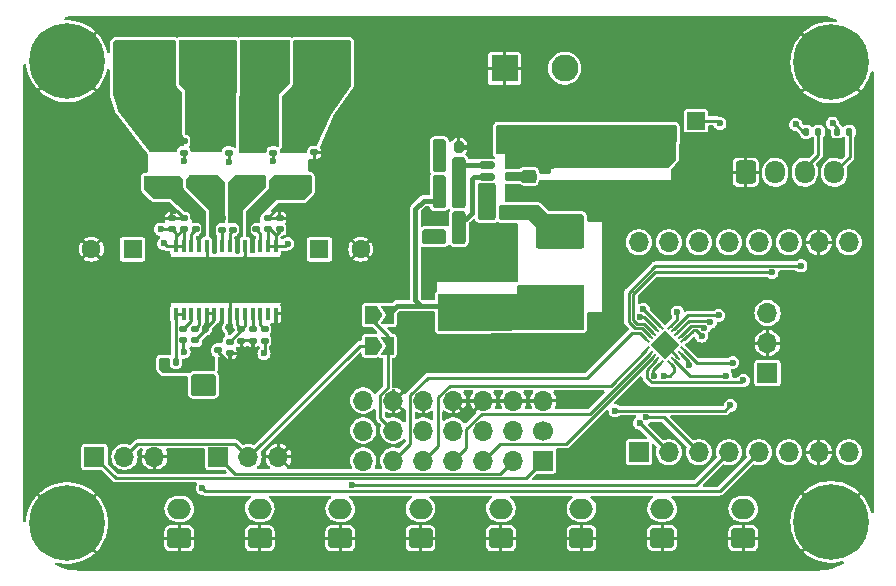
<source format=gbr>
G04 #@! TF.GenerationSoftware,KiCad,Pcbnew,7.0.5*
G04 #@! TF.CreationDate,2024-02-12T19:58:57-06:00*
G04 #@! TF.ProjectId,ATTinyBreakOut_DFRobot_Amp,41545469-6e79-4427-9265-616b4f75745f,rev?*
G04 #@! TF.SameCoordinates,Original*
G04 #@! TF.FileFunction,Copper,L1,Top*
G04 #@! TF.FilePolarity,Positive*
%FSLAX46Y46*%
G04 Gerber Fmt 4.6, Leading zero omitted, Abs format (unit mm)*
G04 Created by KiCad (PCBNEW 7.0.5) date 2024-02-12 19:58:57*
%MOMM*%
%LPD*%
G01*
G04 APERTURE LIST*
G04 Aperture macros list*
%AMRoundRect*
0 Rectangle with rounded corners*
0 $1 Rounding radius*
0 $2 $3 $4 $5 $6 $7 $8 $9 X,Y pos of 4 corners*
0 Add a 4 corners polygon primitive as box body*
4,1,4,$2,$3,$4,$5,$6,$7,$8,$9,$2,$3,0*
0 Add four circle primitives for the rounded corners*
1,1,$1+$1,$2,$3*
1,1,$1+$1,$4,$5*
1,1,$1+$1,$6,$7*
1,1,$1+$1,$8,$9*
0 Add four rect primitives between the rounded corners*
20,1,$1+$1,$2,$3,$4,$5,0*
20,1,$1+$1,$4,$5,$6,$7,0*
20,1,$1+$1,$6,$7,$8,$9,0*
20,1,$1+$1,$8,$9,$2,$3,0*%
%AMRotRect*
0 Rectangle, with rotation*
0 The origin of the aperture is its center*
0 $1 length*
0 $2 width*
0 $3 Rotation angle, in degrees counterclockwise*
0 Add horizontal line*
21,1,$1,$2,0,0,$3*%
%AMFreePoly0*
4,1,6,1.000000,0.000000,0.500000,-0.750000,-0.500000,-0.750000,-0.500000,0.750000,0.500000,0.750000,1.000000,0.000000,1.000000,0.000000,$1*%
%AMFreePoly1*
4,1,6,0.500000,-0.750000,-0.650000,-0.750000,-0.150000,0.000000,-0.650000,0.750000,0.500000,0.750000,0.500000,-0.750000,0.500000,-0.750000,$1*%
%AMFreePoly2*
4,1,14,0.334644,0.085355,0.385355,0.034644,0.400000,-0.000711,0.400000,-0.050000,0.385355,-0.085355,0.350000,-0.100000,-0.350000,-0.100000,-0.385355,-0.085355,-0.400000,-0.050000,-0.400000,0.050000,-0.385355,0.085355,-0.350000,0.100000,0.299289,0.100000,0.334644,0.085355,0.334644,0.085355,$1*%
%AMFreePoly3*
4,1,14,0.385355,0.085355,0.400000,0.050000,0.400000,0.000711,0.385355,-0.034644,0.334644,-0.085355,0.299289,-0.100000,-0.350000,-0.100000,-0.385355,-0.085355,-0.400000,-0.050000,-0.400000,0.050000,-0.385355,0.085355,-0.350000,0.100000,0.350000,0.100000,0.385355,0.085355,0.385355,0.085355,$1*%
%AMFreePoly4*
4,1,14,0.085355,0.385355,0.100000,0.350000,0.100000,-0.350000,0.085355,-0.385355,0.050000,-0.400000,-0.050000,-0.400000,-0.085355,-0.385355,-0.100000,-0.350000,-0.100000,0.299289,-0.085355,0.334644,-0.034644,0.385355,0.000711,0.400000,0.050000,0.400000,0.085355,0.385355,0.085355,0.385355,$1*%
%AMFreePoly5*
4,1,14,0.034644,0.385355,0.085355,0.334644,0.100000,0.299289,0.100000,-0.350000,0.085355,-0.385355,0.050000,-0.400000,-0.050000,-0.400000,-0.085355,-0.385355,-0.100000,-0.350000,-0.100000,0.350000,-0.085355,0.385355,-0.050000,0.400000,-0.000711,0.400000,0.034644,0.385355,0.034644,0.385355,$1*%
%AMFreePoly6*
4,1,14,0.385355,0.085355,0.400000,0.050000,0.400000,-0.050000,0.385355,-0.085355,0.350000,-0.100000,-0.299289,-0.100000,-0.334644,-0.085355,-0.385355,-0.034644,-0.400000,0.000711,-0.400000,0.050000,-0.385355,0.085355,-0.350000,0.100000,0.350000,0.100000,0.385355,0.085355,0.385355,0.085355,$1*%
%AMFreePoly7*
4,1,14,0.385355,0.085355,0.400000,0.050000,0.400000,-0.050000,0.385355,-0.085355,0.350000,-0.100000,-0.350000,-0.100000,-0.385355,-0.085355,-0.400000,-0.050000,-0.400000,-0.000711,-0.385355,0.034644,-0.334644,0.085355,-0.299289,0.100000,0.350000,0.100000,0.385355,0.085355,0.385355,0.085355,$1*%
%AMFreePoly8*
4,1,14,0.085355,0.385355,0.100000,0.350000,0.100000,-0.299289,0.085355,-0.334644,0.034644,-0.385355,-0.000711,-0.400000,-0.050000,-0.400000,-0.085355,-0.385355,-0.100000,-0.350000,-0.100000,0.350000,-0.085355,0.385355,-0.050000,0.400000,0.050000,0.400000,0.085355,0.385355,0.085355,0.385355,$1*%
%AMFreePoly9*
4,1,14,0.085355,0.385355,0.100000,0.350000,0.100000,-0.350000,0.085355,-0.385355,0.050000,-0.400000,0.000711,-0.400000,-0.034644,-0.385355,-0.085355,-0.334644,-0.100000,-0.299289,-0.100000,0.350000,-0.085355,0.385355,-0.050000,0.400000,0.050000,0.400000,0.085355,0.385355,0.085355,0.385355,$1*%
G04 Aperture macros list end*
G04 #@! TA.AperFunction,ComponentPad*
%ADD10R,2.286000X2.286000*%
G04 #@! TD*
G04 #@! TA.AperFunction,ComponentPad*
%ADD11C,2.286000*%
G04 #@! TD*
G04 #@! TA.AperFunction,SMDPad,CuDef*
%ADD12RoundRect,0.150000X0.512500X0.150000X-0.512500X0.150000X-0.512500X-0.150000X0.512500X-0.150000X0*%
G04 #@! TD*
G04 #@! TA.AperFunction,SMDPad,CuDef*
%ADD13RoundRect,0.140000X-0.170000X0.140000X-0.170000X-0.140000X0.170000X-0.140000X0.170000X0.140000X0*%
G04 #@! TD*
G04 #@! TA.AperFunction,SMDPad,CuDef*
%ADD14RoundRect,0.250000X-1.100000X0.325000X-1.100000X-0.325000X1.100000X-0.325000X1.100000X0.325000X0*%
G04 #@! TD*
G04 #@! TA.AperFunction,SMDPad,CuDef*
%ADD15RoundRect,0.225000X-0.225000X-0.250000X0.225000X-0.250000X0.225000X0.250000X-0.225000X0.250000X0*%
G04 #@! TD*
G04 #@! TA.AperFunction,ComponentPad*
%ADD16RoundRect,0.250000X0.750000X-0.600000X0.750000X0.600000X-0.750000X0.600000X-0.750000X-0.600000X0*%
G04 #@! TD*
G04 #@! TA.AperFunction,ComponentPad*
%ADD17O,2.000000X1.700000*%
G04 #@! TD*
G04 #@! TA.AperFunction,ComponentPad*
%ADD18R,1.700000X1.700000*%
G04 #@! TD*
G04 #@! TA.AperFunction,ComponentPad*
%ADD19O,1.700000X1.700000*%
G04 #@! TD*
G04 #@! TA.AperFunction,SMDPad,CuDef*
%ADD20RoundRect,0.250000X0.700000X-0.275000X0.700000X0.275000X-0.700000X0.275000X-0.700000X-0.275000X0*%
G04 #@! TD*
G04 #@! TA.AperFunction,SMDPad,CuDef*
%ADD21RoundRect,0.200000X0.275000X-0.200000X0.275000X0.200000X-0.275000X0.200000X-0.275000X-0.200000X0*%
G04 #@! TD*
G04 #@! TA.AperFunction,SMDPad,CuDef*
%ADD22RoundRect,0.140000X0.170000X-0.140000X0.170000X0.140000X-0.170000X0.140000X-0.170000X-0.140000X0*%
G04 #@! TD*
G04 #@! TA.AperFunction,ComponentPad*
%ADD23C,1.700000*%
G04 #@! TD*
G04 #@! TA.AperFunction,SMDPad,CuDef*
%ADD24RoundRect,0.200000X-0.200000X-0.275000X0.200000X-0.275000X0.200000X0.275000X-0.200000X0.275000X0*%
G04 #@! TD*
G04 #@! TA.AperFunction,ComponentPad*
%ADD25C,6.400000*%
G04 #@! TD*
G04 #@! TA.AperFunction,SMDPad,CuDef*
%ADD26RoundRect,0.200000X0.200000X0.275000X-0.200000X0.275000X-0.200000X-0.275000X0.200000X-0.275000X0*%
G04 #@! TD*
G04 #@! TA.AperFunction,ComponentPad*
%ADD27RoundRect,0.250000X-0.600000X-0.725000X0.600000X-0.725000X0.600000X0.725000X-0.600000X0.725000X0*%
G04 #@! TD*
G04 #@! TA.AperFunction,ComponentPad*
%ADD28O,1.700000X1.950000*%
G04 #@! TD*
G04 #@! TA.AperFunction,SMDPad,CuDef*
%ADD29RoundRect,0.135000X-0.135000X-0.185000X0.135000X-0.185000X0.135000X0.185000X-0.135000X0.185000X0*%
G04 #@! TD*
G04 #@! TA.AperFunction,ComponentPad*
%ADD30R,1.600000X1.600000*%
G04 #@! TD*
G04 #@! TA.AperFunction,ComponentPad*
%ADD31C,1.600000*%
G04 #@! TD*
G04 #@! TA.AperFunction,SMDPad,CuDef*
%ADD32RoundRect,0.250000X1.100000X-0.325000X1.100000X0.325000X-1.100000X0.325000X-1.100000X-0.325000X0*%
G04 #@! TD*
G04 #@! TA.AperFunction,SMDPad,CuDef*
%ADD33FreePoly0,0.000000*%
G04 #@! TD*
G04 #@! TA.AperFunction,SMDPad,CuDef*
%ADD34FreePoly1,0.000000*%
G04 #@! TD*
G04 #@! TA.AperFunction,SMDPad,CuDef*
%ADD35R,3.500000X2.350000*%
G04 #@! TD*
G04 #@! TA.AperFunction,SMDPad,CuDef*
%ADD36FreePoly2,135.000000*%
G04 #@! TD*
G04 #@! TA.AperFunction,SMDPad,CuDef*
%ADD37RoundRect,0.050000X0.282843X-0.212132X-0.212132X0.282843X-0.282843X0.212132X0.212132X-0.282843X0*%
G04 #@! TD*
G04 #@! TA.AperFunction,SMDPad,CuDef*
%ADD38FreePoly3,135.000000*%
G04 #@! TD*
G04 #@! TA.AperFunction,SMDPad,CuDef*
%ADD39FreePoly4,135.000000*%
G04 #@! TD*
G04 #@! TA.AperFunction,SMDPad,CuDef*
%ADD40RoundRect,0.050000X0.282843X0.212132X0.212132X0.282843X-0.282843X-0.212132X-0.212132X-0.282843X0*%
G04 #@! TD*
G04 #@! TA.AperFunction,SMDPad,CuDef*
%ADD41FreePoly5,135.000000*%
G04 #@! TD*
G04 #@! TA.AperFunction,SMDPad,CuDef*
%ADD42FreePoly6,135.000000*%
G04 #@! TD*
G04 #@! TA.AperFunction,SMDPad,CuDef*
%ADD43FreePoly7,135.000000*%
G04 #@! TD*
G04 #@! TA.AperFunction,SMDPad,CuDef*
%ADD44FreePoly8,135.000000*%
G04 #@! TD*
G04 #@! TA.AperFunction,SMDPad,CuDef*
%ADD45FreePoly9,135.000000*%
G04 #@! TD*
G04 #@! TA.AperFunction,SMDPad,CuDef*
%ADD46RotRect,1.700000X1.700000X135.000000*%
G04 #@! TD*
G04 #@! TA.AperFunction,SMDPad,CuDef*
%ADD47R,1.500000X1.500000*%
G04 #@! TD*
G04 #@! TA.AperFunction,SMDPad,CuDef*
%ADD48RoundRect,0.225000X-0.250000X0.225000X-0.250000X-0.225000X0.250000X-0.225000X0.250000X0.225000X0*%
G04 #@! TD*
G04 #@! TA.AperFunction,SMDPad,CuDef*
%ADD49R,0.400000X1.100000*%
G04 #@! TD*
G04 #@! TA.AperFunction,ComponentPad*
%ADD50C,0.600000*%
G04 #@! TD*
G04 #@! TA.AperFunction,SMDPad,CuDef*
%ADD51R,9.700000X3.400000*%
G04 #@! TD*
G04 #@! TA.AperFunction,ViaPad*
%ADD52C,0.600000*%
G04 #@! TD*
G04 #@! TA.AperFunction,ViaPad*
%ADD53C,0.500000*%
G04 #@! TD*
G04 #@! TA.AperFunction,Conductor*
%ADD54C,0.250000*%
G04 #@! TD*
G04 #@! TA.AperFunction,Conductor*
%ADD55C,0.400000*%
G04 #@! TD*
G04 #@! TA.AperFunction,Conductor*
%ADD56C,0.254000*%
G04 #@! TD*
G04 APERTURE END LIST*
D10*
X149260000Y-73300000D03*
D11*
X154340000Y-73300000D03*
D12*
X150001500Y-83420000D03*
X150001500Y-82470000D03*
X150001500Y-81520000D03*
X147726500Y-81520000D03*
X147726500Y-82470000D03*
X147726500Y-83420000D03*
D13*
X124990000Y-96200000D03*
X124990000Y-97160000D03*
D14*
X158262000Y-80741000D03*
X158262000Y-83691000D03*
D15*
X147835000Y-85518000D03*
X149385000Y-85518000D03*
D16*
X169450000Y-113090000D03*
D17*
X169450000Y-110590000D03*
D13*
X123040000Y-95380000D03*
X123040000Y-96340000D03*
D10*
X118760000Y-73500000D03*
D11*
X123840000Y-73500000D03*
D18*
X171500000Y-99100000D03*
D19*
X171500000Y-96560000D03*
X171500000Y-94020000D03*
D20*
X127881000Y-82996000D03*
X127881000Y-79846000D03*
D21*
X123760000Y-99645000D03*
X123760000Y-97995000D03*
D14*
X161564000Y-80741000D03*
X161564000Y-83691000D03*
D13*
X127940000Y-95400000D03*
X127940000Y-96360000D03*
D14*
X154960000Y-80741000D03*
X154960000Y-83691000D03*
D22*
X128920000Y-96360000D03*
X128920000Y-95400000D03*
D23*
X152520000Y-103970000D03*
D19*
X152520000Y-101430000D03*
X149980000Y-103970000D03*
X149980000Y-101430000D03*
X147440000Y-103970000D03*
X147440000Y-101430000D03*
X144900000Y-103970000D03*
X144900000Y-101430000D03*
X142360000Y-103970000D03*
X142360000Y-101430000D03*
X139820000Y-103970000D03*
X139820000Y-101430000D03*
X137280000Y-103970000D03*
X137280000Y-101430000D03*
D13*
X126960000Y-95400000D03*
X126960000Y-96360000D03*
D24*
X143721000Y-87550000D03*
X145371000Y-87550000D03*
D22*
X129191600Y-86936200D03*
X129191600Y-85976200D03*
D16*
X121700000Y-113090000D03*
D17*
X121700000Y-110590000D03*
D20*
X123955000Y-82985000D03*
X123955000Y-79835000D03*
D18*
X160600000Y-105800000D03*
D19*
X160600000Y-88020000D03*
X163140000Y-105800000D03*
X163140000Y-88020000D03*
X165680000Y-105800000D03*
X165680000Y-88020000D03*
X168220000Y-105800000D03*
X168220000Y-88020000D03*
X170760000Y-105800000D03*
X170760000Y-88020000D03*
X173300000Y-105800000D03*
X173300000Y-88020000D03*
X175840000Y-105800000D03*
X175840000Y-88020000D03*
X178380000Y-105800000D03*
X178380000Y-88020000D03*
D20*
X120315000Y-82985000D03*
X120315000Y-79835000D03*
D13*
X126280000Y-85990000D03*
X126280000Y-86950000D03*
D16*
X162580000Y-113080000D03*
D17*
X162580000Y-110580000D03*
D16*
X142130000Y-113100000D03*
D17*
X142130000Y-110600000D03*
D25*
X176900000Y-111700000D03*
D26*
X145371000Y-81454000D03*
X143721000Y-81454000D03*
D16*
X148935000Y-113090000D03*
D17*
X148935000Y-110590000D03*
D27*
X169660000Y-82100000D03*
D28*
X172160000Y-82100000D03*
X174660000Y-82100000D03*
X177160000Y-82100000D03*
D29*
X177410000Y-78660000D03*
X178430000Y-78660000D03*
D30*
X117750000Y-88610000D03*
D31*
X114250000Y-88610000D03*
D13*
X123080000Y-85970000D03*
X123080000Y-86930000D03*
D16*
X135330000Y-113100000D03*
D17*
X135330000Y-110600000D03*
D32*
X148610000Y-93343000D03*
X148610000Y-90393000D03*
D18*
X114520000Y-106200000D03*
D19*
X117060000Y-106200000D03*
X119600000Y-106200000D03*
D18*
X152520000Y-106510000D03*
D19*
X149980000Y-106510000D03*
X147440000Y-106510000D03*
X144900000Y-106510000D03*
X142360000Y-106510000D03*
X139820000Y-106510000D03*
X137280000Y-106510000D03*
D33*
X137900000Y-94180000D03*
D34*
X139350000Y-94180000D03*
D16*
X155750000Y-113090000D03*
D17*
X155750000Y-110590000D03*
D22*
X125890000Y-80450000D03*
X125890000Y-79490000D03*
D26*
X145371000Y-86026000D03*
X143721000Y-86026000D03*
D24*
X143721000Y-84502000D03*
X145371000Y-84502000D03*
D13*
X122080000Y-79480000D03*
X122080000Y-80440000D03*
X129650000Y-79490000D03*
X129650000Y-80450000D03*
D10*
X128920000Y-73500000D03*
D11*
X134000000Y-73500000D03*
D35*
X153944000Y-87065000D03*
X153944000Y-93115000D03*
D15*
X143771000Y-82978000D03*
X145321000Y-82978000D03*
D36*
X163300000Y-98300000D03*
D37*
X163582843Y-98017158D03*
X163865686Y-97734315D03*
X164148529Y-97451472D03*
D38*
X164431371Y-97168629D03*
D39*
X164431371Y-96249391D03*
D40*
X164148529Y-95966548D03*
X163865686Y-95683705D03*
X163582843Y-95400862D03*
D41*
X163300000Y-95118020D03*
D42*
X162380762Y-95118020D03*
D37*
X162097919Y-95400862D03*
X161815076Y-95683705D03*
X161532233Y-95966548D03*
D43*
X161249391Y-96249391D03*
D44*
X161249391Y-97168629D03*
D40*
X161532233Y-97451472D03*
X161815076Y-97734315D03*
X162097919Y-98017158D03*
D45*
X162380762Y-98300000D03*
D46*
X162840381Y-96709010D03*
D22*
X122079600Y-86936200D03*
X122079600Y-85976200D03*
D13*
X125280000Y-85990000D03*
X125280000Y-86950000D03*
D47*
X165460000Y-77730000D03*
D18*
X125020000Y-106200000D03*
D19*
X127560000Y-106200000D03*
X130100000Y-106200000D03*
D25*
X112200000Y-72700000D03*
D48*
X152547000Y-81695000D03*
X152547000Y-83245000D03*
D13*
X128180000Y-85970000D03*
X128180000Y-86930000D03*
D32*
X145308000Y-93343000D03*
X145308000Y-90393000D03*
D49*
X121410600Y-94073200D03*
X122060600Y-94073200D03*
X122710600Y-94073200D03*
X123360600Y-94073200D03*
X124010600Y-94073200D03*
X124660600Y-94073200D03*
X125310600Y-94073200D03*
X125960600Y-94073200D03*
X126610600Y-94073200D03*
X127260600Y-94073200D03*
X127910600Y-94073200D03*
X128560600Y-94073200D03*
X129210600Y-94073200D03*
X129860600Y-94073200D03*
X129860600Y-88373200D03*
X129210600Y-88373200D03*
X128560600Y-88373200D03*
X127910600Y-88373200D03*
X127260600Y-88373200D03*
X126610600Y-88373200D03*
X125960600Y-88373200D03*
X125310600Y-88373200D03*
X124660600Y-88373200D03*
X124010600Y-88373200D03*
X123360600Y-88373200D03*
X122710600Y-88373200D03*
X122060600Y-88373200D03*
X121410600Y-88373200D03*
D50*
X121185600Y-92523200D03*
X122965600Y-92523200D03*
X124745600Y-92523200D03*
X126525600Y-92523200D03*
X128305600Y-92523200D03*
X130085600Y-92523200D03*
X121185600Y-91223200D03*
X122965600Y-91223200D03*
X124745600Y-91223200D03*
D51*
X125635600Y-91223200D03*
D50*
X126525600Y-91223200D03*
X128305600Y-91223200D03*
X130085600Y-91223200D03*
X121185600Y-89923200D03*
X122965600Y-89923200D03*
X124745600Y-89923200D03*
X126525600Y-89923200D03*
X128305600Y-89923200D03*
X130085600Y-89923200D03*
D24*
X143721000Y-79930000D03*
X145371000Y-79930000D03*
D22*
X130207600Y-86936200D03*
X130207600Y-85976200D03*
D13*
X125990000Y-96450000D03*
X125990000Y-97410000D03*
D30*
X133570000Y-88610000D03*
D31*
X137070000Y-88610000D03*
D20*
X131381000Y-82996000D03*
X131381000Y-79846000D03*
D29*
X120390000Y-98150000D03*
X121410000Y-98150000D03*
D22*
X121063600Y-86936200D03*
X121063600Y-85976200D03*
D16*
X128510000Y-113090000D03*
D17*
X128510000Y-110590000D03*
D22*
X122030000Y-96340000D03*
X122030000Y-95380000D03*
D29*
X174800000Y-78670000D03*
X175820000Y-78670000D03*
D25*
X176900000Y-72800000D03*
D33*
X137900000Y-96780000D03*
D34*
X139350000Y-96780000D03*
D22*
X133108946Y-80428946D03*
X133108946Y-79468946D03*
D25*
X112200000Y-111800000D03*
D52*
X177030000Y-77950000D03*
X145230000Y-94550000D03*
X173900000Y-78050000D03*
X167470000Y-77970000D03*
X144350000Y-94540000D03*
X154590000Y-94910000D03*
X147680000Y-94590000D03*
X148650000Y-94590000D03*
X155450000Y-94890000D03*
X153610000Y-94900000D03*
X152510000Y-94870000D03*
X164891027Y-98408225D03*
X149610000Y-94620000D03*
X146170000Y-94610000D03*
X177450000Y-92620000D03*
X135250000Y-91160000D03*
X154071000Y-84883000D03*
X134210000Y-104390000D03*
X132400000Y-92650000D03*
X162800000Y-96700000D03*
X167430000Y-69850000D03*
X110600000Y-80500000D03*
X137390000Y-69850000D03*
X139050000Y-112120000D03*
X146197000Y-89074000D03*
X144419000Y-89074000D03*
X110600000Y-90500000D03*
X147721000Y-89074000D03*
X115600000Y-95500000D03*
X162410000Y-74850000D03*
X119460000Y-95480000D03*
X160675000Y-84883000D03*
X168740000Y-78710000D03*
X115600000Y-80500000D03*
X177450000Y-102780000D03*
X119460000Y-100480000D03*
X159151000Y-84883000D03*
X122370000Y-69850000D03*
X146451000Y-79930000D03*
X157410000Y-74850000D03*
X125640000Y-111700000D03*
X123900000Y-95380000D03*
X162410000Y-69850000D03*
D53*
X149499000Y-84248000D03*
D52*
X146050000Y-111890000D03*
X133100000Y-81230000D03*
X125880000Y-81220000D03*
X152890000Y-111770000D03*
X152410000Y-69850000D03*
X162453000Y-84883000D03*
X122080000Y-81180000D03*
X148610000Y-89074000D03*
X159720000Y-111750000D03*
X155000000Y-101400000D03*
X142390000Y-69850000D03*
X135250000Y-96160000D03*
X132400000Y-97650000D03*
X142641000Y-86026000D03*
X115600000Y-90500000D03*
X110600000Y-95500000D03*
X130110000Y-85220000D03*
X154960000Y-84883000D03*
X147410000Y-69850000D03*
X125889600Y-95231200D03*
X110600000Y-85500000D03*
X127390000Y-69850000D03*
X115600000Y-85500000D03*
X110600000Y-105500000D03*
X118730000Y-112120000D03*
X122630000Y-103280000D03*
X110600000Y-100500000D03*
X139100000Y-77410000D03*
D53*
X150134000Y-84248000D03*
D52*
X158262000Y-84883000D03*
X157373000Y-84883000D03*
X161564000Y-84883000D03*
X152547000Y-84375000D03*
X172430000Y-69850000D03*
X157410000Y-69850000D03*
X120080000Y-85980000D03*
X140640000Y-99560000D03*
X172430000Y-74850000D03*
X145308000Y-89074000D03*
X130950000Y-85970000D03*
X132450000Y-111720000D03*
X127430000Y-97300000D03*
X126010000Y-98310000D03*
X117370000Y-69850000D03*
X130080000Y-95300000D03*
X115600000Y-100500000D03*
X167410000Y-74850000D03*
X132390000Y-69850000D03*
X155849000Y-84883000D03*
X121240000Y-85370000D03*
X122270000Y-106460000D03*
X139100000Y-82410000D03*
X129020000Y-103410000D03*
X149499000Y-89074000D03*
X129650000Y-81190000D03*
X179600000Y-107800000D03*
X142390000Y-74850000D03*
X166530000Y-111610000D03*
X160610000Y-79130000D03*
X130890000Y-88160000D03*
X154800000Y-79240000D03*
X153740000Y-79230000D03*
X155860000Y-79200000D03*
X158390000Y-79180000D03*
X124500000Y-100710000D03*
X157380000Y-79170000D03*
X123750000Y-100710000D03*
X122970000Y-100700000D03*
X159300000Y-79180000D03*
X142641000Y-87550000D03*
X120120000Y-86920000D03*
X152530000Y-80410000D03*
X150000000Y-80390000D03*
X120380000Y-88130000D03*
X161510000Y-79140000D03*
X162570000Y-79170000D03*
X166670000Y-94790000D03*
X161919220Y-99339280D03*
X166109465Y-95252176D03*
X162720000Y-99348500D03*
X167980000Y-99348500D03*
X168550000Y-98230000D03*
X167370000Y-94220000D03*
X158600000Y-102280000D03*
X168370030Y-101839970D03*
X165918500Y-95974561D03*
X163860000Y-93940000D03*
X160680000Y-94370000D03*
X160680000Y-103340000D03*
X161231500Y-102831500D03*
X160991711Y-93713767D03*
X169450000Y-99730000D03*
X128870000Y-97430000D03*
X136330000Y-108540500D03*
D53*
X151023000Y-85200500D03*
X151023000Y-82787500D03*
X151023000Y-85835500D03*
X151023000Y-82152500D03*
X151658000Y-82787500D03*
X151658000Y-85835500D03*
X151658000Y-85200500D03*
X151658000Y-82152500D03*
D52*
X122100000Y-97330000D03*
X123660000Y-108870000D03*
X174330000Y-90028500D03*
X171870000Y-90580000D03*
D54*
X160451354Y-94922000D02*
X161053371Y-94922000D01*
X161053371Y-94922000D02*
X161815076Y-95683705D01*
X160128000Y-94598646D02*
X160451354Y-94922000D01*
X160128000Y-92432000D02*
X160128000Y-94598646D01*
X171870000Y-90580000D02*
X161980000Y-90580000D01*
X161980000Y-90580000D02*
X160128000Y-92432000D01*
X160864685Y-95299000D02*
X161532233Y-95966548D01*
X159740000Y-92286842D02*
X159740000Y-94743804D01*
X159740000Y-94743804D02*
X160295196Y-95299000D01*
X174330000Y-90028500D02*
X161998342Y-90028500D01*
X161998342Y-90028500D02*
X159740000Y-92286842D01*
X160295196Y-95299000D02*
X160864685Y-95299000D01*
D55*
X143721000Y-84502000D02*
X142387000Y-84502000D01*
X143771000Y-82978000D02*
X143771000Y-84452000D01*
D54*
X174520000Y-78670000D02*
X173900000Y-78050000D01*
X164891027Y-98193970D02*
X164891027Y-98408225D01*
X174800000Y-78670000D02*
X174520000Y-78670000D01*
D55*
X140138000Y-93392000D02*
X139350000Y-94180000D01*
X142133000Y-93392000D02*
X145259000Y-93392000D01*
X141698000Y-85191000D02*
X141698000Y-92957000D01*
X141698000Y-92957000D02*
X142133000Y-93392000D01*
D54*
X164148529Y-97451472D02*
X164891027Y-98193970D01*
D55*
X142387000Y-84502000D02*
X141698000Y-85191000D01*
D54*
X177410000Y-78330000D02*
X177030000Y-77950000D01*
D55*
X142133000Y-93392000D02*
X140138000Y-93392000D01*
D54*
X177410000Y-78660000D02*
X177410000Y-78330000D01*
X165460000Y-77730000D02*
X167230000Y-77730000D01*
X167230000Y-77730000D02*
X167470000Y-77970000D01*
D56*
X121063600Y-85976200D02*
X120083800Y-85976200D01*
D54*
X124010600Y-94073200D02*
X124010600Y-95269400D01*
X140790000Y-100460000D02*
X139820000Y-101430000D01*
X125890000Y-80450000D02*
X125890000Y-81210000D01*
X162840381Y-96709010D02*
X162831371Y-96700000D01*
D55*
X150194500Y-83613000D02*
X151925000Y-83613000D01*
D54*
X129910000Y-85220000D02*
X130110000Y-85220000D01*
D55*
X150001500Y-83420000D02*
X150194500Y-83613000D01*
D54*
X125990000Y-98290000D02*
X126010000Y-98310000D01*
X144900000Y-101430000D02*
X152520000Y-101430000D01*
X145920000Y-102450000D02*
X145920000Y-102640000D01*
X145920000Y-102640000D02*
X146230000Y-102640000D01*
X123900000Y-95480000D02*
X123900000Y-95380000D01*
X124990000Y-97290000D02*
X126010000Y-98310000D01*
X122079600Y-85959600D02*
X122079600Y-85976200D01*
X162800000Y-96668629D02*
X163865686Y-97734315D01*
X140890000Y-100460000D02*
X140790000Y-100460000D01*
X133108946Y-80428946D02*
X133108946Y-81221054D01*
D56*
X125960600Y-94073200D02*
X125960600Y-95160200D01*
D54*
X146230000Y-102640000D02*
X147440000Y-101430000D01*
X144900000Y-101430000D02*
X145920000Y-102450000D01*
X130950000Y-107050000D02*
X131090000Y-107050000D01*
X129860600Y-94073200D02*
X129860600Y-95080600D01*
D56*
X125960600Y-95160200D02*
X125889600Y-95231200D01*
X127260600Y-89188200D02*
X126525600Y-89923200D01*
D54*
X129650000Y-80450000D02*
X129650000Y-81190000D01*
X130990000Y-104620000D02*
X130990000Y-105310000D01*
X129191600Y-85976200D02*
X129191600Y-85938400D01*
X125990000Y-97410000D02*
X125990000Y-98290000D01*
X129860600Y-95080600D02*
X130080000Y-95300000D01*
D56*
X130943800Y-85976200D02*
X130950000Y-85970000D01*
X130207600Y-85976200D02*
X130943800Y-85976200D01*
D54*
X121490000Y-85370000D02*
X122079600Y-85959600D01*
D55*
X151925000Y-83613000D02*
X152547000Y-82991000D01*
D54*
X125890000Y-81210000D02*
X125880000Y-81220000D01*
X124990000Y-97160000D02*
X124990000Y-97290000D01*
X121240000Y-85370000D02*
X121490000Y-85370000D01*
X124010600Y-95269400D02*
X123900000Y-95380000D01*
X140640000Y-102250000D02*
X140640000Y-102630000D01*
X139820000Y-101430000D02*
X140640000Y-102250000D01*
D55*
X146451000Y-79930000D02*
X145371000Y-79930000D01*
D54*
X133108946Y-81221054D02*
X133100000Y-81230000D01*
D55*
X143721000Y-86026000D02*
X142641000Y-86026000D01*
D54*
X122080000Y-80440000D02*
X122080000Y-81180000D01*
X127940000Y-96360000D02*
X127940000Y-96790000D01*
D56*
X120083800Y-85976200D02*
X120080000Y-85980000D01*
D54*
X129191600Y-85938400D02*
X129660000Y-85470000D01*
X127940000Y-96790000D02*
X127430000Y-97300000D01*
X129660000Y-85470000D02*
X129910000Y-85220000D01*
X124660600Y-94619400D02*
X123900000Y-95380000D01*
X162831371Y-96700000D02*
X162800000Y-96700000D01*
D56*
X124010600Y-89188200D02*
X124745600Y-89923200D01*
D54*
X126960000Y-96830000D02*
X127430000Y-97300000D01*
D56*
X127260600Y-88373200D02*
X127260600Y-89188200D01*
D54*
X123040000Y-96340000D02*
X123900000Y-95480000D01*
X162800000Y-96700000D02*
X162800000Y-96668629D01*
X130990000Y-105310000D02*
X130100000Y-106200000D01*
X126960000Y-96360000D02*
X126960000Y-96830000D01*
X130100000Y-106200000D02*
X130950000Y-107050000D01*
D56*
X124010600Y-88373200D02*
X124010600Y-89188200D01*
D54*
X124660600Y-94073200D02*
X124660600Y-94619400D01*
D56*
X125960600Y-94073200D02*
X125960600Y-91548200D01*
D54*
X129860600Y-87450600D02*
X129860600Y-88373200D01*
X129191600Y-86936200D02*
X129191600Y-88354200D01*
X129860600Y-88373200D02*
X130676800Y-88373200D01*
X121410600Y-88373200D02*
X122060600Y-88373200D01*
X122034400Y-86936200D02*
X121410600Y-87560000D01*
X129346200Y-86936200D02*
X129860600Y-87450600D01*
X121410600Y-88373200D02*
X121410600Y-87560000D01*
D55*
X142641000Y-87550000D02*
X143721000Y-87550000D01*
D54*
X121063600Y-86936200D02*
X120136200Y-86936200D01*
X129210600Y-88373200D02*
X129860600Y-88373200D01*
X121410600Y-88373200D02*
X120623200Y-88373200D01*
X130207600Y-86936200D02*
X130207600Y-87082400D01*
X129191600Y-86936200D02*
X129346200Y-86936200D01*
X122060600Y-86955200D02*
X122079600Y-86936200D01*
X122060600Y-88373200D02*
X122060600Y-86955200D01*
X130207600Y-87082400D02*
X129850000Y-87440000D01*
X129191600Y-88354200D02*
X129210600Y-88373200D01*
X122079600Y-86936200D02*
X122034400Y-86936200D01*
X121410600Y-87283200D02*
X121063600Y-86936200D01*
X120136200Y-86936200D02*
X120120000Y-86920000D01*
X129850000Y-87440000D02*
X129860600Y-87450600D01*
X120623200Y-88373200D02*
X120380000Y-88130000D01*
X121410600Y-87560000D02*
X121410600Y-87283200D01*
X130676800Y-88373200D02*
X130890000Y-88160000D01*
X163865686Y-95651177D02*
X163865686Y-95683705D01*
X166570000Y-94690000D02*
X164826863Y-94690000D01*
X166670000Y-94790000D02*
X166570000Y-94690000D01*
X164826863Y-94690000D02*
X163865686Y-95651177D01*
X161784117Y-99204177D02*
X161919220Y-99339280D01*
X162348235Y-98300000D02*
X161784117Y-98864118D01*
X162380762Y-98300000D02*
X162348235Y-98300000D01*
X161784117Y-98864118D02*
X161784117Y-99204177D01*
X165360000Y-95110000D02*
X165967289Y-95110000D01*
X164148529Y-95966548D02*
X165005077Y-95110000D01*
X165005077Y-95110000D02*
X165360000Y-95110000D01*
X165967289Y-95110000D02*
X166109465Y-95252176D01*
X163620000Y-98620000D02*
X163300000Y-98300000D01*
X163620000Y-98950000D02*
X163620000Y-98620000D01*
X163221500Y-99348500D02*
X163620000Y-98950000D01*
X162720000Y-99348500D02*
X163221500Y-99348500D01*
X167980000Y-99348500D02*
X164914185Y-99348500D01*
X164914185Y-99348500D02*
X163582843Y-98017158D01*
X168550000Y-98230000D02*
X165492742Y-98230000D01*
X165492742Y-98230000D02*
X164431371Y-97168629D01*
X167370000Y-94220000D02*
X164763705Y-94220000D01*
X164763705Y-94220000D02*
X163582843Y-95400862D01*
X168370030Y-101839970D02*
X167930000Y-102280000D01*
X167930000Y-102280000D02*
X158600000Y-102280000D01*
X151041000Y-107989000D02*
X116309000Y-107989000D01*
X152520000Y-106510000D02*
X151041000Y-107989000D01*
X116309000Y-107989000D02*
X114520000Y-106200000D01*
X137900000Y-96780000D02*
X136980000Y-96780000D01*
X136980000Y-96780000D02*
X127560000Y-106200000D01*
X118162000Y-105098000D02*
X126458000Y-105098000D01*
X126458000Y-105098000D02*
X127560000Y-106200000D01*
X117060000Y-106200000D02*
X118162000Y-105098000D01*
X149980000Y-106510000D02*
X148878000Y-107612000D01*
X126432000Y-107612000D02*
X125020000Y-106200000D01*
X148878000Y-107612000D02*
X126432000Y-107612000D01*
X154477391Y-105072000D02*
X148878000Y-105072000D01*
X161815076Y-97734315D02*
X154477391Y-105072000D01*
X148878000Y-105072000D02*
X147440000Y-106510000D01*
X165193762Y-95487000D02*
X165420000Y-95487000D01*
X164431371Y-96249391D02*
X165155381Y-95525381D01*
X165420000Y-95487000D02*
X165430939Y-95487000D01*
X165430939Y-95487000D02*
X165918500Y-95974561D01*
X163860000Y-94558020D02*
X163300000Y-95118020D01*
X163860000Y-93940000D02*
X163860000Y-94558020D01*
X160680000Y-103340000D02*
X163140000Y-105800000D01*
X161067057Y-94370000D02*
X160680000Y-94370000D01*
X162097919Y-95400862D02*
X161067057Y-94370000D01*
X161231500Y-102831500D02*
X162711500Y-102831500D01*
X162380762Y-95102818D02*
X160991711Y-93713767D01*
X162711500Y-102831500D02*
X165680000Y-105800000D01*
X162380762Y-95118020D02*
X162380762Y-95102818D01*
X164690000Y-99900000D02*
X169280000Y-99900000D01*
X162097919Y-98017158D02*
X161300000Y-98815077D01*
X161300000Y-99500000D02*
X161700000Y-99900000D01*
X161700000Y-99900000D02*
X164690000Y-99900000D01*
X169280000Y-99900000D02*
X169450000Y-99730000D01*
X161300000Y-98815077D02*
X161300000Y-99500000D01*
X123360600Y-87513772D02*
X123360600Y-88373200D01*
X123080000Y-85218284D02*
X120846716Y-82985000D01*
X120846716Y-82985000D02*
X120315000Y-82985000D01*
X123642000Y-86532000D02*
X123642000Y-87232372D01*
X123642000Y-87232372D02*
X123360600Y-87513772D01*
X123080000Y-85970000D02*
X123642000Y-86532000D01*
X123080000Y-85970000D02*
X123080000Y-85218284D01*
X122710600Y-87299400D02*
X123080000Y-86930000D01*
X122710600Y-88373200D02*
X122710600Y-87299400D01*
X126960000Y-95480000D02*
X125990000Y-96450000D01*
X126960000Y-95400000D02*
X126960000Y-95480000D01*
X126610600Y-95050600D02*
X126960000Y-95400000D01*
X127260600Y-95099400D02*
X126960000Y-95400000D01*
X127260600Y-94073200D02*
X127260600Y-95099400D01*
X126610600Y-94073200D02*
X126610600Y-95050600D01*
X128920000Y-97380000D02*
X128870000Y-97430000D01*
X165479500Y-108540500D02*
X168220000Y-105800000D01*
X136330000Y-108540500D02*
X165479500Y-108540500D01*
X128920000Y-96360000D02*
X128920000Y-97380000D01*
X128560600Y-94073200D02*
X128560600Y-95040600D01*
X128560600Y-95040600D02*
X128920000Y-95400000D01*
D55*
X147726500Y-83420000D02*
X147726500Y-85409500D01*
X145371000Y-84502000D02*
X145371000Y-83028000D01*
X145321000Y-82978000D02*
X145321000Y-81504000D01*
X145371000Y-81454000D02*
X147660500Y-81454000D01*
D54*
X121410600Y-98149400D02*
X121410000Y-98150000D01*
X121410600Y-94073200D02*
X121410600Y-98149400D01*
X122060600Y-94073200D02*
X121410600Y-94073200D01*
D55*
X146451000Y-82708000D02*
X146689000Y-82470000D01*
X146451000Y-85518000D02*
X146451000Y-82708000D01*
X145371000Y-86026000D02*
X145943000Y-86026000D01*
X145371000Y-86026000D02*
X145371000Y-87550000D01*
X145943000Y-86026000D02*
X146451000Y-85518000D01*
X146689000Y-82470000D02*
X147698800Y-82470000D01*
X143721000Y-79930000D02*
X143721000Y-81454000D01*
D54*
X127910600Y-95370600D02*
X127940000Y-95400000D01*
X127910600Y-94073200D02*
X127910600Y-95370600D01*
X127618000Y-86532000D02*
X128180000Y-85970000D01*
X130413484Y-82996000D02*
X131381000Y-82996000D01*
X128180000Y-85229484D02*
X130413484Y-82996000D01*
X127618000Y-87232372D02*
X127618000Y-86532000D01*
X127910600Y-88373200D02*
X127910600Y-87524972D01*
X128180000Y-85970000D02*
X128180000Y-85229484D01*
X127910600Y-87524972D02*
X127618000Y-87232372D01*
X128560600Y-87310600D02*
X128180000Y-86930000D01*
X128560600Y-88373200D02*
X128560600Y-87310600D01*
X124660600Y-86609400D02*
X125280000Y-85990000D01*
X123855000Y-82985000D02*
X123855000Y-84565000D01*
X123855000Y-84565000D02*
X125280000Y-85990000D01*
X124660600Y-88373200D02*
X124660600Y-86609400D01*
X125280000Y-86950000D02*
X125280000Y-88342600D01*
X125280000Y-88342600D02*
X125310600Y-88373200D01*
X123360600Y-95059400D02*
X123040000Y-95380000D01*
X123360600Y-94073200D02*
X123360600Y-95059400D01*
X167467500Y-109092500D02*
X170760000Y-105800000D01*
X122030000Y-96340000D02*
X122030000Y-97260000D01*
X122030000Y-97260000D02*
X122100000Y-97330000D01*
X123660000Y-108870000D02*
X123882500Y-109092500D01*
X123882500Y-109092500D02*
X167467500Y-109092500D01*
X122710600Y-94699400D02*
X122030000Y-95380000D01*
X122710600Y-94073200D02*
X122710600Y-94699400D01*
X126280000Y-86950000D02*
X125960600Y-87269400D01*
X125960600Y-87269400D02*
X125960600Y-88373200D01*
X126610600Y-87483772D02*
X126842000Y-87252372D01*
X126842000Y-87252372D02*
X126842000Y-86552000D01*
X126610600Y-88373200D02*
X126610600Y-87483772D01*
X126280000Y-85990000D02*
X126280000Y-84597000D01*
X126280000Y-84597000D02*
X127881000Y-82996000D01*
X126842000Y-86552000D02*
X126280000Y-85990000D01*
X156451705Y-102532000D02*
X161532233Y-97451472D01*
X147319536Y-102532000D02*
X156451705Y-102532000D01*
X146002000Y-103849536D02*
X147319536Y-102532000D01*
X144900000Y-106510000D02*
X146002000Y-105408000D01*
X146002000Y-105408000D02*
X146002000Y-103849536D01*
X143600000Y-101171536D02*
X143600000Y-105270000D01*
X143600000Y-105270000D02*
X142360000Y-106510000D01*
X158241020Y-100177000D02*
X144594536Y-100177000D01*
X161249391Y-97168629D02*
X158241020Y-100177000D01*
X144594536Y-100177000D02*
X143600000Y-101171536D01*
X141258000Y-105072000D02*
X141258000Y-100973536D01*
X156200000Y-99500000D02*
X160000000Y-95700000D01*
X160700000Y-95700000D02*
X161249391Y-96249391D01*
X160000000Y-95700000D02*
X160700000Y-95700000D01*
X142731536Y-99500000D02*
X156200000Y-99500000D01*
X141258000Y-100973536D02*
X142731536Y-99500000D01*
X139820000Y-106510000D02*
X141258000Y-105072000D01*
X138718000Y-102868000D02*
X139820000Y-103970000D01*
X138718000Y-100973536D02*
X138718000Y-102868000D01*
X139350000Y-96780000D02*
X139350000Y-95936382D01*
X139350000Y-96780000D02*
X139350000Y-100341536D01*
X137900000Y-94486382D02*
X137900000Y-94180000D01*
X139350000Y-95936382D02*
X137900000Y-94486382D01*
X139350000Y-100341536D02*
X138718000Y-100973536D01*
X175820000Y-80620000D02*
X174660000Y-81780000D01*
X175820000Y-78670000D02*
X175820000Y-80620000D01*
X174660000Y-81780000D02*
X174660000Y-82100000D01*
X178450000Y-80810000D02*
X178450000Y-78680000D01*
X177160000Y-82100000D02*
X178450000Y-80810000D01*
X178450000Y-78680000D02*
X178430000Y-78660000D01*
G04 #@! TA.AperFunction,Conductor*
G36*
X144542000Y-86661000D02*
G01*
X142260000Y-86661000D01*
X142260000Y-85391000D01*
X144542000Y-85391000D01*
X144542000Y-86661000D01*
G37*
G04 #@! TD.AperFunction*
G04 #@! TA.AperFunction,Conductor*
G36*
X121679566Y-82392421D02*
G01*
X121691411Y-82394777D01*
X121736829Y-82413588D01*
X121746878Y-82420302D01*
X121765975Y-82435975D01*
X122003595Y-82673595D01*
X122037621Y-82735907D01*
X122040500Y-82762690D01*
X122040500Y-83321345D01*
X122041123Y-83334062D01*
X122044790Y-83371315D01*
X122044794Y-83371342D01*
X122046653Y-83383881D01*
X122046661Y-83383927D01*
X122050262Y-83402035D01*
X122065028Y-83450714D01*
X122065030Y-83450719D01*
X122083841Y-83496136D01*
X122083842Y-83496137D01*
X122107809Y-83540980D01*
X122107821Y-83541000D01*
X122118065Y-83556332D01*
X122118092Y-83556369D01*
X122125664Y-83566579D01*
X122125668Y-83566583D01*
X122149416Y-83595520D01*
X122157990Y-83604979D01*
X123893594Y-85340583D01*
X123927620Y-85402895D01*
X123930499Y-85429678D01*
X123930500Y-87442700D01*
X123910498Y-87510821D01*
X123856842Y-87557314D01*
X123804505Y-87568700D01*
X123785539Y-87568700D01*
X123785526Y-87568701D01*
X123711299Y-87583465D01*
X123627115Y-87639716D01*
X123570866Y-87723897D01*
X123556100Y-87798130D01*
X123556100Y-87798133D01*
X123556100Y-88274754D01*
X123556101Y-88444000D01*
X123536099Y-88512121D01*
X123482443Y-88558614D01*
X123430101Y-88570000D01*
X123291100Y-88570000D01*
X123222979Y-88549998D01*
X123176486Y-88496342D01*
X123165100Y-88444000D01*
X123165099Y-87798136D01*
X123165098Y-87798126D01*
X123150334Y-87723898D01*
X123111335Y-87665533D01*
X123090120Y-87597780D01*
X123090100Y-87595531D01*
X123090100Y-87590499D01*
X123110102Y-87522378D01*
X123163758Y-87475885D01*
X123216100Y-87464499D01*
X123281042Y-87464499D01*
X123281044Y-87464499D01*
X123373427Y-87449868D01*
X123484771Y-87393135D01*
X123573135Y-87304771D01*
X123629868Y-87193427D01*
X123644500Y-87101045D01*
X123644499Y-86758956D01*
X123629868Y-86666573D01*
X123591159Y-86590603D01*
X123573135Y-86555228D01*
X123484773Y-86466866D01*
X123484770Y-86466864D01*
X123373429Y-86410133D01*
X123373430Y-86410133D01*
X123373428Y-86410132D01*
X123373427Y-86410132D01*
X123281045Y-86395500D01*
X123281042Y-86395500D01*
X122906000Y-86395500D01*
X122837879Y-86375498D01*
X122791386Y-86321842D01*
X122780000Y-86269500D01*
X122780000Y-86202606D01*
X122780000Y-86202605D01*
X122780000Y-86150000D01*
X122742801Y-86112801D01*
X122742798Y-86112797D01*
X122681004Y-86051003D01*
X122646978Y-85988691D01*
X122644099Y-85961908D01*
X122644099Y-85805157D01*
X122629468Y-85712774D01*
X122629468Y-85712773D01*
X122601101Y-85657101D01*
X122572735Y-85601428D01*
X122484373Y-85513066D01*
X122484370Y-85513064D01*
X122373029Y-85456333D01*
X122373030Y-85456333D01*
X122373028Y-85456332D01*
X122373027Y-85456332D01*
X122280645Y-85441700D01*
X122280642Y-85441700D01*
X122150584Y-85441700D01*
X122082463Y-85421698D01*
X122061489Y-85404795D01*
X121795419Y-85138725D01*
X121779029Y-85118542D01*
X121773068Y-85109418D01*
X121773067Y-85109417D01*
X121744770Y-85087393D01*
X121738923Y-85082229D01*
X121736113Y-85079419D01*
X121736112Y-85079418D01*
X121736111Y-85079417D01*
X121736105Y-85079412D01*
X121717963Y-85066460D01*
X121715877Y-85064904D01*
X121701178Y-85053464D01*
X121678606Y-85030737D01*
X121635474Y-84974526D01*
X121635472Y-84974524D01*
X121635471Y-84974523D01*
X121513093Y-84880619D01*
X121513541Y-84880035D01*
X121498454Y-84868453D01*
X120997202Y-84367201D01*
X120997197Y-84367197D01*
X120960000Y-84330000D01*
X120907397Y-84330000D01*
X119545014Y-84330000D01*
X119520430Y-84327578D01*
X119513189Y-84326138D01*
X119508580Y-84325221D01*
X119463170Y-84306411D01*
X119453121Y-84299697D01*
X119434024Y-84284024D01*
X118745975Y-83595975D01*
X118730302Y-83576878D01*
X118723588Y-83566829D01*
X118704776Y-83521411D01*
X118702419Y-83509560D01*
X118700000Y-83484985D01*
X118700000Y-82533590D01*
X118704293Y-82500981D01*
X118708010Y-82487108D01*
X118744960Y-82426485D01*
X118797110Y-82398009D01*
X118810984Y-82394292D01*
X118843591Y-82390000D01*
X121654986Y-82390000D01*
X121679566Y-82392421D01*
G37*
G04 #@! TD.AperFunction*
G04 #@! TA.AperFunction,Conductor*
G36*
X145698716Y-85392932D02*
G01*
X145766576Y-85406431D01*
X145802839Y-85421452D01*
X145851966Y-85454277D01*
X145879722Y-85482033D01*
X145912547Y-85531160D01*
X145927568Y-85567422D01*
X145941067Y-85635280D01*
X145943000Y-85654908D01*
X145943000Y-87921091D01*
X145941067Y-87940719D01*
X145927568Y-88008577D01*
X145912547Y-88044839D01*
X145879722Y-88093966D01*
X145851966Y-88121722D01*
X145802839Y-88154547D01*
X145766577Y-88169568D01*
X145725184Y-88177802D01*
X145698715Y-88183067D01*
X145679092Y-88185000D01*
X145063908Y-88185000D01*
X145044284Y-88183067D01*
X145012450Y-88176735D01*
X144976422Y-88169568D01*
X144940160Y-88154547D01*
X144891033Y-88121722D01*
X144863277Y-88093966D01*
X144830452Y-88044839D01*
X144815431Y-88008575D01*
X144801933Y-87940717D01*
X144800000Y-87921091D01*
X144800000Y-85654908D01*
X144801933Y-85635282D01*
X144815431Y-85567424D01*
X144830452Y-85531160D01*
X144863279Y-85482030D01*
X144891030Y-85454279D01*
X144940160Y-85421451D01*
X144976424Y-85406431D01*
X145044282Y-85392933D01*
X145063908Y-85391000D01*
X145679092Y-85391000D01*
X145698716Y-85392932D01*
G37*
G04 #@! TD.AperFunction*
G04 #@! TA.AperFunction,Conductor*
G36*
X124578170Y-99212421D02*
G01*
X124604458Y-99217649D01*
X124638621Y-99224445D01*
X124684037Y-99243257D01*
X124724768Y-99270472D01*
X124759527Y-99305231D01*
X124786741Y-99345959D01*
X124805554Y-99391378D01*
X124817579Y-99451829D01*
X124820000Y-99476411D01*
X124820000Y-100763588D01*
X124817579Y-100788170D01*
X124805554Y-100848621D01*
X124786741Y-100894040D01*
X124759530Y-100934765D01*
X124724765Y-100969530D01*
X124684040Y-100996741D01*
X124638622Y-101015554D01*
X124600376Y-101023162D01*
X124578169Y-101027579D01*
X124553589Y-101030000D01*
X122946411Y-101030000D01*
X122921829Y-101027579D01*
X122861378Y-101015554D01*
X122815959Y-100996741D01*
X122775231Y-100969527D01*
X122740472Y-100934768D01*
X122713257Y-100894037D01*
X122694445Y-100848619D01*
X122682421Y-100788168D01*
X122680000Y-100763588D01*
X122680000Y-99476411D01*
X122682421Y-99451831D01*
X122694445Y-99391380D01*
X122713256Y-99345963D01*
X122740474Y-99305228D01*
X122775228Y-99270474D01*
X122815963Y-99243256D01*
X122861378Y-99224445D01*
X122885096Y-99219727D01*
X122921831Y-99212421D01*
X122946411Y-99210000D01*
X124553589Y-99210000D01*
X124578170Y-99212421D01*
G37*
G04 #@! TD.AperFunction*
G04 #@! TA.AperFunction,Conductor*
G36*
X144047716Y-79296932D02*
G01*
X144115576Y-79310431D01*
X144151839Y-79325452D01*
X144200966Y-79358277D01*
X144228722Y-79386033D01*
X144261547Y-79435160D01*
X144276568Y-79471422D01*
X144290067Y-79539280D01*
X144292000Y-79558908D01*
X144292000Y-81825091D01*
X144290067Y-81844719D01*
X144276568Y-81912577D01*
X144261547Y-81948839D01*
X144228722Y-81997966D01*
X144200966Y-82025722D01*
X144151839Y-82058547D01*
X144115577Y-82073568D01*
X144074184Y-82081802D01*
X144047715Y-82087067D01*
X144028092Y-82089000D01*
X143412908Y-82089000D01*
X143393284Y-82087067D01*
X143361450Y-82080735D01*
X143325422Y-82073568D01*
X143289160Y-82058547D01*
X143240033Y-82025722D01*
X143212277Y-81997966D01*
X143179452Y-81948839D01*
X143164431Y-81912575D01*
X143150933Y-81844717D01*
X143149000Y-81825091D01*
X143149000Y-79558908D01*
X143150933Y-79539282D01*
X143164431Y-79471424D01*
X143179452Y-79435160D01*
X143212279Y-79386030D01*
X143240030Y-79358279D01*
X143289160Y-79325451D01*
X143325424Y-79310431D01*
X143393282Y-79296933D01*
X143412908Y-79295000D01*
X144028092Y-79295000D01*
X144047716Y-79296932D01*
G37*
G04 #@! TD.AperFunction*
G04 #@! TA.AperFunction,Conductor*
G36*
X163592967Y-78072484D02*
G01*
X163654170Y-78084824D01*
X163700080Y-78104122D01*
X163741102Y-78131998D01*
X163775953Y-78167583D01*
X163802966Y-78209175D01*
X163821304Y-78255483D01*
X163832363Y-78316919D01*
X163834329Y-78341869D01*
X163782047Y-80848468D01*
X163779876Y-80869273D01*
X163770128Y-80920773D01*
X163755702Y-80959893D01*
X163729678Y-81005397D01*
X163717826Y-81022624D01*
X163194882Y-81661790D01*
X163136271Y-81701844D01*
X163097368Y-81708000D01*
X153436000Y-81708000D01*
X153345903Y-81798096D01*
X153283594Y-81832120D01*
X153256810Y-81835000D01*
X153182000Y-81835000D01*
X153182000Y-82090000D01*
X153161998Y-82158121D01*
X153108342Y-82204614D01*
X153056000Y-82216000D01*
X152324892Y-82216000D01*
X152256771Y-82195998D01*
X152210278Y-82142342D01*
X152205361Y-82129852D01*
X152188531Y-82079348D01*
X152151133Y-82007291D01*
X152151131Y-82007288D01*
X152148852Y-82002897D01*
X152149155Y-82002739D01*
X152140028Y-81983694D01*
X152124751Y-81940034D01*
X152122783Y-81933189D01*
X152122274Y-81930952D01*
X152117606Y-81910404D01*
X152114317Y-81897475D01*
X152068353Y-81807258D01*
X152068352Y-81807256D01*
X152068351Y-81807255D01*
X152029862Y-81758429D01*
X152029860Y-81758427D01*
X151970251Y-81703320D01*
X151970247Y-81703317D01*
X151966024Y-81700495D01*
X151921158Y-81676511D01*
X151921136Y-81676502D01*
X151884896Y-81661489D01*
X151884885Y-81661485D01*
X151836193Y-81646714D01*
X151836194Y-81646714D01*
X151762118Y-81631980D01*
X151754534Y-81630855D01*
X151749493Y-81630107D01*
X151749491Y-81630106D01*
X151749479Y-81630105D01*
X151749462Y-81630103D01*
X151717198Y-81626925D01*
X151717202Y-81626925D01*
X151704469Y-81626300D01*
X151704462Y-81626300D01*
X150953949Y-81626300D01*
X150953941Y-81626300D01*
X150941210Y-81626925D01*
X150908951Y-81630103D01*
X150908905Y-81630108D01*
X150896322Y-81631974D01*
X150822210Y-81646716D01*
X150822207Y-81646716D01*
X150773533Y-81661481D01*
X150773524Y-81661484D01*
X150749708Y-81671349D01*
X150737268Y-81676502D01*
X150737265Y-81676503D01*
X150737264Y-81676504D01*
X150692409Y-81700479D01*
X150692393Y-81700488D01*
X150629577Y-81742461D01*
X150629559Y-81742474D01*
X150619352Y-81750043D01*
X150594256Y-81770638D01*
X150584799Y-81779210D01*
X150584782Y-81779226D01*
X150571414Y-81792595D01*
X150509102Y-81826621D01*
X150482319Y-81829500D01*
X149502530Y-81829500D01*
X149489799Y-81830125D01*
X149457537Y-81833303D01*
X149457520Y-81833305D01*
X149457505Y-81833307D01*
X149457507Y-81833307D01*
X149444903Y-81835177D01*
X149444896Y-81835178D01*
X149444885Y-81835180D01*
X149395581Y-81844987D01*
X149324867Y-81838659D01*
X149268800Y-81795104D01*
X149245181Y-81728151D01*
X149245000Y-81721408D01*
X149245000Y-80565000D01*
X148606000Y-80565000D01*
X148537879Y-80544998D01*
X148491386Y-80491342D01*
X148480000Y-80439000D01*
X148480000Y-78336411D01*
X148482421Y-78311831D01*
X148494445Y-78251380D01*
X148513256Y-78205963D01*
X148540474Y-78165228D01*
X148575228Y-78130474D01*
X148615963Y-78103256D01*
X148661378Y-78084445D01*
X148685096Y-78079727D01*
X148721831Y-78072421D01*
X148746411Y-78070000D01*
X163568073Y-78070000D01*
X163592967Y-78072484D01*
G37*
G04 #@! TD.AperFunction*
G04 #@! TA.AperFunction,Conductor*
G36*
X124959566Y-82352421D02*
G01*
X124971411Y-82354777D01*
X125016829Y-82373588D01*
X125026878Y-82380302D01*
X125045975Y-82395975D01*
X125504865Y-82854865D01*
X125538891Y-82917177D01*
X125540488Y-82961891D01*
X125530500Y-83031361D01*
X125530500Y-85618558D01*
X125537670Y-85679137D01*
X125551185Y-85735431D01*
X125551186Y-85735433D01*
X125551187Y-85735439D01*
X125572300Y-85792666D01*
X125573784Y-85796059D01*
X125573025Y-85796390D01*
X125583104Y-85827419D01*
X125583440Y-85829535D01*
X125584999Y-85849295D01*
X125584999Y-86130707D01*
X125583448Y-86150416D01*
X125580266Y-86170508D01*
X125573878Y-86194818D01*
X125573561Y-86195665D01*
X125572924Y-86197393D01*
X125572923Y-86197397D01*
X125563521Y-86258119D01*
X125557705Y-86295684D01*
X125556483Y-86303573D01*
X125555050Y-86303351D01*
X125533724Y-86363409D01*
X125477566Y-86406846D01*
X125431677Y-86415500D01*
X125078957Y-86415500D01*
X124986574Y-86430131D01*
X124875228Y-86486864D01*
X124786866Y-86575226D01*
X124786864Y-86575229D01*
X124730133Y-86686570D01*
X124730132Y-86686571D01*
X124730132Y-86686573D01*
X124717686Y-86765155D01*
X124715500Y-86778958D01*
X124715500Y-87121042D01*
X124730131Y-87213425D01*
X124786864Y-87324771D01*
X124863594Y-87401501D01*
X124897620Y-87463813D01*
X124900499Y-87490596D01*
X124900499Y-87641328D01*
X124880497Y-87709449D01*
X124879266Y-87711327D01*
X124870866Y-87723898D01*
X124870865Y-87723900D01*
X124856100Y-87798130D01*
X124856100Y-88870767D01*
X124836098Y-88938888D01*
X124782442Y-88985381D01*
X124727852Y-88996746D01*
X124588849Y-88994264D01*
X124521097Y-88973050D01*
X124475569Y-88918573D01*
X124465099Y-88868289D01*
X124465099Y-87798134D01*
X124465098Y-87798128D01*
X124465098Y-87798126D01*
X124450334Y-87723899D01*
X124394083Y-87639715D01*
X124309902Y-87583466D01*
X124291417Y-87579789D01*
X124228507Y-87546880D01*
X124193377Y-87485184D01*
X124190000Y-87456210D01*
X124190000Y-85322606D01*
X124190000Y-85322605D01*
X124190000Y-85270000D01*
X124152801Y-85232801D01*
X124152798Y-85232797D01*
X122345975Y-83425975D01*
X122330302Y-83406878D01*
X122323588Y-83396829D01*
X122304776Y-83351411D01*
X122302419Y-83339560D01*
X122300000Y-83314985D01*
X122300000Y-82685014D01*
X122302420Y-82660436D01*
X122304777Y-82648586D01*
X122323588Y-82603170D01*
X122330305Y-82593116D01*
X122345970Y-82574029D01*
X122524029Y-82395970D01*
X122543116Y-82380305D01*
X122553170Y-82373587D01*
X122598586Y-82354777D01*
X122610440Y-82352419D01*
X122635014Y-82350000D01*
X124934986Y-82350000D01*
X124959566Y-82352421D01*
G37*
G04 #@! TD.AperFunction*
G04 #@! TA.AperFunction,Conductor*
G36*
X128993039Y-82389685D02*
G01*
X129038794Y-82442489D01*
X129050000Y-82494000D01*
X129050000Y-82709807D01*
X129044977Y-82744743D01*
X129041011Y-82758247D01*
X129030500Y-82831358D01*
X129030500Y-83311149D01*
X129010815Y-83378188D01*
X128994181Y-83398830D01*
X127207914Y-85185095D01*
X127207913Y-85185098D01*
X127198627Y-85195434D01*
X127177623Y-85221499D01*
X127130698Y-85311207D01*
X127130695Y-85311212D01*
X127111013Y-85378244D01*
X127111010Y-85378256D01*
X127100500Y-85451360D01*
X127100500Y-87444698D01*
X127100640Y-87447309D01*
X127100500Y-87447901D01*
X127100500Y-87448021D01*
X127100472Y-87448021D01*
X127084574Y-87515306D01*
X127034297Y-87563824D01*
X127001009Y-87575567D01*
X126961302Y-87583464D01*
X126961298Y-87583466D01*
X126877115Y-87639715D01*
X126820866Y-87723899D01*
X126820864Y-87723903D01*
X126806100Y-87798128D01*
X126806100Y-87798131D01*
X126806100Y-87798133D01*
X126806100Y-88341428D01*
X126806101Y-88876000D01*
X126786416Y-88943039D01*
X126733613Y-88988794D01*
X126682101Y-89000000D01*
X126539100Y-89000000D01*
X126472061Y-88980315D01*
X126426306Y-88927511D01*
X126415100Y-88876000D01*
X126415099Y-87798136D01*
X126415099Y-87798134D01*
X126400334Y-87723899D01*
X126369256Y-87677389D01*
X126348379Y-87610713D01*
X126366863Y-87543333D01*
X126418842Y-87496642D01*
X126472359Y-87484499D01*
X126481043Y-87484499D01*
X126481044Y-87484499D01*
X126573427Y-87469868D01*
X126684771Y-87413135D01*
X126773135Y-87324771D01*
X126829868Y-87213427D01*
X126844500Y-87121045D01*
X126844499Y-86778956D01*
X126829868Y-86686573D01*
X126773135Y-86575229D01*
X126773131Y-86575225D01*
X126773130Y-86575223D01*
X126684776Y-86486869D01*
X126684773Y-86486867D01*
X126684771Y-86486865D01*
X126573427Y-86430132D01*
X126573426Y-86430131D01*
X126573423Y-86430130D01*
X126481045Y-86415500D01*
X126078956Y-86415500D01*
X125986571Y-86430132D01*
X125977295Y-86433147D01*
X125976238Y-86429895D01*
X125924665Y-86439575D01*
X125859928Y-86413290D01*
X125819677Y-86356179D01*
X125816693Y-86286373D01*
X125826571Y-86259897D01*
X125829868Y-86253427D01*
X125844500Y-86161045D01*
X125844499Y-85818956D01*
X125829868Y-85726573D01*
X125803515Y-85674852D01*
X125790000Y-85618558D01*
X125790000Y-83031361D01*
X125809685Y-82964322D01*
X125826314Y-82943685D01*
X126363681Y-82406319D01*
X126425004Y-82372834D01*
X126451362Y-82370000D01*
X128926000Y-82370000D01*
X128993039Y-82389685D01*
G37*
G04 #@! TD.AperFunction*
G04 #@! TA.AperFunction,Conductor*
G36*
X155865473Y-91618269D02*
G01*
X155879335Y-91621974D01*
X155939980Y-91658881D01*
X155968405Y-91710693D01*
X155971599Y-91722459D01*
X155976000Y-91755468D01*
X155976000Y-93923019D01*
X155982336Y-93934623D01*
X155985213Y-93960904D01*
X155987514Y-94547122D01*
X155990594Y-95331673D01*
X155986435Y-95364276D01*
X155982777Y-95378157D01*
X155946077Y-95438932D01*
X155894122Y-95467600D01*
X155880273Y-95471381D01*
X155847703Y-95475828D01*
X143734259Y-95534962D01*
X143701535Y-95530804D01*
X143687620Y-95527136D01*
X143626849Y-95490435D01*
X143598053Y-95438004D01*
X143594319Y-95424112D01*
X143590000Y-95391406D01*
X143590000Y-92511767D01*
X143594299Y-92479133D01*
X143596919Y-92469364D01*
X143633881Y-92408750D01*
X143697747Y-92377741D01*
X143718619Y-92376000D01*
X150261000Y-92376000D01*
X150261000Y-91812019D01*
X150281002Y-91743898D01*
X150290204Y-91731356D01*
X150341054Y-91670336D01*
X150360885Y-91651238D01*
X150371415Y-91643115D01*
X150420994Y-91619895D01*
X150433965Y-91617008D01*
X150461336Y-91614000D01*
X155832951Y-91614000D01*
X155865473Y-91618269D01*
G37*
G04 #@! TD.AperFunction*
G04 #@! TA.AperFunction,Conductor*
G36*
X144047716Y-82344932D02*
G01*
X144115576Y-82358431D01*
X144151839Y-82373452D01*
X144200966Y-82406277D01*
X144228722Y-82434033D01*
X144261547Y-82483160D01*
X144276568Y-82519422D01*
X144290067Y-82587280D01*
X144292000Y-82606908D01*
X144292000Y-84873091D01*
X144290067Y-84892719D01*
X144276568Y-84960577D01*
X144261547Y-84996839D01*
X144228722Y-85045966D01*
X144200966Y-85073722D01*
X144151839Y-85106547D01*
X144115577Y-85121568D01*
X144074184Y-85129802D01*
X144047715Y-85135067D01*
X144028092Y-85137000D01*
X143412908Y-85137000D01*
X143393284Y-85135067D01*
X143361450Y-85128735D01*
X143325422Y-85121568D01*
X143289160Y-85106547D01*
X143240033Y-85073722D01*
X143212277Y-85045966D01*
X143179452Y-84996839D01*
X143164431Y-84960575D01*
X143150933Y-84892717D01*
X143149000Y-84873091D01*
X143149000Y-82606908D01*
X143150933Y-82587282D01*
X143164431Y-82519424D01*
X143179452Y-82483160D01*
X143212279Y-82434030D01*
X143240030Y-82406279D01*
X143289160Y-82373451D01*
X143325424Y-82358431D01*
X143393282Y-82344933D01*
X143412908Y-82343000D01*
X144028092Y-82343000D01*
X144047716Y-82344932D01*
G37*
G04 #@! TD.AperFunction*
G04 #@! TA.AperFunction,Conductor*
G36*
X151717718Y-81887733D02*
G01*
X151785576Y-81901231D01*
X151821844Y-81916255D01*
X151826067Y-81919077D01*
X151864557Y-81967905D01*
X151870333Y-81993324D01*
X151871015Y-82000594D01*
X151871015Y-82000596D01*
X151871015Y-82000598D01*
X151871016Y-82000600D01*
X151913699Y-82122581D01*
X151942341Y-82161389D01*
X151961997Y-82220373D01*
X151962000Y-82221128D01*
X151962000Y-82718870D01*
X151942787Y-82778001D01*
X151942343Y-82778608D01*
X151913698Y-82817419D01*
X151871015Y-82939403D01*
X151871015Y-82939404D01*
X151870333Y-82946676D01*
X151845680Y-83003754D01*
X151826076Y-83020915D01*
X151821851Y-83023739D01*
X151785575Y-83038769D01*
X151764506Y-83042959D01*
X151717716Y-83052267D01*
X151698092Y-83054200D01*
X150960247Y-83054200D01*
X150941554Y-83052448D01*
X150876760Y-83040195D01*
X150841954Y-83026542D01*
X150837490Y-83023739D01*
X150786108Y-82991473D01*
X150771211Y-82980050D01*
X150714354Y-82927334D01*
X150714350Y-82927331D01*
X150642000Y-82860251D01*
X149507178Y-82852735D01*
X149487652Y-82850689D01*
X149420150Y-82836854D01*
X149384114Y-82821717D01*
X149335322Y-82788823D01*
X149307773Y-82761092D01*
X149300220Y-82749727D01*
X149275200Y-82712080D01*
X149260303Y-82675945D01*
X149246917Y-82608354D01*
X149245000Y-82588811D01*
X149245000Y-82352908D01*
X149246933Y-82333282D01*
X149260431Y-82265424D01*
X149275452Y-82229160D01*
X149281323Y-82220373D01*
X149308279Y-82180030D01*
X149336030Y-82152279D01*
X149385160Y-82119451D01*
X149421424Y-82104431D01*
X149489282Y-82090933D01*
X149508908Y-82089000D01*
X150536789Y-82089000D01*
X150536790Y-82089000D01*
X150642000Y-82089000D01*
X150763803Y-81967196D01*
X150779037Y-81954694D01*
X150836572Y-81916250D01*
X150872832Y-81901231D01*
X150918499Y-81892147D01*
X150940693Y-81887733D01*
X150960319Y-81885800D01*
X151698092Y-81885800D01*
X151717718Y-81887733D01*
G37*
G04 #@! TD.AperFunction*
G04 #@! TA.AperFunction,Conductor*
G36*
X163342000Y-85391000D02*
G01*
X152969146Y-85391000D01*
X152391338Y-84813193D01*
X152383783Y-84806345D01*
X152383767Y-84806332D01*
X152383760Y-84806325D01*
X152374477Y-84798706D01*
X152360614Y-84787328D01*
X152360583Y-84787304D01*
X152352387Y-84781226D01*
X152352352Y-84781201D01*
X152290588Y-84739931D01*
X152290574Y-84739922D01*
X152261246Y-84724246D01*
X152166000Y-84629000D01*
X149267516Y-84629000D01*
X149249924Y-84604787D01*
X149245000Y-84573700D01*
X149245000Y-83136508D01*
X149255238Y-83105000D01*
X150599017Y-83105000D01*
X150632884Y-83136400D01*
X150640344Y-83142695D01*
X150640346Y-83142697D01*
X150658512Y-83156626D01*
X150662984Y-83160055D01*
X150663006Y-83160070D01*
X150663022Y-83160082D01*
X150670965Y-83165604D01*
X150670980Y-83165613D01*
X150670992Y-83165622D01*
X150730967Y-83203284D01*
X150765743Y-83220829D01*
X150800549Y-83234482D01*
X150800559Y-83234485D01*
X150800562Y-83234486D01*
X150837972Y-83245258D01*
X150837977Y-83245259D01*
X150837981Y-83245260D01*
X150907566Y-83258420D01*
X150917224Y-83259782D01*
X150933196Y-83261278D01*
X150945614Y-83262443D01*
X150945618Y-83262443D01*
X150945627Y-83262444D01*
X150955370Y-83262900D01*
X150955391Y-83262900D01*
X151703205Y-83262900D01*
X151703216Y-83262900D01*
X151713451Y-83262397D01*
X151713471Y-83262395D01*
X151713473Y-83262395D01*
X151724581Y-83261300D01*
X151743272Y-83259460D01*
X151753407Y-83257956D01*
X151753419Y-83257953D01*
X151753423Y-83257953D01*
X151763088Y-83256030D01*
X151826290Y-83243459D01*
X151865459Y-83231575D01*
X151901735Y-83216545D01*
X151937825Y-83197249D01*
X151947685Y-83190659D01*
X151958441Y-83182412D01*
X151983144Y-83160787D01*
X152037273Y-83086506D01*
X152061926Y-83029428D01*
X152064945Y-83017632D01*
X152066192Y-83013507D01*
X152068003Y-83008330D01*
X152068004Y-83008331D01*
X152095287Y-82930356D01*
X152109309Y-82903831D01*
X152110530Y-82902176D01*
X152111233Y-82901215D01*
X152141270Y-82842497D01*
X152141270Y-82842496D01*
X152141272Y-82842493D01*
X152157187Y-82793511D01*
X152193732Y-82743212D01*
X152252863Y-82724000D01*
X163342000Y-82724000D01*
X163342000Y-85391000D01*
G37*
G04 #@! TD.AperFunction*
G04 #@! TA.AperFunction,Conductor*
G36*
X121322998Y-70900002D02*
G01*
X121369491Y-70953658D01*
X121380524Y-71013808D01*
X121380567Y-71013810D01*
X121380560Y-71014007D01*
X121380606Y-71014255D01*
X121380500Y-71015869D01*
X121380500Y-74571345D01*
X121381123Y-74584062D01*
X121384790Y-74621315D01*
X121384794Y-74621342D01*
X121386653Y-74633881D01*
X121386658Y-74633915D01*
X121386661Y-74633929D01*
X121390261Y-74652031D01*
X121405028Y-74700714D01*
X121423840Y-74746132D01*
X121447816Y-74790992D01*
X121458070Y-74806339D01*
X121458083Y-74806358D01*
X121465658Y-74816572D01*
X121480717Y-74834921D01*
X121489414Y-74845518D01*
X121497971Y-74854959D01*
X121868006Y-75224994D01*
X121902030Y-75287305D01*
X121904907Y-75313209D01*
X121929475Y-78834573D01*
X121930727Y-78851675D01*
X121936530Y-78893112D01*
X121937503Y-78899469D01*
X121937505Y-78899479D01*
X121973225Y-78994221D01*
X121973226Y-78994223D01*
X122010742Y-79054477D01*
X122010750Y-79054489D01*
X122029218Y-79078975D01*
X122038607Y-79091425D01*
X122039149Y-79091828D01*
X122039555Y-79092366D01*
X122045002Y-79097774D01*
X122044224Y-79098557D01*
X122081897Y-79148509D01*
X122090000Y-79192964D01*
X122090000Y-79779500D01*
X122069998Y-79847621D01*
X122016342Y-79894114D01*
X121964001Y-79905500D01*
X121878958Y-79905500D01*
X121786574Y-79920131D01*
X121675228Y-79976864D01*
X121586866Y-80065226D01*
X121586864Y-80065229D01*
X121530133Y-80176570D01*
X121530132Y-80176571D01*
X121530132Y-80176573D01*
X121517744Y-80254788D01*
X121515499Y-80268962D01*
X121515111Y-80273893D01*
X121489822Y-80340233D01*
X121432682Y-80382369D01*
X121389500Y-80390000D01*
X119296636Y-80390000D01*
X119268180Y-80386745D01*
X119254795Y-80383642D01*
X119203696Y-80358605D01*
X119193044Y-80349932D01*
X119173034Y-80329444D01*
X116536270Y-76929689D01*
X116533133Y-76925262D01*
X116528618Y-76918268D01*
X116518448Y-76899043D01*
X116515215Y-76891400D01*
X116513320Y-76886319D01*
X116302869Y-76237309D01*
X116086950Y-75571433D01*
X116085622Y-75566717D01*
X116083866Y-75559386D01*
X116080782Y-75539878D01*
X116080477Y-75536000D01*
X116080193Y-75532368D01*
X116080000Y-75527444D01*
X116080000Y-71185014D01*
X116082420Y-71160436D01*
X116084777Y-71148586D01*
X116103588Y-71103170D01*
X116110305Y-71093116D01*
X116125970Y-71074029D01*
X116274029Y-70925970D01*
X116293116Y-70910305D01*
X116303170Y-70903587D01*
X116348586Y-70884777D01*
X116360440Y-70882419D01*
X116385014Y-70880000D01*
X121254877Y-70880000D01*
X121322998Y-70900002D01*
G37*
G04 #@! TD.AperFunction*
G04 #@! TA.AperFunction,Conductor*
G36*
X136163039Y-70899685D02*
G01*
X136208794Y-70952489D01*
X136220000Y-71004000D01*
X136220000Y-74741580D01*
X136200315Y-74808619D01*
X136198277Y-74811690D01*
X134520003Y-77259994D01*
X133379699Y-79820886D01*
X133334446Y-79874121D01*
X133267597Y-79894440D01*
X133266421Y-79894446D01*
X132907902Y-79894446D01*
X132828150Y-79907077D01*
X132815519Y-79909078D01*
X132704175Y-79965811D01*
X132704174Y-79965811D01*
X132704174Y-79965812D01*
X132704169Y-79965815D01*
X132615815Y-80054169D01*
X132615812Y-80054174D01*
X132615811Y-80054175D01*
X132595702Y-80093641D01*
X132559076Y-80165522D01*
X132544446Y-80257900D01*
X132544446Y-80318039D01*
X132524761Y-80385078D01*
X132471957Y-80430833D01*
X132422808Y-80442017D01*
X130372033Y-80481089D01*
X130304631Y-80462685D01*
X130257878Y-80410762D01*
X130245696Y-80359595D01*
X130242368Y-80193269D01*
X130260707Y-80125853D01*
X130285861Y-80096460D01*
X130289163Y-80093643D01*
X130321537Y-80060598D01*
X130369148Y-79971238D01*
X130389341Y-79904350D01*
X130400408Y-79831323D01*
X130432201Y-75645209D01*
X130452394Y-75578322D01*
X130468511Y-75558476D01*
X131262090Y-74764898D01*
X131271379Y-74754557D01*
X131292374Y-74728503D01*
X131339303Y-74638789D01*
X131358988Y-74571750D01*
X131369500Y-74498638D01*
X131369500Y-71004000D01*
X131369499Y-71004000D01*
X131389185Y-70936961D01*
X131441989Y-70891206D01*
X131493500Y-70880000D01*
X136096000Y-70880000D01*
X136163039Y-70899685D01*
G37*
G04 #@! TD.AperFunction*
G04 #@! TA.AperFunction,Conductor*
G36*
X152070507Y-84884933D02*
G01*
X152138365Y-84898431D01*
X152174629Y-84913452D01*
X152232155Y-84951889D01*
X152247399Y-84964400D01*
X152928000Y-85645000D01*
X155712092Y-85645000D01*
X155731716Y-85646932D01*
X155799576Y-85660431D01*
X155835839Y-85675452D01*
X155884966Y-85708277D01*
X155912722Y-85736033D01*
X155945547Y-85785160D01*
X155960568Y-85821422D01*
X155974067Y-85889280D01*
X155976000Y-85908908D01*
X155976000Y-88302091D01*
X155974067Y-88321719D01*
X155960568Y-88389577D01*
X155945547Y-88425839D01*
X155912722Y-88474966D01*
X155884966Y-88502722D01*
X155835839Y-88535547D01*
X155799577Y-88550568D01*
X155758184Y-88558802D01*
X155731715Y-88564067D01*
X155712092Y-88566000D01*
X152175908Y-88566000D01*
X152156284Y-88564067D01*
X152124450Y-88557735D01*
X152088422Y-88550568D01*
X152052160Y-88535547D01*
X152003033Y-88502722D01*
X151975277Y-88474966D01*
X151942452Y-88425839D01*
X151927431Y-88389575D01*
X151913933Y-88321717D01*
X151912000Y-88302091D01*
X151912000Y-86893210D01*
X151912000Y-86893209D01*
X151912000Y-86788000D01*
X151277000Y-86153000D01*
X151171790Y-86153000D01*
X151171789Y-86153000D01*
X149000908Y-86153000D01*
X148981284Y-86151067D01*
X148949450Y-86144735D01*
X148913422Y-86137568D01*
X148877160Y-86122547D01*
X148828033Y-86089722D01*
X148800277Y-86061966D01*
X148767452Y-86012839D01*
X148752431Y-85976575D01*
X148738933Y-85908717D01*
X148737000Y-85889091D01*
X148737000Y-85146908D01*
X148738933Y-85127282D01*
X148752431Y-85059424D01*
X148767452Y-85023160D01*
X148800279Y-84974030D01*
X148828030Y-84946279D01*
X148877160Y-84913451D01*
X148913424Y-84898431D01*
X148981282Y-84884933D01*
X149000908Y-84883000D01*
X152050881Y-84883000D01*
X152070507Y-84884933D01*
G37*
G04 #@! TD.AperFunction*
G04 #@! TA.AperFunction,Conductor*
G36*
X132843039Y-82349685D02*
G01*
X132888794Y-82402489D01*
X132900000Y-82454000D01*
X132900000Y-83788637D01*
X132880315Y-83855676D01*
X132863681Y-83876318D01*
X132326319Y-84413681D01*
X132264996Y-84447166D01*
X132238638Y-84450000D01*
X129949999Y-84450000D01*
X128980718Y-85419280D01*
X128919395Y-85452765D01*
X128912437Y-85454072D01*
X128898175Y-85456331D01*
X128898173Y-85456331D01*
X128898173Y-85456332D01*
X128786829Y-85513065D01*
X128786827Y-85513066D01*
X128786828Y-85513066D01*
X128786823Y-85513069D01*
X128698469Y-85601423D01*
X128698466Y-85601428D01*
X128641731Y-85712775D01*
X128639472Y-85727037D01*
X128609541Y-85790171D01*
X128604681Y-85795317D01*
X128550000Y-85849998D01*
X128549999Y-85850000D01*
X128549999Y-86277074D01*
X128530314Y-86344114D01*
X128477510Y-86389868D01*
X128408352Y-86399812D01*
X128406604Y-86399548D01*
X128400862Y-86398638D01*
X128381045Y-86395500D01*
X128381041Y-86395500D01*
X127978956Y-86395500D01*
X127899204Y-86408131D01*
X127886573Y-86410132D01*
X127775229Y-86466865D01*
X127775227Y-86466866D01*
X127775228Y-86466866D01*
X127775223Y-86466869D01*
X127686869Y-86555223D01*
X127686866Y-86555228D01*
X127630130Y-86666576D01*
X127615500Y-86758954D01*
X127615500Y-87101043D01*
X127626131Y-87168163D01*
X127630132Y-87193427D01*
X127686865Y-87304771D01*
X127686867Y-87304773D01*
X127686869Y-87304776D01*
X127775223Y-87393130D01*
X127775225Y-87393131D01*
X127775229Y-87393135D01*
X127886573Y-87449868D01*
X127886574Y-87449868D01*
X127886576Y-87449869D01*
X127978949Y-87464499D01*
X127978955Y-87464500D01*
X128057101Y-87464499D01*
X128124138Y-87484183D01*
X128169894Y-87536986D01*
X128181100Y-87588499D01*
X128181100Y-87596138D01*
X128161415Y-87663177D01*
X128160202Y-87665029D01*
X128120866Y-87723899D01*
X128120864Y-87723903D01*
X128106100Y-87798128D01*
X128106100Y-87798131D01*
X128106101Y-88846000D01*
X128086417Y-88913039D01*
X128033613Y-88958794D01*
X127982101Y-88970000D01*
X127839100Y-88970000D01*
X127772061Y-88950315D01*
X127726306Y-88897511D01*
X127715100Y-88846000D01*
X127715099Y-87798136D01*
X127715099Y-87798134D01*
X127700334Y-87723899D01*
X127681668Y-87695965D01*
X127644084Y-87639715D01*
X127593619Y-87605996D01*
X127559901Y-87583466D01*
X127559899Y-87583465D01*
X127559896Y-87583464D01*
X127485671Y-87568700D01*
X127484000Y-87568700D01*
X127483158Y-87568452D01*
X127479606Y-87568103D01*
X127479672Y-87567429D01*
X127416961Y-87549015D01*
X127371206Y-87496211D01*
X127360000Y-87444700D01*
X127360000Y-85451362D01*
X127379685Y-85384323D01*
X127396319Y-85363681D01*
X128312834Y-84447166D01*
X129290000Y-83470000D01*
X129290000Y-82831360D01*
X129309685Y-82764322D01*
X129326314Y-82743685D01*
X129703680Y-82366318D01*
X129765004Y-82332834D01*
X129791362Y-82330000D01*
X132776000Y-82330000D01*
X132843039Y-82349685D01*
G37*
G04 #@! TD.AperFunction*
G04 #@! TA.AperFunction,Conductor*
G36*
X148238716Y-82979932D02*
G01*
X148306576Y-82993431D01*
X148342839Y-83008452D01*
X148391966Y-83041277D01*
X148419722Y-83069033D01*
X148452547Y-83118160D01*
X148467568Y-83154422D01*
X148481067Y-83222280D01*
X148483000Y-83241908D01*
X148483000Y-85889091D01*
X148481067Y-85908719D01*
X148467568Y-85976577D01*
X148452547Y-86012839D01*
X148419722Y-86061966D01*
X148391966Y-86089722D01*
X148342839Y-86122547D01*
X148306577Y-86137568D01*
X148265184Y-86145802D01*
X148238715Y-86151067D01*
X148219092Y-86153000D01*
X147222908Y-86153000D01*
X147203284Y-86151067D01*
X147171450Y-86144735D01*
X147135422Y-86137568D01*
X147099160Y-86122547D01*
X147050033Y-86089722D01*
X147022277Y-86061966D01*
X146989452Y-86012839D01*
X146974431Y-85976575D01*
X146960933Y-85908717D01*
X146959000Y-85889091D01*
X146959000Y-83241908D01*
X146960933Y-83222282D01*
X146974431Y-83154424D01*
X146989452Y-83118160D01*
X147022279Y-83069030D01*
X147050030Y-83041279D01*
X147099160Y-83008451D01*
X147135424Y-82993431D01*
X147203282Y-82979933D01*
X147222908Y-82978000D01*
X148219092Y-82978000D01*
X148238716Y-82979932D01*
G37*
G04 #@! TD.AperFunction*
G04 #@! TA.AperFunction,Conductor*
G36*
X131053039Y-70899685D02*
G01*
X131098794Y-70952489D01*
X131110000Y-71004000D01*
X131110000Y-74498638D01*
X131090315Y-74565677D01*
X131073681Y-74586319D01*
X130173904Y-75486095D01*
X130173902Y-75486099D01*
X130140915Y-79829352D01*
X130120722Y-79896240D01*
X130067572Y-79941592D01*
X129998340Y-79951010D01*
X129960623Y-79938894D01*
X129943426Y-79930131D01*
X129943423Y-79930130D01*
X129851045Y-79915500D01*
X129448956Y-79915500D01*
X129369204Y-79928131D01*
X129356573Y-79930132D01*
X129245229Y-79986865D01*
X129245227Y-79986866D01*
X129245228Y-79986866D01*
X129245223Y-79986869D01*
X129156869Y-80075223D01*
X129156866Y-80075228D01*
X129100130Y-80186576D01*
X129085500Y-80278954D01*
X129085500Y-80348671D01*
X129065815Y-80415710D01*
X129013011Y-80461465D01*
X128963747Y-80472651D01*
X126885983Y-80510315D01*
X126818598Y-80491848D01*
X126771894Y-80439882D01*
X126759741Y-80385181D01*
X126847246Y-71002843D01*
X126867555Y-70935991D01*
X126920784Y-70890730D01*
X126971241Y-70880000D01*
X130986000Y-70880000D01*
X131053039Y-70899685D01*
G37*
G04 #@! TD.AperFunction*
G04 #@! TA.AperFunction,Conductor*
G36*
X150381000Y-91280943D02*
G01*
X150368787Y-91318531D01*
X150318487Y-91355076D01*
X150287400Y-91360000D01*
X143577000Y-91360000D01*
X143577000Y-88443000D01*
X150381000Y-88443000D01*
X150381000Y-91280943D01*
G37*
G04 #@! TD.AperFunction*
G04 #@! TA.AperFunction,Conductor*
G36*
X144047716Y-86916932D02*
G01*
X144115576Y-86930431D01*
X144151839Y-86945452D01*
X144200966Y-86978277D01*
X144228722Y-87006033D01*
X144261547Y-87055160D01*
X144276568Y-87091422D01*
X144290067Y-87159280D01*
X144292000Y-87178908D01*
X144292000Y-87921091D01*
X144290067Y-87940719D01*
X144276568Y-88008577D01*
X144261547Y-88044839D01*
X144228722Y-88093966D01*
X144200966Y-88121722D01*
X144151839Y-88154547D01*
X144115577Y-88169568D01*
X144074184Y-88177802D01*
X144047715Y-88183067D01*
X144028092Y-88185000D01*
X142523908Y-88185000D01*
X142504284Y-88183067D01*
X142472450Y-88176735D01*
X142436422Y-88169568D01*
X142400160Y-88154547D01*
X142351033Y-88121722D01*
X142323277Y-88093966D01*
X142290452Y-88044839D01*
X142275431Y-88008575D01*
X142261933Y-87940717D01*
X142260000Y-87921091D01*
X142260000Y-87178908D01*
X142261933Y-87159282D01*
X142275431Y-87091424D01*
X142290452Y-87055160D01*
X142323279Y-87006030D01*
X142351030Y-86978279D01*
X142400160Y-86945451D01*
X142436424Y-86930431D01*
X142504282Y-86916933D01*
X142523908Y-86915000D01*
X144028092Y-86915000D01*
X144047716Y-86916932D01*
G37*
G04 #@! TD.AperFunction*
G04 #@! TA.AperFunction,Conductor*
G36*
X126529801Y-70899870D02*
G01*
X126576304Y-70953517D01*
X126587695Y-71007056D01*
X126504810Y-79893893D01*
X126484173Y-79961824D01*
X126430086Y-80007815D01*
X126359721Y-80017263D01*
X126303914Y-79991145D01*
X126302791Y-79992692D01*
X126294770Y-79986864D01*
X126183429Y-79930133D01*
X126183430Y-79930133D01*
X126183428Y-79930132D01*
X126183427Y-79930132D01*
X126091045Y-79915500D01*
X126091041Y-79915500D01*
X125688957Y-79915500D01*
X125596574Y-79930131D01*
X125485228Y-79986864D01*
X125396866Y-80075226D01*
X125396864Y-80075229D01*
X125340133Y-80186570D01*
X125340131Y-80186574D01*
X125329293Y-80255000D01*
X125298880Y-80319152D01*
X125238611Y-80356678D01*
X125205997Y-80361282D01*
X122771142Y-80383544D01*
X122702841Y-80364165D01*
X122655860Y-80310937D01*
X122646041Y-80273723D01*
X122645273Y-80273845D01*
X122642288Y-80255000D01*
X122629868Y-80176573D01*
X122587613Y-80093643D01*
X122573135Y-80065228D01*
X122557002Y-80049095D01*
X122522976Y-79986783D01*
X122528041Y-79915968D01*
X122557002Y-79870905D01*
X122573133Y-79854773D01*
X122573135Y-79854771D01*
X122629868Y-79743427D01*
X122644500Y-79651045D01*
X122644499Y-79308956D01*
X122629868Y-79216573D01*
X122601501Y-79160901D01*
X122573135Y-79105228D01*
X122484773Y-79016866D01*
X122484770Y-79016864D01*
X122373429Y-78960133D01*
X122373430Y-78960133D01*
X122373428Y-78960132D01*
X122373427Y-78960132D01*
X122295192Y-78947740D01*
X122231040Y-78917328D01*
X122193514Y-78857059D01*
X122188909Y-78824180D01*
X122163662Y-75205385D01*
X122163299Y-75153299D01*
X121685970Y-74675970D01*
X121670302Y-74656878D01*
X121663588Y-74646829D01*
X121644776Y-74601411D01*
X121642419Y-74589560D01*
X121640000Y-74564985D01*
X121640000Y-71024363D01*
X121644291Y-70991762D01*
X121648007Y-70977889D01*
X121684953Y-70917263D01*
X121737077Y-70888791D01*
X121750958Y-70885069D01*
X121783553Y-70880771D01*
X124065544Y-70880337D01*
X126461678Y-70879881D01*
X126529801Y-70899870D01*
G37*
G04 #@! TD.AperFunction*
G04 #@! TA.AperFunction,Conductor*
G36*
X145698716Y-80820932D02*
G01*
X145766576Y-80834431D01*
X145802839Y-80849452D01*
X145851966Y-80882277D01*
X145879722Y-80910033D01*
X145912547Y-80959160D01*
X145927568Y-80995422D01*
X145941067Y-81063280D01*
X145943000Y-81082908D01*
X145943000Y-84873091D01*
X145941067Y-84892719D01*
X145927568Y-84960577D01*
X145912547Y-84996839D01*
X145879722Y-85045966D01*
X145851966Y-85073722D01*
X145802839Y-85106547D01*
X145766577Y-85121568D01*
X145725184Y-85129802D01*
X145698715Y-85135067D01*
X145679092Y-85137000D01*
X145063908Y-85137000D01*
X145044284Y-85135067D01*
X145012450Y-85128735D01*
X144976422Y-85121568D01*
X144940160Y-85106547D01*
X144891033Y-85073722D01*
X144863277Y-85045966D01*
X144830452Y-84996839D01*
X144815431Y-84960575D01*
X144801933Y-84892717D01*
X144800000Y-84873091D01*
X144800000Y-81082908D01*
X144801933Y-81063282D01*
X144815431Y-80995424D01*
X144830452Y-80959160D01*
X144863279Y-80910030D01*
X144891030Y-80882279D01*
X144940160Y-80849451D01*
X144976424Y-80834431D01*
X145044282Y-80820933D01*
X145063908Y-80819000D01*
X145679092Y-80819000D01*
X145698716Y-80820932D01*
G37*
G04 #@! TD.AperFunction*
G04 #@! TA.AperFunction,Conductor*
G36*
X125448222Y-94540002D02*
G01*
X125494715Y-94593658D01*
X125505259Y-94642132D01*
X125505495Y-94642109D01*
X125505693Y-94644128D01*
X125506101Y-94646000D01*
X125506101Y-94648272D01*
X125522109Y-94728751D01*
X125515780Y-94799465D01*
X125498493Y-94830035D01*
X125405246Y-94951556D01*
X125405245Y-94951558D01*
X125377308Y-95019001D01*
X125349371Y-95086447D01*
X125330315Y-95231199D01*
X125330315Y-95231200D01*
X125349371Y-95375952D01*
X125405244Y-95510841D01*
X125405249Y-95510849D01*
X125499153Y-95633226D01*
X125497800Y-95634264D01*
X125527118Y-95687942D01*
X125530000Y-95714738D01*
X125530000Y-95989903D01*
X125509998Y-96058024D01*
X125502632Y-96067165D01*
X125502692Y-96067209D01*
X125496864Y-96075229D01*
X125440133Y-96186567D01*
X125440133Y-96186569D01*
X125425500Y-96278958D01*
X125425500Y-96394000D01*
X125405498Y-96462121D01*
X125351842Y-96508614D01*
X125299500Y-96520000D01*
X124800000Y-96520000D01*
X124785002Y-96534997D01*
X124784999Y-96535000D01*
X124784996Y-96535003D01*
X124770000Y-96550000D01*
X124769613Y-96560980D01*
X124768963Y-96562476D01*
X124767534Y-96561854D01*
X124739434Y-96612279D01*
X124704357Y-96633567D01*
X124705408Y-96635630D01*
X124585229Y-96696864D01*
X124585226Y-96696866D01*
X124496866Y-96785226D01*
X124496864Y-96785229D01*
X124440133Y-96896570D01*
X124440132Y-96896571D01*
X124440132Y-96896573D01*
X124425500Y-96988955D01*
X124425500Y-96988958D01*
X124425500Y-97331042D01*
X124440131Y-97423425D01*
X124496864Y-97534771D01*
X124585228Y-97623135D01*
X124658124Y-97660277D01*
X124709739Y-97709025D01*
X124726843Y-97776973D01*
X124689842Y-98828988D01*
X124667458Y-98896363D01*
X124612201Y-98940942D01*
X124561505Y-98950397D01*
X124561505Y-98950500D01*
X124560956Y-98950500D01*
X124560843Y-98950521D01*
X124559983Y-98950500D01*
X124559959Y-98950500D01*
X122940040Y-98950500D01*
X122940032Y-98950500D01*
X122927302Y-98951125D01*
X122890065Y-98954793D01*
X122877461Y-98956662D01*
X122810760Y-98969929D01*
X122762082Y-98984694D01*
X122762078Y-98984695D01*
X122716662Y-99003506D01*
X122671784Y-99027494D01*
X122651112Y-99041307D01*
X122583359Y-99062521D01*
X122581960Y-99062538D01*
X120361714Y-99077483D01*
X120335961Y-99075000D01*
X120323627Y-99072513D01*
X120276315Y-99052250D01*
X120265998Y-99045034D01*
X120246430Y-99028105D01*
X120164455Y-98940942D01*
X120062649Y-98832692D01*
X120048090Y-98813947D01*
X120041838Y-98804107D01*
X120024423Y-98760167D01*
X120022236Y-98748713D01*
X120020000Y-98725082D01*
X120020000Y-97943590D01*
X120024293Y-97910981D01*
X120028010Y-97897108D01*
X120064960Y-97836485D01*
X120117110Y-97808009D01*
X120130984Y-97804292D01*
X120163591Y-97800000D01*
X120759767Y-97800000D01*
X120827888Y-97820002D01*
X120874381Y-97873658D01*
X120884235Y-97929397D01*
X120885500Y-97929397D01*
X120885500Y-98365651D01*
X120899945Y-98456860D01*
X120899945Y-98456861D01*
X120899946Y-98456862D01*
X120955960Y-98566796D01*
X121043204Y-98654040D01*
X121153138Y-98710054D01*
X121244347Y-98724500D01*
X121575652Y-98724499D01*
X121666862Y-98710054D01*
X121776796Y-98654040D01*
X121864040Y-98566796D01*
X121920054Y-98456862D01*
X121934500Y-98365653D01*
X121934499Y-98011170D01*
X121954501Y-97943051D01*
X122008156Y-97896558D01*
X122076943Y-97886249D01*
X122100000Y-97889285D01*
X122244754Y-97870228D01*
X122379643Y-97814355D01*
X122495474Y-97725474D01*
X122584355Y-97609643D01*
X122640228Y-97474754D01*
X122659285Y-97330000D01*
X122640228Y-97185246D01*
X122584355Y-97050358D01*
X122579197Y-97043636D01*
X122553597Y-96977418D01*
X122567861Y-96907869D01*
X122617462Y-96857073D01*
X122686651Y-96841156D01*
X122736363Y-96854666D01*
X122740261Y-96856652D01*
X122746573Y-96859868D01*
X122838955Y-96874500D01*
X123241044Y-96874499D01*
X123333427Y-96859868D01*
X123444771Y-96803135D01*
X123533135Y-96714771D01*
X123589868Y-96603427D01*
X123604500Y-96511045D01*
X123604499Y-96364383D01*
X123624501Y-96296263D01*
X123641399Y-96275293D01*
X123958902Y-95957790D01*
X124021212Y-95923766D01*
X124031521Y-95921969D01*
X124044754Y-95920228D01*
X124179643Y-95864355D01*
X124295474Y-95775474D01*
X124327858Y-95733270D01*
X124329090Y-95731719D01*
X124332789Y-95727210D01*
X124370000Y-95690000D01*
X124370000Y-95678350D01*
X124384355Y-95659643D01*
X124440228Y-95524754D01*
X124457127Y-95396384D01*
X124485849Y-95331460D01*
X124492942Y-95323750D01*
X124891876Y-94924816D01*
X124912053Y-94908431D01*
X124921182Y-94902468D01*
X124930835Y-94890064D01*
X124960262Y-94862692D01*
X125044084Y-94806684D01*
X125100334Y-94722501D01*
X125115100Y-94648267D01*
X125115099Y-94646000D01*
X125115435Y-94644856D01*
X125115706Y-94642111D01*
X125116226Y-94642162D01*
X125135102Y-94577879D01*
X125188758Y-94531386D01*
X125241100Y-94520000D01*
X125380101Y-94520000D01*
X125448222Y-94540002D01*
G37*
G04 #@! TD.AperFunction*
G04 #@! TA.AperFunction,Conductor*
G36*
X124511308Y-89241908D02*
G01*
X124584216Y-89253723D01*
X124688468Y-89255584D01*
X124723217Y-89256205D01*
X124723217Y-89256204D01*
X124723219Y-89256205D01*
X124780743Y-89250799D01*
X124835333Y-89239434D01*
X124839169Y-89238400D01*
X126429930Y-89238400D01*
X126465988Y-89248988D01*
X126539100Y-89259500D01*
X126682096Y-89259500D01*
X126682101Y-89259500D01*
X126737263Y-89253569D01*
X126737271Y-89253567D01*
X126737273Y-89253567D01*
X126788748Y-89242369D01*
X126788750Y-89242368D01*
X126788775Y-89242363D01*
X126803220Y-89238400D01*
X130815600Y-89238400D01*
X130815600Y-93199200D01*
X120455600Y-93199200D01*
X120455600Y-89238400D01*
X124500104Y-89238400D01*
X124511308Y-89241908D01*
G37*
G04 #@! TD.AperFunction*
G04 #@! TA.AperFunction,Conductor*
G36*
X137058546Y-97342313D02*
G01*
X137115382Y-97384860D01*
X137140193Y-97451380D01*
X137140514Y-97460369D01*
X137140514Y-97530005D01*
X137160266Y-97629302D01*
X137216515Y-97713484D01*
X137300697Y-97769733D01*
X137300699Y-97769734D01*
X137374662Y-97784446D01*
X137399994Y-97789485D01*
X137399997Y-97789485D01*
X137400000Y-97789486D01*
X137400001Y-97789486D01*
X138399995Y-97789486D01*
X138400000Y-97789486D01*
X138450889Y-97784447D01*
X138495151Y-97766058D01*
X138565731Y-97758397D01*
X138591706Y-97766009D01*
X138600699Y-97769734D01*
X138699994Y-97789485D01*
X138699997Y-97789485D01*
X138700000Y-97789486D01*
X138844500Y-97789486D01*
X138912621Y-97809488D01*
X138959114Y-97863144D01*
X138970500Y-97915486D01*
X138970500Y-100132150D01*
X138950498Y-100200271D01*
X138933595Y-100221246D01*
X138486721Y-100668119D01*
X138466548Y-100684502D01*
X138457419Y-100690466D01*
X138457416Y-100690469D01*
X138435394Y-100718763D01*
X138430231Y-100724609D01*
X138427419Y-100727423D01*
X138427415Y-100727427D01*
X138414456Y-100745576D01*
X138412902Y-100747659D01*
X138379788Y-100790206D01*
X138322164Y-100831678D01*
X138251265Y-100835413D01*
X138189603Y-100800224D01*
X138179804Y-100788748D01*
X138175238Y-100782702D01*
X138129283Y-100721847D01*
X138099732Y-100682714D01*
X137948463Y-100544814D01*
X137774433Y-100437059D01*
X137774428Y-100437057D01*
X137774427Y-100437056D01*
X137770488Y-100435530D01*
X137583559Y-100363113D01*
X137583560Y-100363113D01*
X137583557Y-100363112D01*
X137583556Y-100363112D01*
X137382347Y-100325500D01*
X137177653Y-100325500D01*
X136985121Y-100361490D01*
X136976439Y-100363113D01*
X136785577Y-100437054D01*
X136785566Y-100437059D01*
X136611536Y-100544814D01*
X136460266Y-100682715D01*
X136336913Y-100846063D01*
X136245671Y-101029301D01*
X136189654Y-101226180D01*
X136170768Y-101429995D01*
X136170768Y-101430004D01*
X136189654Y-101633819D01*
X136225783Y-101760798D01*
X136245672Y-101830701D01*
X136336912Y-102013935D01*
X136336913Y-102013936D01*
X136460266Y-102177284D01*
X136611536Y-102315185D01*
X136785566Y-102422940D01*
X136785568Y-102422940D01*
X136785573Y-102422944D01*
X136976444Y-102496888D01*
X137177653Y-102534500D01*
X137177655Y-102534500D01*
X137382345Y-102534500D01*
X137382347Y-102534500D01*
X137583556Y-102496888D01*
X137774427Y-102422944D01*
X137948462Y-102315186D01*
X138099732Y-102177285D01*
X138111948Y-102161107D01*
X138168962Y-102118799D01*
X138239798Y-102114031D01*
X138301967Y-102148316D01*
X138335731Y-102210770D01*
X138338500Y-102237038D01*
X138338500Y-102815573D01*
X138335818Y-102841430D01*
X138333580Y-102852099D01*
X138335905Y-102870746D01*
X138338016Y-102887683D01*
X138338500Y-102895473D01*
X138338500Y-102899443D01*
X138340171Y-102909455D01*
X138342170Y-102921440D01*
X138342544Y-102924013D01*
X138349247Y-102977781D01*
X138351517Y-102985406D01*
X138354099Y-102992927D01*
X138379875Y-103040556D01*
X138381065Y-103042869D01*
X138389616Y-103060358D01*
X138404874Y-103091568D01*
X138404875Y-103091569D01*
X138409493Y-103098038D01*
X138414376Y-103104312D01*
X138454242Y-103141011D01*
X138456096Y-103142790D01*
X138629156Y-103315850D01*
X138754784Y-103441478D01*
X138788810Y-103503790D01*
X138786879Y-103565054D01*
X138729654Y-103766180D01*
X138710768Y-103969995D01*
X138710768Y-103970004D01*
X138729654Y-104173819D01*
X138785671Y-104370698D01*
X138785672Y-104370701D01*
X138876912Y-104553935D01*
X138876913Y-104553936D01*
X139000266Y-104717284D01*
X139151536Y-104855185D01*
X139325566Y-104962940D01*
X139325568Y-104962940D01*
X139325573Y-104962944D01*
X139516444Y-105036888D01*
X139717653Y-105074500D01*
X139717655Y-105074500D01*
X139922345Y-105074500D01*
X139922347Y-105074500D01*
X140123556Y-105036888D01*
X140314427Y-104962944D01*
X140488462Y-104855186D01*
X140596150Y-104757015D01*
X140639731Y-104717286D01*
X140639733Y-104717284D01*
X140651948Y-104701107D01*
X140708962Y-104658799D01*
X140779798Y-104654031D01*
X140841967Y-104688316D01*
X140875731Y-104750770D01*
X140878500Y-104777038D01*
X140878500Y-104862614D01*
X140858498Y-104930735D01*
X140841595Y-104951710D01*
X140344963Y-105448341D01*
X140282651Y-105482366D01*
X140211835Y-105477301D01*
X140210409Y-105476759D01*
X140157903Y-105456418D01*
X140123557Y-105443112D01*
X140056486Y-105430574D01*
X139922347Y-105405500D01*
X139717653Y-105405500D01*
X139529069Y-105440752D01*
X139516439Y-105443113D01*
X139325577Y-105517054D01*
X139325566Y-105517059D01*
X139151536Y-105624814D01*
X139000266Y-105762715D01*
X138876913Y-105926063D01*
X138785671Y-106109301D01*
X138729654Y-106306180D01*
X138710768Y-106509995D01*
X138710768Y-106510004D01*
X138729654Y-106713819D01*
X138785671Y-106910700D01*
X138785674Y-106910706D01*
X138855202Y-107050337D01*
X138867662Y-107120232D01*
X138840355Y-107185767D01*
X138781952Y-107226135D01*
X138742412Y-107232500D01*
X138357588Y-107232500D01*
X138289467Y-107212498D01*
X138242974Y-107158842D01*
X138232870Y-107088568D01*
X138244798Y-107050337D01*
X138312215Y-106914944D01*
X138314328Y-106910701D01*
X138370345Y-106713821D01*
X138385777Y-106547284D01*
X138389232Y-106510004D01*
X138389232Y-106509995D01*
X138370345Y-106306180D01*
X138364228Y-106284680D01*
X138314328Y-106109299D01*
X138223088Y-105926065D01*
X138180147Y-105869202D01*
X138099733Y-105762715D01*
X137948463Y-105624814D01*
X137774433Y-105517059D01*
X137774428Y-105517057D01*
X137774427Y-105517056D01*
X137771993Y-105516113D01*
X137583559Y-105443113D01*
X137583560Y-105443113D01*
X137583557Y-105443112D01*
X137583556Y-105443112D01*
X137382347Y-105405500D01*
X137177653Y-105405500D01*
X136989069Y-105440752D01*
X136976439Y-105443113D01*
X136785577Y-105517054D01*
X136785566Y-105517059D01*
X136611536Y-105624814D01*
X136460266Y-105762715D01*
X136336913Y-105926063D01*
X136245671Y-106109301D01*
X136189654Y-106306180D01*
X136170768Y-106509995D01*
X136170768Y-106510004D01*
X136189654Y-106713819D01*
X136245671Y-106910700D01*
X136245674Y-106910706D01*
X136315202Y-107050337D01*
X136327662Y-107120232D01*
X136300355Y-107185767D01*
X136241952Y-107226135D01*
X136202412Y-107232500D01*
X130931369Y-107232500D01*
X130863248Y-107212498D01*
X130816755Y-107158842D01*
X130806651Y-107088568D01*
X130836145Y-107023988D01*
X130846483Y-107013385D01*
X130919362Y-106946946D01*
X131042659Y-106783672D01*
X131133859Y-106600519D01*
X131133861Y-106600514D01*
X131189852Y-106403725D01*
X131196962Y-106327001D01*
X131196962Y-106327000D01*
X130583818Y-106327000D01*
X130600000Y-106271889D01*
X130600000Y-106128111D01*
X130583818Y-106073000D01*
X131196962Y-106073000D01*
X131196962Y-106072998D01*
X131189852Y-105996274D01*
X131133861Y-105799485D01*
X131133859Y-105799480D01*
X131042659Y-105616327D01*
X130919362Y-105453053D01*
X130768161Y-105315215D01*
X130594203Y-105207506D01*
X130594196Y-105207503D01*
X130403422Y-105133596D01*
X130403424Y-105133596D01*
X130227000Y-105100617D01*
X130226999Y-105713118D01*
X130135763Y-105700000D01*
X130064237Y-105700000D01*
X129973000Y-105713118D01*
X129973000Y-105100617D01*
X129796576Y-105133596D01*
X129605803Y-105207503D01*
X129605796Y-105207506D01*
X129431838Y-105315215D01*
X129280637Y-105453053D01*
X129157340Y-105616327D01*
X129066140Y-105799480D01*
X129066138Y-105799485D01*
X129010147Y-105996274D01*
X129003037Y-106072998D01*
X129003038Y-106073000D01*
X129616182Y-106073000D01*
X129600000Y-106128111D01*
X129600000Y-106271889D01*
X129616182Y-106327000D01*
X129003038Y-106327000D01*
X129003037Y-106327001D01*
X129010147Y-106403725D01*
X129066138Y-106600514D01*
X129066140Y-106600519D01*
X129157340Y-106783672D01*
X129280637Y-106946946D01*
X129353517Y-107013385D01*
X129390383Y-107074060D01*
X129388594Y-107145034D01*
X129348718Y-107203774D01*
X129283414Y-107231630D01*
X129268631Y-107232500D01*
X128392110Y-107232500D01*
X128323989Y-107212498D01*
X128277496Y-107158842D01*
X128267392Y-107088568D01*
X128296886Y-107023988D01*
X128307225Y-107013385D01*
X128379730Y-106947287D01*
X128379732Y-106947285D01*
X128503088Y-106783935D01*
X128594328Y-106600701D01*
X128650345Y-106403821D01*
X128657323Y-106328520D01*
X128669232Y-106200004D01*
X128669232Y-106199995D01*
X128650345Y-105996180D01*
X128593120Y-105795053D01*
X128593716Y-105724059D01*
X128625213Y-105671479D01*
X130326688Y-103970004D01*
X136170768Y-103970004D01*
X136189654Y-104173819D01*
X136245671Y-104370698D01*
X136245672Y-104370701D01*
X136336912Y-104553935D01*
X136336913Y-104553936D01*
X136460266Y-104717284D01*
X136611536Y-104855185D01*
X136785566Y-104962940D01*
X136785568Y-104962940D01*
X136785573Y-104962944D01*
X136976444Y-105036888D01*
X137177653Y-105074500D01*
X137177655Y-105074500D01*
X137382345Y-105074500D01*
X137382347Y-105074500D01*
X137583556Y-105036888D01*
X137774427Y-104962944D01*
X137948462Y-104855186D01*
X138099732Y-104717285D01*
X138100546Y-104716208D01*
X138126518Y-104681814D01*
X138223088Y-104553935D01*
X138314328Y-104370701D01*
X138370345Y-104173821D01*
X138389232Y-103970000D01*
X138385799Y-103932954D01*
X138370345Y-103766180D01*
X138370345Y-103766179D01*
X138314328Y-103569299D01*
X138223088Y-103386065D01*
X138170064Y-103315850D01*
X138099733Y-103222715D01*
X137948463Y-103084814D01*
X137774433Y-102977059D01*
X137774428Y-102977057D01*
X137774427Y-102977056D01*
X137685726Y-102942693D01*
X137583559Y-102903113D01*
X137583560Y-102903113D01*
X137583557Y-102903112D01*
X137583556Y-102903112D01*
X137382347Y-102865500D01*
X137177653Y-102865500D01*
X137017310Y-102895473D01*
X136976439Y-102903113D01*
X136785577Y-102977054D01*
X136785566Y-102977059D01*
X136611536Y-103084814D01*
X136460266Y-103222715D01*
X136336913Y-103386063D01*
X136245671Y-103569301D01*
X136189654Y-103766180D01*
X136170768Y-103969995D01*
X136170768Y-103970004D01*
X130326688Y-103970004D01*
X136925421Y-97371272D01*
X136987731Y-97337248D01*
X137058546Y-97342313D01*
G37*
G04 #@! TD.AperFunction*
G04 #@! TA.AperFunction,Conductor*
G36*
X146531286Y-100576502D02*
G01*
X146577779Y-100630158D01*
X146587883Y-100700432D01*
X146563715Y-100758432D01*
X146497340Y-100846327D01*
X146406140Y-101029480D01*
X146406138Y-101029485D01*
X146350147Y-101226274D01*
X146343037Y-101302998D01*
X146343038Y-101303000D01*
X146956182Y-101303000D01*
X146940000Y-101358111D01*
X146940000Y-101501889D01*
X146956182Y-101557000D01*
X146343038Y-101557000D01*
X146343037Y-101557001D01*
X146350147Y-101633725D01*
X146406138Y-101830514D01*
X146406140Y-101830519D01*
X146497340Y-102013672D01*
X146620637Y-102176946D01*
X146771840Y-102314785D01*
X146777537Y-102318313D01*
X146824925Y-102371179D01*
X146836209Y-102441273D01*
X146807806Y-102506341D01*
X146800304Y-102514536D01*
X145982343Y-103332498D01*
X145920030Y-103366523D01*
X145849215Y-103361459D01*
X145792697Y-103319335D01*
X145719733Y-103222715D01*
X145568463Y-103084814D01*
X145394433Y-102977059D01*
X145394428Y-102977057D01*
X145394427Y-102977056D01*
X145305726Y-102942693D01*
X145203559Y-102903113D01*
X145203560Y-102903113D01*
X145203557Y-102903112D01*
X145203556Y-102903112D01*
X145002347Y-102865500D01*
X144797653Y-102865500D01*
X144637310Y-102895473D01*
X144596439Y-102903113D01*
X144405577Y-102977054D01*
X144405566Y-102977059D01*
X144231537Y-103084814D01*
X144190385Y-103122329D01*
X144126568Y-103153439D01*
X144056062Y-103145109D01*
X144001252Y-103099982D01*
X143979540Y-103032387D01*
X143979500Y-103029213D01*
X143979500Y-102370109D01*
X143999502Y-102301988D01*
X144053158Y-102255495D01*
X144123432Y-102245391D01*
X144188012Y-102274885D01*
X144190387Y-102276995D01*
X144231838Y-102314784D01*
X144405796Y-102422493D01*
X144405803Y-102422496D01*
X144596578Y-102496403D01*
X144596576Y-102496403D01*
X144773000Y-102529381D01*
X144773000Y-101916881D01*
X144864237Y-101930000D01*
X144935763Y-101930000D01*
X145027000Y-101916881D01*
X145027000Y-102529381D01*
X145203422Y-102496403D01*
X145394196Y-102422496D01*
X145394203Y-102422493D01*
X145568161Y-102314784D01*
X145719362Y-102176946D01*
X145842659Y-102013672D01*
X145933859Y-101830519D01*
X145933861Y-101830514D01*
X145989852Y-101633725D01*
X145996962Y-101557001D01*
X145996962Y-101557000D01*
X145383818Y-101557000D01*
X145400000Y-101501889D01*
X145400000Y-101358111D01*
X145383818Y-101303000D01*
X145996962Y-101303000D01*
X145996962Y-101302998D01*
X145989852Y-101226274D01*
X145933861Y-101029485D01*
X145933859Y-101029480D01*
X145842659Y-100846327D01*
X145776285Y-100758432D01*
X145751195Y-100692016D01*
X145765995Y-100622579D01*
X145815986Y-100572167D01*
X145876835Y-100556500D01*
X146463165Y-100556500D01*
X146531286Y-100576502D01*
G37*
G04 #@! TD.AperFunction*
G04 #@! TA.AperFunction,Conductor*
G36*
X139947000Y-102529380D02*
G01*
X140123422Y-102496403D01*
X140314196Y-102422496D01*
X140314203Y-102422493D01*
X140488161Y-102314784D01*
X140639361Y-102176947D01*
X140651949Y-102160278D01*
X140708962Y-102117970D01*
X140779799Y-102113202D01*
X140841968Y-102147488D01*
X140875732Y-102209942D01*
X140878500Y-102236209D01*
X140878500Y-103162961D01*
X140858498Y-103231082D01*
X140804842Y-103277575D01*
X140734568Y-103287679D01*
X140669988Y-103258185D01*
X140651950Y-103238894D01*
X140639730Y-103222713D01*
X140488463Y-103084814D01*
X140314433Y-102977059D01*
X140314428Y-102977057D01*
X140314427Y-102977056D01*
X140225726Y-102942693D01*
X140123559Y-102903113D01*
X140123560Y-102903113D01*
X140123557Y-102903112D01*
X140123556Y-102903112D01*
X139922347Y-102865500D01*
X139717653Y-102865500D01*
X139516444Y-102903112D01*
X139516442Y-102903112D01*
X139516440Y-102903113D01*
X139429644Y-102936737D01*
X139358897Y-102942693D01*
X139296162Y-102909455D01*
X139295034Y-102908340D01*
X139134405Y-102747711D01*
X139100379Y-102685399D01*
X139097500Y-102658616D01*
X139097500Y-102507351D01*
X139117502Y-102439230D01*
X139171158Y-102392737D01*
X139241432Y-102382633D01*
X139289831Y-102400224D01*
X139325794Y-102422491D01*
X139325803Y-102422496D01*
X139516578Y-102496403D01*
X139516576Y-102496403D01*
X139693000Y-102529381D01*
X139693000Y-101916881D01*
X139784237Y-101930000D01*
X139855763Y-101930000D01*
X139947000Y-101916881D01*
X139947000Y-102529380D01*
G37*
G04 #@! TD.AperFunction*
G04 #@! TA.AperFunction,Conductor*
G36*
X142487000Y-102529381D02*
G01*
X142663422Y-102496403D01*
X142854196Y-102422496D01*
X142854202Y-102422493D01*
X143028170Y-102314778D01*
X143096617Y-102295924D01*
X143164392Y-102317068D01*
X143209977Y-102371497D01*
X143220500Y-102421906D01*
X143220500Y-102977505D01*
X143200498Y-103045626D01*
X143146842Y-103092119D01*
X143076568Y-103102223D01*
X143028170Y-103084632D01*
X142854438Y-102977062D01*
X142854431Y-102977058D01*
X142854427Y-102977056D01*
X142765726Y-102942693D01*
X142663559Y-102903113D01*
X142663560Y-102903113D01*
X142663557Y-102903112D01*
X142663556Y-102903112D01*
X142462347Y-102865500D01*
X142257653Y-102865500D01*
X142097310Y-102895473D01*
X142056439Y-102903113D01*
X141865577Y-102977054D01*
X141865569Y-102977058D01*
X141829830Y-102999187D01*
X141761383Y-103018041D01*
X141693608Y-102996897D01*
X141648023Y-102942468D01*
X141637500Y-102892059D01*
X141637500Y-102507351D01*
X141657502Y-102439230D01*
X141711158Y-102392737D01*
X141781432Y-102382633D01*
X141829831Y-102400224D01*
X141865794Y-102422491D01*
X141865803Y-102422496D01*
X142056578Y-102496403D01*
X142056576Y-102496403D01*
X142233000Y-102529381D01*
X142233000Y-101916881D01*
X142324237Y-101930000D01*
X142395763Y-101930000D01*
X142487000Y-101916881D01*
X142487000Y-102529381D01*
G37*
G04 #@! TD.AperFunction*
G04 #@! TA.AperFunction,Conductor*
G36*
X149071286Y-100576502D02*
G01*
X149117779Y-100630158D01*
X149127883Y-100700432D01*
X149103715Y-100758432D01*
X149037340Y-100846327D01*
X148946140Y-101029480D01*
X148946138Y-101029485D01*
X148890147Y-101226274D01*
X148883037Y-101302998D01*
X148883038Y-101303000D01*
X149496182Y-101303000D01*
X149480000Y-101358111D01*
X149480000Y-101501889D01*
X149496182Y-101557000D01*
X148883038Y-101557000D01*
X148883037Y-101557001D01*
X148890147Y-101633725D01*
X148946138Y-101830514D01*
X148946140Y-101830519D01*
X149015761Y-101970337D01*
X149028219Y-102040232D01*
X149000912Y-102105767D01*
X148942509Y-102146135D01*
X148902970Y-102152500D01*
X148517030Y-102152500D01*
X148448909Y-102132498D01*
X148402416Y-102078842D01*
X148392312Y-102008568D01*
X148404239Y-101970337D01*
X148473859Y-101830519D01*
X148473861Y-101830514D01*
X148529852Y-101633725D01*
X148536962Y-101557001D01*
X148536962Y-101557000D01*
X147923818Y-101557000D01*
X147940000Y-101501889D01*
X147940000Y-101358111D01*
X147923818Y-101303000D01*
X148536962Y-101303000D01*
X148536962Y-101302998D01*
X148529852Y-101226274D01*
X148473861Y-101029485D01*
X148473859Y-101029480D01*
X148382659Y-100846327D01*
X148316285Y-100758432D01*
X148291195Y-100692016D01*
X148305995Y-100622579D01*
X148355986Y-100572167D01*
X148416835Y-100556500D01*
X149003165Y-100556500D01*
X149071286Y-100576502D01*
G37*
G04 #@! TD.AperFunction*
G04 #@! TA.AperFunction,Conductor*
G36*
X151611286Y-100576502D02*
G01*
X151657779Y-100630158D01*
X151667883Y-100700432D01*
X151643715Y-100758432D01*
X151577340Y-100846327D01*
X151486140Y-101029480D01*
X151486138Y-101029485D01*
X151430147Y-101226274D01*
X151423037Y-101302998D01*
X151423038Y-101303000D01*
X152036182Y-101303000D01*
X152020000Y-101358111D01*
X152020000Y-101501889D01*
X152036182Y-101557000D01*
X151423038Y-101557000D01*
X151423037Y-101557001D01*
X151430147Y-101633725D01*
X151486138Y-101830514D01*
X151486140Y-101830519D01*
X151555761Y-101970337D01*
X151568219Y-102040232D01*
X151540912Y-102105767D01*
X151482509Y-102146135D01*
X151442970Y-102152500D01*
X151057030Y-102152500D01*
X150988909Y-102132498D01*
X150942416Y-102078842D01*
X150932312Y-102008568D01*
X150944239Y-101970337D01*
X151013859Y-101830519D01*
X151013861Y-101830514D01*
X151069852Y-101633725D01*
X151076962Y-101557001D01*
X151076962Y-101557000D01*
X150463818Y-101557000D01*
X150480000Y-101501889D01*
X150480000Y-101358111D01*
X150463818Y-101303000D01*
X151076962Y-101303000D01*
X151076962Y-101302998D01*
X151069852Y-101226274D01*
X151013861Y-101029485D01*
X151013859Y-101029480D01*
X150922659Y-100846327D01*
X150856285Y-100758432D01*
X150831195Y-100692016D01*
X150845995Y-100622579D01*
X150895986Y-100572167D01*
X150956835Y-100556500D01*
X151543165Y-100556500D01*
X151611286Y-100576502D01*
G37*
G04 #@! TD.AperFunction*
G04 #@! TA.AperFunction,Conductor*
G36*
X157654442Y-100576502D02*
G01*
X157700935Y-100630158D01*
X157711039Y-100700432D01*
X157681545Y-100765012D01*
X157675416Y-100771595D01*
X156331416Y-102115595D01*
X156269104Y-102149621D01*
X156242321Y-102152500D01*
X153597030Y-102152500D01*
X153528909Y-102132498D01*
X153482416Y-102078842D01*
X153472312Y-102008568D01*
X153484239Y-101970337D01*
X153553859Y-101830519D01*
X153553861Y-101830514D01*
X153609852Y-101633725D01*
X153616962Y-101557001D01*
X153616962Y-101557000D01*
X153003818Y-101557000D01*
X153020000Y-101501889D01*
X153020000Y-101358111D01*
X153003818Y-101303000D01*
X153616962Y-101303000D01*
X153616962Y-101302998D01*
X153609852Y-101226274D01*
X153553861Y-101029485D01*
X153553859Y-101029480D01*
X153462659Y-100846327D01*
X153396285Y-100758432D01*
X153371195Y-100692016D01*
X153385995Y-100622579D01*
X153435986Y-100572167D01*
X153496835Y-100556500D01*
X157586321Y-100556500D01*
X157654442Y-100576502D01*
G37*
G04 #@! TD.AperFunction*
G04 #@! TA.AperFunction,Conductor*
G36*
X139873772Y-100416647D02*
G01*
X139927253Y-100463341D01*
X139947000Y-100531063D01*
X139947000Y-100943118D01*
X139855763Y-100930000D01*
X139784237Y-100930000D01*
X139693000Y-100943118D01*
X139693000Y-100537781D01*
X139698237Y-100501834D01*
X139700239Y-100495109D01*
X139738846Y-100435530D01*
X139803537Y-100406279D01*
X139873772Y-100416647D01*
G37*
G04 #@! TD.AperFunction*
G04 #@! TA.AperFunction,Conductor*
G36*
X142326724Y-88405010D02*
G01*
X142337111Y-88409313D01*
X142385795Y-88424081D01*
X142459904Y-88438823D01*
X142472506Y-88440693D01*
X142504810Y-88443875D01*
X142517537Y-88444500D01*
X142517544Y-88444500D01*
X143577000Y-88444500D01*
X143577000Y-91360000D01*
X143487000Y-91360000D01*
X143487000Y-92143350D01*
X143466998Y-92211471D01*
X143453712Y-92228675D01*
X143412328Y-92273641D01*
X143412326Y-92273643D01*
X143375365Y-92334256D01*
X143346275Y-92402148D01*
X143341454Y-92420124D01*
X143341450Y-92420145D01*
X143338137Y-92436786D01*
X143338132Y-92436814D01*
X143331612Y-92486309D01*
X143330500Y-92503259D01*
X143330500Y-92811500D01*
X143310498Y-92879621D01*
X143256842Y-92926114D01*
X143204500Y-92937500D01*
X142373451Y-92937500D01*
X142305330Y-92917498D01*
X142284355Y-92900595D01*
X142189404Y-92805643D01*
X142155379Y-92743331D01*
X142152500Y-92716548D01*
X142152500Y-88521416D01*
X142172502Y-88453295D01*
X142226158Y-88406802D01*
X142296432Y-88396698D01*
X142326724Y-88405010D01*
G37*
G04 #@! TD.AperFunction*
G04 #@! TA.AperFunction,Conductor*
G36*
X150385120Y-91005095D02*
G01*
X150388000Y-91031879D01*
X150388000Y-91234000D01*
X150381000Y-91257839D01*
X150381000Y-90997549D01*
X150385120Y-91005095D01*
G37*
G04 #@! TD.AperFunction*
G04 #@! TA.AperFunction,Conductor*
G36*
X146676241Y-86039683D02*
G01*
X146733077Y-86082230D01*
X146748611Y-86109506D01*
X146749705Y-86112145D01*
X146749708Y-86112150D01*
X146749709Y-86112153D01*
X146773678Y-86156999D01*
X146806510Y-86206137D01*
X146825267Y-86228991D01*
X146838783Y-86245460D01*
X146838790Y-86245467D01*
X146838800Y-86245478D01*
X146866520Y-86273198D01*
X146866530Y-86273207D01*
X146866539Y-86273216D01*
X146889395Y-86291974D01*
X146905861Y-86305488D01*
X146905864Y-86305490D01*
X146954991Y-86338315D01*
X146954999Y-86338319D01*
X146955005Y-86338323D01*
X146999842Y-86362289D01*
X146999848Y-86362291D01*
X146999849Y-86362292D01*
X147036111Y-86377313D01*
X147084795Y-86392081D01*
X147158904Y-86406823D01*
X147171506Y-86408693D01*
X147203810Y-86411875D01*
X147216537Y-86412500D01*
X147216544Y-86412500D01*
X148225456Y-86412500D01*
X148225463Y-86412500D01*
X148238191Y-86411875D01*
X148270493Y-86408693D01*
X148283095Y-86406823D01*
X148357204Y-86392081D01*
X148405888Y-86377313D01*
X148442150Y-86362292D01*
X148445101Y-86360715D01*
X148486993Y-86338323D01*
X148486992Y-86338323D01*
X148487008Y-86338315D01*
X148536135Y-86305490D01*
X148536138Y-86305487D01*
X148538707Y-86303771D01*
X148539365Y-86304756D01*
X148601538Y-86281863D01*
X148670848Y-86297246D01*
X148681205Y-86303900D01*
X148681292Y-86303771D01*
X148683860Y-86305487D01*
X148683864Y-86305490D01*
X148732991Y-86338315D01*
X148732999Y-86338319D01*
X148733005Y-86338323D01*
X148777842Y-86362289D01*
X148777848Y-86362291D01*
X148777849Y-86362292D01*
X148814111Y-86377313D01*
X148862795Y-86392081D01*
X148936904Y-86406823D01*
X148949506Y-86408693D01*
X148981810Y-86411875D01*
X148994537Y-86412500D01*
X150262000Y-86412500D01*
X150330121Y-86432502D01*
X150376614Y-86486158D01*
X150388000Y-86538500D01*
X150388000Y-89754120D01*
X150381000Y-89777959D01*
X150381000Y-88443000D01*
X145707074Y-88443000D01*
X145730493Y-88440693D01*
X145743095Y-88438823D01*
X145817204Y-88424081D01*
X145865888Y-88409313D01*
X145902150Y-88394292D01*
X145947008Y-88370315D01*
X145996135Y-88337490D01*
X146035460Y-88305216D01*
X146063216Y-88277460D01*
X146095490Y-88238135D01*
X146128315Y-88189008D01*
X146152292Y-88144150D01*
X146167313Y-88107888D01*
X146182081Y-88059207D01*
X146196823Y-87985100D01*
X146198693Y-87972493D01*
X146200069Y-87958513D01*
X146201874Y-87940200D01*
X146201875Y-87940185D01*
X146202500Y-87927461D01*
X146202500Y-86461450D01*
X146222502Y-86393329D01*
X146239402Y-86372357D01*
X146245010Y-86366749D01*
X146257552Y-86354206D01*
X146259204Y-86352614D01*
X146302356Y-86312577D01*
X146302356Y-86312576D01*
X146308244Y-86305193D01*
X146308917Y-86305730D01*
X146318420Y-86293338D01*
X146543116Y-86068642D01*
X146605426Y-86034618D01*
X146676241Y-86039683D01*
G37*
G04 #@! TD.AperFunction*
G04 #@! TA.AperFunction,Conductor*
G36*
X144634685Y-88223278D02*
G01*
X144645512Y-88235770D01*
X144645546Y-88235743D01*
X144646570Y-88236991D01*
X144647196Y-88237713D01*
X144647504Y-88238128D01*
X144647509Y-88238135D01*
X144679783Y-88277460D01*
X144679790Y-88277467D01*
X144679800Y-88277478D01*
X144707520Y-88305198D01*
X144707530Y-88305207D01*
X144707539Y-88305216D01*
X144730395Y-88323974D01*
X144746861Y-88337488D01*
X144746864Y-88337490D01*
X144795991Y-88370315D01*
X144795999Y-88370319D01*
X144796005Y-88370323D01*
X144840842Y-88394289D01*
X144840848Y-88394291D01*
X144840849Y-88394292D01*
X144877111Y-88409313D01*
X144925795Y-88424081D01*
X144999904Y-88438823D01*
X145012506Y-88440693D01*
X145035927Y-88443000D01*
X144056074Y-88443000D01*
X144079493Y-88440693D01*
X144092095Y-88438823D01*
X144166204Y-88424081D01*
X144214888Y-88409313D01*
X144251150Y-88394292D01*
X144296008Y-88370315D01*
X144345135Y-88337490D01*
X144384460Y-88305216D01*
X144412216Y-88277460D01*
X144444490Y-88238135D01*
X144444507Y-88238108D01*
X144444785Y-88237736D01*
X144444870Y-88237671D01*
X144446453Y-88235743D01*
X144446917Y-88236124D01*
X144501425Y-88194929D01*
X144572217Y-88189539D01*
X144634685Y-88223278D01*
G37*
G04 #@! TD.AperFunction*
G04 #@! TA.AperFunction,Conductor*
G36*
X142867997Y-84976502D02*
G01*
X142914490Y-85030158D01*
X142920447Y-85045914D01*
X142924684Y-85059881D01*
X142939705Y-85096145D01*
X142939708Y-85096150D01*
X142939709Y-85096153D01*
X142963678Y-85140999D01*
X142996510Y-85190137D01*
X143000727Y-85195275D01*
X143028783Y-85229460D01*
X143028790Y-85229467D01*
X143028800Y-85229478D01*
X143056520Y-85257198D01*
X143056530Y-85257207D01*
X143056539Y-85257216D01*
X143086033Y-85281422D01*
X143095865Y-85289491D01*
X143121024Y-85306301D01*
X143166553Y-85360777D01*
X143170350Y-85391000D01*
X142260000Y-85391000D01*
X142260000Y-86661000D01*
X142461096Y-86661000D01*
X142459903Y-86661177D01*
X142459896Y-86661178D01*
X142459885Y-86661180D01*
X142385805Y-86675915D01*
X142385801Y-86675916D01*
X142385797Y-86675917D01*
X142372107Y-86680069D01*
X142337127Y-86690680D01*
X142326711Y-86694995D01*
X142256121Y-86702580D01*
X142192636Y-86670796D01*
X142156412Y-86609736D01*
X142152500Y-86578583D01*
X142152500Y-85431450D01*
X142172502Y-85363329D01*
X142189405Y-85342354D01*
X142538356Y-84993404D01*
X142600668Y-84959379D01*
X142627451Y-84956500D01*
X142799876Y-84956500D01*
X142867997Y-84976502D01*
G37*
G04 #@! TD.AperFunction*
G04 #@! TA.AperFunction,Conductor*
G36*
X144631539Y-85189097D02*
G01*
X144662750Y-85252865D01*
X144654530Y-85323384D01*
X144643323Y-85344128D01*
X144614682Y-85386992D01*
X144614680Y-85386995D01*
X144590709Y-85431845D01*
X144590706Y-85431851D01*
X144590705Y-85431854D01*
X144575684Y-85468118D01*
X144561926Y-85513473D01*
X144560687Y-85517556D01*
X144542000Y-85546069D01*
X144542000Y-85391000D01*
X144271143Y-85391000D01*
X144280471Y-85349483D01*
X144320644Y-85305853D01*
X144345135Y-85289490D01*
X144384460Y-85257216D01*
X144412216Y-85229460D01*
X144441160Y-85194192D01*
X144499836Y-85154225D01*
X144570807Y-85152325D01*
X144631539Y-85189097D01*
G37*
G04 #@! TD.AperFunction*
G04 #@! TA.AperFunction,Conductor*
G36*
X152178910Y-84641910D02*
G01*
X152114907Y-84629180D01*
X152113694Y-84629000D01*
X152166000Y-84629000D01*
X152178910Y-84641910D01*
G37*
G04 #@! TD.AperFunction*
G04 #@! TA.AperFunction,Conductor*
G36*
X175675372Y-68838559D02*
G01*
X176002303Y-68852833D01*
X176091821Y-68856742D01*
X176097294Y-68857220D01*
X176509215Y-68911451D01*
X176514624Y-68912405D01*
X176920250Y-69002330D01*
X176925547Y-69003750D01*
X177237373Y-69102068D01*
X177282039Y-69116151D01*
X177340992Y-69155711D01*
X177369199Y-69220864D01*
X177357703Y-69290924D01*
X177310155Y-69343647D01*
X177241651Y-69362294D01*
X177230527Y-69361580D01*
X177087277Y-69346000D01*
X176712722Y-69346000D01*
X176340395Y-69386493D01*
X176340367Y-69386498D01*
X175974598Y-69467010D01*
X175974593Y-69467011D01*
X175619667Y-69586601D01*
X175279735Y-69743870D01*
X174958815Y-69936961D01*
X174660645Y-70163625D01*
X174660639Y-70163630D01*
X174548991Y-70269387D01*
X175862000Y-71582395D01*
X175765130Y-71665130D01*
X175682395Y-71761999D01*
X174367079Y-70446683D01*
X174146254Y-70706660D01*
X173936067Y-71016662D01*
X173936065Y-71016666D01*
X173760629Y-71347575D01*
X173760625Y-71347583D01*
X173621998Y-71695515D01*
X173521796Y-72056406D01*
X173461204Y-72426007D01*
X173440927Y-72799996D01*
X173440927Y-72800003D01*
X173461204Y-73173992D01*
X173521796Y-73543593D01*
X173621998Y-73904484D01*
X173760625Y-74252416D01*
X173760629Y-74252424D01*
X173936065Y-74583333D01*
X173936067Y-74583337D01*
X174146251Y-74893334D01*
X174367079Y-75153315D01*
X175682395Y-73837999D01*
X175765130Y-73934870D01*
X175861999Y-74017603D01*
X174548991Y-75330611D01*
X174660639Y-75436369D01*
X174660645Y-75436374D01*
X174958815Y-75663038D01*
X175279735Y-75856129D01*
X175619667Y-76013398D01*
X175974593Y-76132988D01*
X175974598Y-76132989D01*
X176340367Y-76213501D01*
X176340395Y-76213506D01*
X176712722Y-76253999D01*
X176712738Y-76254000D01*
X177087262Y-76254000D01*
X177087277Y-76253999D01*
X177459604Y-76213506D01*
X177459632Y-76213501D01*
X177825401Y-76132989D01*
X177825406Y-76132988D01*
X178180332Y-76013398D01*
X178520264Y-75856129D01*
X178841184Y-75663038D01*
X179139354Y-75436374D01*
X179139360Y-75436369D01*
X179251007Y-75330611D01*
X177938000Y-74017604D01*
X178034870Y-73934870D01*
X178117604Y-73837999D01*
X179432920Y-75153315D01*
X179653744Y-74893340D01*
X179863932Y-74583337D01*
X179863934Y-74583333D01*
X180039370Y-74252424D01*
X180039374Y-74252416D01*
X180178001Y-73904484D01*
X180252093Y-73637632D01*
X180289590Y-73577346D01*
X180353728Y-73546902D01*
X180424144Y-73555967D01*
X180478480Y-73601662D01*
X180499486Y-73669480D01*
X180499500Y-73671341D01*
X180499500Y-110828658D01*
X180479498Y-110896779D01*
X180425842Y-110943272D01*
X180355568Y-110953376D01*
X180290988Y-110923882D01*
X180252604Y-110864156D01*
X180252093Y-110862367D01*
X180178001Y-110595515D01*
X180039374Y-110247583D01*
X180039370Y-110247575D01*
X179863934Y-109916666D01*
X179863932Y-109916662D01*
X179653748Y-109606665D01*
X179432919Y-109346684D01*
X178117604Y-110661999D01*
X178034870Y-110565130D01*
X177937999Y-110482395D01*
X179251007Y-109169387D01*
X179139360Y-109063630D01*
X179139354Y-109063625D01*
X178841184Y-108836961D01*
X178520264Y-108643870D01*
X178180332Y-108486601D01*
X177825406Y-108367011D01*
X177825401Y-108367010D01*
X177459632Y-108286498D01*
X177459604Y-108286493D01*
X177087277Y-108246000D01*
X176712722Y-108246000D01*
X176340395Y-108286493D01*
X176340367Y-108286498D01*
X175974598Y-108367010D01*
X175974593Y-108367011D01*
X175619667Y-108486601D01*
X175279735Y-108643870D01*
X174958815Y-108836961D01*
X174660645Y-109063625D01*
X174660639Y-109063630D01*
X174548991Y-109169387D01*
X175861999Y-110482395D01*
X175765130Y-110565130D01*
X175682395Y-110661999D01*
X174367079Y-109346683D01*
X174146254Y-109606660D01*
X173936067Y-109916662D01*
X173936065Y-109916666D01*
X173760629Y-110247575D01*
X173760625Y-110247583D01*
X173621998Y-110595515D01*
X173521796Y-110956406D01*
X173461204Y-111326007D01*
X173440927Y-111699996D01*
X173440927Y-111700003D01*
X173461204Y-112073992D01*
X173521796Y-112443593D01*
X173621998Y-112804484D01*
X173760625Y-113152416D01*
X173760629Y-113152424D01*
X173936065Y-113483333D01*
X173936067Y-113483337D01*
X174146251Y-113793334D01*
X174367079Y-114053315D01*
X175682395Y-112737999D01*
X175765130Y-112834870D01*
X175861999Y-112917604D01*
X174548991Y-114230611D01*
X174660639Y-114336369D01*
X174660645Y-114336374D01*
X174958815Y-114563038D01*
X175279735Y-114756129D01*
X175619667Y-114913398D01*
X175974593Y-115032988D01*
X175974598Y-115032989D01*
X176340367Y-115113501D01*
X176340395Y-115113506D01*
X176712722Y-115153999D01*
X176712738Y-115154000D01*
X177087262Y-115154000D01*
X177087277Y-115153999D01*
X177459604Y-115113506D01*
X177459632Y-115113501D01*
X177825401Y-115032989D01*
X177828696Y-115032075D01*
X177829064Y-115033402D01*
X177894451Y-115030777D01*
X177955669Y-115066734D01*
X177987729Y-115130080D01*
X177980452Y-115200703D01*
X177936149Y-115256180D01*
X177922004Y-115264767D01*
X177715471Y-115372264D01*
X177710487Y-115374587D01*
X177326614Y-115533559D01*
X177321447Y-115535440D01*
X176925182Y-115660347D01*
X176919870Y-115661770D01*
X176514211Y-115751666D01*
X176508795Y-115752621D01*
X176096850Y-115806817D01*
X176091372Y-115807296D01*
X175674889Y-115825439D01*
X175672142Y-115825499D01*
X175619273Y-115825495D01*
X175619205Y-115825500D01*
X113281368Y-115825998D01*
X113278619Y-115825938D01*
X112862154Y-115807755D01*
X112856679Y-115807276D01*
X112650706Y-115780158D01*
X112444737Y-115753040D01*
X112439321Y-115752085D01*
X112033682Y-115662151D01*
X112028370Y-115660727D01*
X111632107Y-115535778D01*
X111626940Y-115533897D01*
X111280191Y-115390259D01*
X111224911Y-115345709D01*
X111202492Y-115278345D01*
X111220052Y-115209554D01*
X111272015Y-115161177D01*
X111341884Y-115148573D01*
X111355498Y-115150797D01*
X111640367Y-115213501D01*
X111640395Y-115213506D01*
X112012722Y-115253999D01*
X112012738Y-115254000D01*
X112387262Y-115254000D01*
X112387277Y-115253999D01*
X112759604Y-115213506D01*
X112759632Y-115213501D01*
X113125401Y-115132989D01*
X113125406Y-115132988D01*
X113480332Y-115013398D01*
X113820264Y-114856129D01*
X114141184Y-114663038D01*
X114439354Y-114436374D01*
X114439360Y-114436369D01*
X114551007Y-114330611D01*
X113237999Y-113017604D01*
X113334870Y-112934870D01*
X113417604Y-112837999D01*
X114732920Y-114153315D01*
X114953744Y-113893340D01*
X115163932Y-113583337D01*
X115163934Y-113583333D01*
X115339370Y-113252424D01*
X115339374Y-113252416D01*
X115454686Y-112963000D01*
X120446000Y-112963000D01*
X121216182Y-112963000D01*
X121200000Y-113018111D01*
X121200000Y-113161889D01*
X121216182Y-113217000D01*
X120446001Y-113217000D01*
X120446001Y-113738202D01*
X120446002Y-113738226D01*
X120452452Y-113798232D01*
X120452452Y-113798234D01*
X120503100Y-113934023D01*
X120589952Y-114050047D01*
X120705976Y-114136899D01*
X120705975Y-114136899D01*
X120841761Y-114187546D01*
X120841769Y-114187548D01*
X120901785Y-114193999D01*
X121573000Y-114193999D01*
X121573000Y-113576881D01*
X121664237Y-113590000D01*
X121735763Y-113590000D01*
X121827000Y-113576881D01*
X121827000Y-114193999D01*
X122498203Y-114193999D01*
X122498226Y-114193997D01*
X122558232Y-114187547D01*
X122558234Y-114187547D01*
X122694023Y-114136899D01*
X122810047Y-114050047D01*
X122896899Y-113934023D01*
X122947546Y-113798238D01*
X122947548Y-113798230D01*
X122953999Y-113738222D01*
X122954000Y-113738205D01*
X122954000Y-113217000D01*
X122183818Y-113217000D01*
X122200000Y-113161889D01*
X122200000Y-113018111D01*
X122183818Y-112963000D01*
X122953999Y-112963000D01*
X127256000Y-112963000D01*
X128026182Y-112963000D01*
X128010000Y-113018111D01*
X128010000Y-113161889D01*
X128026182Y-113217000D01*
X127256001Y-113217000D01*
X127256001Y-113738202D01*
X127256002Y-113738226D01*
X127262452Y-113798232D01*
X127262452Y-113798234D01*
X127313100Y-113934023D01*
X127399952Y-114050047D01*
X127515976Y-114136899D01*
X127515975Y-114136899D01*
X127651761Y-114187546D01*
X127651769Y-114187548D01*
X127711785Y-114193999D01*
X128383000Y-114193999D01*
X128383000Y-113576881D01*
X128474237Y-113590000D01*
X128545763Y-113590000D01*
X128637000Y-113576881D01*
X128637000Y-114193999D01*
X129308203Y-114193999D01*
X129308226Y-114193997D01*
X129368232Y-114187547D01*
X129368234Y-114187547D01*
X129504023Y-114136899D01*
X129620047Y-114050047D01*
X129706899Y-113934023D01*
X129757546Y-113798238D01*
X129757548Y-113798230D01*
X129763999Y-113738222D01*
X129764000Y-113738205D01*
X129764000Y-113217000D01*
X128993818Y-113217000D01*
X129010000Y-113161889D01*
X129010000Y-113018111D01*
X128996754Y-112973000D01*
X134076000Y-112973000D01*
X134846182Y-112973000D01*
X134830000Y-113028111D01*
X134830000Y-113171889D01*
X134846182Y-113227000D01*
X134076001Y-113227000D01*
X134076001Y-113748202D01*
X134076002Y-113748226D01*
X134082452Y-113808232D01*
X134082452Y-113808234D01*
X134133100Y-113944023D01*
X134219952Y-114060047D01*
X134335976Y-114146899D01*
X134335975Y-114146899D01*
X134471761Y-114197546D01*
X134471769Y-114197548D01*
X134531785Y-114203999D01*
X135203000Y-114203999D01*
X135203000Y-113586881D01*
X135294237Y-113600000D01*
X135365763Y-113600000D01*
X135457000Y-113586881D01*
X135457000Y-114203999D01*
X136128203Y-114203999D01*
X136128226Y-114203997D01*
X136188232Y-114197547D01*
X136188234Y-114197547D01*
X136324023Y-114146899D01*
X136440047Y-114060047D01*
X136526899Y-113944023D01*
X136577546Y-113808238D01*
X136577548Y-113808230D01*
X136583999Y-113748222D01*
X136584000Y-113748205D01*
X136584000Y-113227000D01*
X135813818Y-113227000D01*
X135830000Y-113171889D01*
X135830000Y-113028111D01*
X135813818Y-112973000D01*
X136583999Y-112973000D01*
X140876000Y-112973000D01*
X141646182Y-112973000D01*
X141630000Y-113028111D01*
X141630000Y-113171889D01*
X141646182Y-113227000D01*
X140876001Y-113227000D01*
X140876001Y-113748202D01*
X140876002Y-113748226D01*
X140882452Y-113808232D01*
X140882452Y-113808234D01*
X140933100Y-113944023D01*
X141019952Y-114060047D01*
X141135976Y-114146899D01*
X141135975Y-114146899D01*
X141271761Y-114197546D01*
X141271769Y-114197548D01*
X141331785Y-114203999D01*
X142003000Y-114203999D01*
X142003000Y-113586881D01*
X142094237Y-113600000D01*
X142165763Y-113600000D01*
X142257000Y-113586881D01*
X142257000Y-114203999D01*
X142928203Y-114203999D01*
X142928226Y-114203997D01*
X142988232Y-114197547D01*
X142988234Y-114197547D01*
X143124023Y-114146899D01*
X143240047Y-114060047D01*
X143326899Y-113944023D01*
X143377546Y-113808238D01*
X143377548Y-113808230D01*
X143383999Y-113748222D01*
X143384000Y-113748205D01*
X143384000Y-113227000D01*
X142613818Y-113227000D01*
X142630000Y-113171889D01*
X142630000Y-113028111D01*
X142613818Y-112973000D01*
X143383999Y-112973000D01*
X143383999Y-112963000D01*
X147681000Y-112963000D01*
X148451182Y-112963000D01*
X148435000Y-113018111D01*
X148435000Y-113161889D01*
X148451182Y-113217000D01*
X147681001Y-113217000D01*
X147681001Y-113738202D01*
X147681002Y-113738226D01*
X147687452Y-113798232D01*
X147687452Y-113798234D01*
X147738100Y-113934023D01*
X147824952Y-114050047D01*
X147940976Y-114136899D01*
X147940975Y-114136899D01*
X148076761Y-114187546D01*
X148076769Y-114187548D01*
X148136785Y-114193999D01*
X148808000Y-114193999D01*
X148808000Y-113576881D01*
X148899237Y-113590000D01*
X148970763Y-113590000D01*
X149062000Y-113576881D01*
X149062000Y-114193999D01*
X149733203Y-114193999D01*
X149733226Y-114193997D01*
X149793232Y-114187547D01*
X149793234Y-114187547D01*
X149929023Y-114136899D01*
X150045047Y-114050047D01*
X150131899Y-113934023D01*
X150182546Y-113798238D01*
X150182548Y-113798230D01*
X150188999Y-113738222D01*
X150189000Y-113738205D01*
X150189000Y-113217000D01*
X149418818Y-113217000D01*
X149435000Y-113161889D01*
X149435000Y-113018111D01*
X149418818Y-112963000D01*
X150188999Y-112963000D01*
X154496000Y-112963000D01*
X155266182Y-112963000D01*
X155250000Y-113018111D01*
X155250000Y-113161889D01*
X155266182Y-113217000D01*
X154496001Y-113217000D01*
X154496001Y-113738202D01*
X154496002Y-113738226D01*
X154502452Y-113798232D01*
X154502452Y-113798234D01*
X154553100Y-113934023D01*
X154639952Y-114050047D01*
X154755976Y-114136899D01*
X154755975Y-114136899D01*
X154891761Y-114187546D01*
X154891769Y-114187548D01*
X154951785Y-114193999D01*
X155623000Y-114193999D01*
X155623000Y-113576881D01*
X155714237Y-113590000D01*
X155785763Y-113590000D01*
X155877000Y-113576881D01*
X155877000Y-114193999D01*
X156548203Y-114193999D01*
X156548226Y-114193997D01*
X156608232Y-114187547D01*
X156608234Y-114187547D01*
X156744023Y-114136899D01*
X156860047Y-114050047D01*
X156946899Y-113934023D01*
X156997546Y-113798238D01*
X156997548Y-113798230D01*
X157003999Y-113738222D01*
X157004000Y-113738205D01*
X157004000Y-113217000D01*
X156233818Y-113217000D01*
X156250000Y-113161889D01*
X156250000Y-113018111D01*
X156233818Y-112963000D01*
X157003999Y-112963000D01*
X157003999Y-112953000D01*
X161326000Y-112953000D01*
X162096182Y-112953000D01*
X162080000Y-113008111D01*
X162080000Y-113151889D01*
X162096182Y-113207000D01*
X161326001Y-113207000D01*
X161326001Y-113728202D01*
X161326002Y-113728226D01*
X161332452Y-113788232D01*
X161332452Y-113788234D01*
X161383100Y-113924023D01*
X161469952Y-114040047D01*
X161585976Y-114126899D01*
X161585975Y-114126899D01*
X161721761Y-114177546D01*
X161721769Y-114177548D01*
X161781785Y-114183999D01*
X162453000Y-114183999D01*
X162453000Y-113566881D01*
X162544237Y-113580000D01*
X162615763Y-113580000D01*
X162707000Y-113566881D01*
X162707000Y-114183999D01*
X163378203Y-114183999D01*
X163378226Y-114183997D01*
X163438232Y-114177547D01*
X163438234Y-114177547D01*
X163574023Y-114126899D01*
X163690047Y-114040047D01*
X163776899Y-113924023D01*
X163827546Y-113788238D01*
X163827548Y-113788230D01*
X163833999Y-113728222D01*
X163834000Y-113728205D01*
X163834000Y-113207000D01*
X163063818Y-113207000D01*
X163080000Y-113151889D01*
X163080000Y-113008111D01*
X163066754Y-112963000D01*
X168196000Y-112963000D01*
X168966182Y-112963000D01*
X168950000Y-113018111D01*
X168950000Y-113161889D01*
X168966182Y-113217000D01*
X168196001Y-113217000D01*
X168196001Y-113738202D01*
X168196002Y-113738226D01*
X168202452Y-113798232D01*
X168202452Y-113798234D01*
X168253100Y-113934023D01*
X168339952Y-114050047D01*
X168455976Y-114136899D01*
X168455975Y-114136899D01*
X168591761Y-114187546D01*
X168591769Y-114187548D01*
X168651785Y-114193999D01*
X169323000Y-114193999D01*
X169323000Y-113576881D01*
X169414237Y-113590000D01*
X169485763Y-113590000D01*
X169577000Y-113576881D01*
X169577000Y-114193999D01*
X170248203Y-114193999D01*
X170248226Y-114193997D01*
X170308232Y-114187547D01*
X170308234Y-114187547D01*
X170444023Y-114136899D01*
X170560047Y-114050047D01*
X170646899Y-113934023D01*
X170697546Y-113798238D01*
X170697548Y-113798230D01*
X170703999Y-113738222D01*
X170704000Y-113738205D01*
X170704000Y-113217000D01*
X169933818Y-113217000D01*
X169950000Y-113161889D01*
X169950000Y-113018111D01*
X169933818Y-112963000D01*
X170703999Y-112963000D01*
X170703999Y-112441797D01*
X170703997Y-112441773D01*
X170697547Y-112381767D01*
X170697547Y-112381765D01*
X170646899Y-112245976D01*
X170560047Y-112129952D01*
X170444023Y-112043100D01*
X170444024Y-112043100D01*
X170308238Y-111992453D01*
X170308230Y-111992451D01*
X170248222Y-111986000D01*
X169577000Y-111986000D01*
X169577000Y-112603118D01*
X169485763Y-112590000D01*
X169414237Y-112590000D01*
X169323000Y-112603118D01*
X169323000Y-111986000D01*
X168651797Y-111986000D01*
X168651773Y-111986002D01*
X168591767Y-111992452D01*
X168591765Y-111992452D01*
X168455976Y-112043100D01*
X168339952Y-112129952D01*
X168253100Y-112245976D01*
X168202453Y-112381761D01*
X168202451Y-112381769D01*
X168196000Y-112441777D01*
X168196000Y-112963000D01*
X163066754Y-112963000D01*
X163063818Y-112953000D01*
X163833999Y-112953000D01*
X163833999Y-112431797D01*
X163833997Y-112431773D01*
X163827547Y-112371767D01*
X163827547Y-112371765D01*
X163776899Y-112235976D01*
X163690047Y-112119952D01*
X163574023Y-112033100D01*
X163574024Y-112033100D01*
X163438238Y-111982453D01*
X163438230Y-111982451D01*
X163378222Y-111976000D01*
X162707000Y-111976000D01*
X162707000Y-112593118D01*
X162615763Y-112580000D01*
X162544237Y-112580000D01*
X162453000Y-112593118D01*
X162453000Y-111976000D01*
X161781797Y-111976000D01*
X161781773Y-111976002D01*
X161721767Y-111982452D01*
X161721765Y-111982452D01*
X161585976Y-112033100D01*
X161469952Y-112119952D01*
X161383100Y-112235976D01*
X161332453Y-112371761D01*
X161332451Y-112371769D01*
X161326000Y-112431777D01*
X161326000Y-112953000D01*
X157003999Y-112953000D01*
X157003999Y-112441797D01*
X157003997Y-112441773D01*
X156997547Y-112381767D01*
X156997547Y-112381765D01*
X156946899Y-112245976D01*
X156860047Y-112129952D01*
X156744023Y-112043100D01*
X156744024Y-112043100D01*
X156608238Y-111992453D01*
X156608230Y-111992451D01*
X156548222Y-111986000D01*
X155877000Y-111986000D01*
X155877000Y-112603118D01*
X155785763Y-112590000D01*
X155714237Y-112590000D01*
X155623000Y-112603118D01*
X155623000Y-111986000D01*
X154951797Y-111986000D01*
X154951773Y-111986002D01*
X154891767Y-111992452D01*
X154891765Y-111992452D01*
X154755976Y-112043100D01*
X154639952Y-112129952D01*
X154553100Y-112245976D01*
X154502453Y-112381761D01*
X154502451Y-112381769D01*
X154496000Y-112441777D01*
X154496000Y-112963000D01*
X150188999Y-112963000D01*
X150188999Y-112441797D01*
X150188997Y-112441773D01*
X150182547Y-112381767D01*
X150182547Y-112381765D01*
X150131899Y-112245976D01*
X150045047Y-112129952D01*
X149929023Y-112043100D01*
X149929024Y-112043100D01*
X149793238Y-111992453D01*
X149793230Y-111992451D01*
X149733222Y-111986000D01*
X149062000Y-111986000D01*
X149062000Y-112603118D01*
X148970763Y-112590000D01*
X148899237Y-112590000D01*
X148808000Y-112603118D01*
X148808000Y-111986000D01*
X148136797Y-111986000D01*
X148136773Y-111986002D01*
X148076767Y-111992452D01*
X148076765Y-111992452D01*
X147940976Y-112043100D01*
X147824952Y-112129952D01*
X147738100Y-112245976D01*
X147687453Y-112381761D01*
X147687451Y-112381769D01*
X147681000Y-112441777D01*
X147681000Y-112963000D01*
X143383999Y-112963000D01*
X143383999Y-112451797D01*
X143383997Y-112451773D01*
X143377547Y-112391767D01*
X143377547Y-112391765D01*
X143326899Y-112255976D01*
X143240047Y-112139952D01*
X143124023Y-112053100D01*
X143124024Y-112053100D01*
X142988238Y-112002453D01*
X142988230Y-112002451D01*
X142928222Y-111996000D01*
X142257000Y-111996000D01*
X142257000Y-112613118D01*
X142165763Y-112600000D01*
X142094237Y-112600000D01*
X142003000Y-112613118D01*
X142003000Y-111996000D01*
X141331797Y-111996000D01*
X141331773Y-111996002D01*
X141271767Y-112002452D01*
X141271765Y-112002452D01*
X141135976Y-112053100D01*
X141019952Y-112139952D01*
X140933100Y-112255976D01*
X140882453Y-112391761D01*
X140882451Y-112391769D01*
X140876000Y-112451777D01*
X140876000Y-112973000D01*
X136583999Y-112973000D01*
X136583999Y-112451797D01*
X136583997Y-112451773D01*
X136577547Y-112391767D01*
X136577547Y-112391765D01*
X136526899Y-112255976D01*
X136440047Y-112139952D01*
X136324023Y-112053100D01*
X136324024Y-112053100D01*
X136188238Y-112002453D01*
X136188230Y-112002451D01*
X136128222Y-111996000D01*
X135457000Y-111996000D01*
X135457000Y-112613118D01*
X135365763Y-112600000D01*
X135294237Y-112600000D01*
X135203000Y-112613118D01*
X135203000Y-111996000D01*
X134531797Y-111996000D01*
X134531773Y-111996002D01*
X134471767Y-112002452D01*
X134471765Y-112002452D01*
X134335976Y-112053100D01*
X134219952Y-112139952D01*
X134133100Y-112255976D01*
X134082453Y-112391761D01*
X134082451Y-112391769D01*
X134076000Y-112451777D01*
X134076000Y-112973000D01*
X128996754Y-112973000D01*
X128993818Y-112963000D01*
X129763999Y-112963000D01*
X129763999Y-112441797D01*
X129763997Y-112441773D01*
X129757547Y-112381767D01*
X129757547Y-112381765D01*
X129706899Y-112245976D01*
X129620047Y-112129952D01*
X129504023Y-112043100D01*
X129504024Y-112043100D01*
X129368238Y-111992453D01*
X129368230Y-111992451D01*
X129308222Y-111986000D01*
X128637000Y-111986000D01*
X128637000Y-112603118D01*
X128545763Y-112590000D01*
X128474237Y-112590000D01*
X128383000Y-112603118D01*
X128383000Y-111986000D01*
X127711797Y-111986000D01*
X127711773Y-111986002D01*
X127651767Y-111992452D01*
X127651765Y-111992452D01*
X127515976Y-112043100D01*
X127399952Y-112129952D01*
X127313100Y-112245976D01*
X127262453Y-112381761D01*
X127262451Y-112381769D01*
X127256000Y-112441777D01*
X127256000Y-112963000D01*
X122953999Y-112963000D01*
X122953999Y-112441797D01*
X122953997Y-112441773D01*
X122947547Y-112381767D01*
X122947547Y-112381765D01*
X122896899Y-112245976D01*
X122810047Y-112129952D01*
X122694023Y-112043100D01*
X122694024Y-112043100D01*
X122558238Y-111992453D01*
X122558230Y-111992451D01*
X122498222Y-111986000D01*
X121827000Y-111986000D01*
X121827000Y-112603118D01*
X121735763Y-112590000D01*
X121664237Y-112590000D01*
X121573000Y-112603118D01*
X121573000Y-111986000D01*
X120901797Y-111986000D01*
X120901773Y-111986002D01*
X120841767Y-111992452D01*
X120841765Y-111992452D01*
X120705976Y-112043100D01*
X120589952Y-112129952D01*
X120503100Y-112245976D01*
X120452453Y-112381761D01*
X120452451Y-112381769D01*
X120446000Y-112441777D01*
X120446000Y-112963000D01*
X115454686Y-112963000D01*
X115478001Y-112904484D01*
X115578203Y-112543593D01*
X115638795Y-112173992D01*
X115659073Y-111800003D01*
X115659073Y-111799996D01*
X115638795Y-111426007D01*
X115578203Y-111056406D01*
X115478001Y-110695515D01*
X115414925Y-110537205D01*
X120441732Y-110537205D01*
X120451768Y-110747893D01*
X120451769Y-110747904D01*
X120501498Y-110952886D01*
X120501498Y-110952888D01*
X120501499Y-110952890D01*
X120589124Y-111144762D01*
X120711478Y-111316584D01*
X120711480Y-111316586D01*
X120711481Y-111316587D01*
X120721965Y-111326583D01*
X120864138Y-111462145D01*
X120864140Y-111462146D01*
X120864142Y-111462148D01*
X120943874Y-111513388D01*
X121041587Y-111576184D01*
X121237411Y-111654580D01*
X121444533Y-111694500D01*
X121444537Y-111694500D01*
X121902613Y-111694500D01*
X121902630Y-111694499D01*
X122059969Y-111679474D01*
X122059969Y-111679473D01*
X122059979Y-111679473D01*
X122262368Y-111620047D01*
X122449854Y-111523391D01*
X122615659Y-111393000D01*
X122753792Y-111233587D01*
X122859259Y-111050913D01*
X122928248Y-110851580D01*
X122928249Y-110851574D01*
X122958267Y-110642794D01*
X122953714Y-110547205D01*
X122948231Y-110432098D01*
X122898501Y-110227110D01*
X122810876Y-110035238D01*
X122688522Y-109863416D01*
X122535862Y-109717855D01*
X122535859Y-109717853D01*
X122535857Y-109717851D01*
X122358413Y-109603816D01*
X122333434Y-109593816D01*
X122162589Y-109525420D01*
X122162586Y-109525419D01*
X122162585Y-109525419D01*
X121955471Y-109485500D01*
X121955467Y-109485500D01*
X121497387Y-109485500D01*
X121497369Y-109485500D01*
X121340030Y-109500525D01*
X121340015Y-109500528D01*
X121137629Y-109559953D01*
X120950148Y-109656607D01*
X120950141Y-109656611D01*
X120784347Y-109786994D01*
X120784334Y-109787006D01*
X120646212Y-109946407D01*
X120646206Y-109946415D01*
X120540743Y-110129083D01*
X120540739Y-110129092D01*
X120471753Y-110328417D01*
X120471750Y-110328425D01*
X120441732Y-110537205D01*
X115414925Y-110537205D01*
X115339374Y-110347583D01*
X115339370Y-110347575D01*
X115163934Y-110016666D01*
X115163932Y-110016662D01*
X114953748Y-109706665D01*
X114732919Y-109446684D01*
X113417603Y-110761999D01*
X113334870Y-110665130D01*
X113237999Y-110582395D01*
X114551007Y-109269387D01*
X114439360Y-109163630D01*
X114439354Y-109163625D01*
X114141184Y-108936961D01*
X113820264Y-108743870D01*
X113480332Y-108586601D01*
X113125406Y-108467011D01*
X113125401Y-108467010D01*
X112759632Y-108386498D01*
X112759604Y-108386493D01*
X112387277Y-108346000D01*
X112012722Y-108346000D01*
X111640395Y-108386493D01*
X111640367Y-108386498D01*
X111274598Y-108467010D01*
X111274593Y-108467011D01*
X110919667Y-108586601D01*
X110579735Y-108743870D01*
X110258815Y-108936961D01*
X109960645Y-109163625D01*
X109960639Y-109163630D01*
X109848991Y-109269387D01*
X111161999Y-110582395D01*
X111065130Y-110665130D01*
X110982395Y-110762000D01*
X109667079Y-109446683D01*
X109446254Y-109706660D01*
X109236067Y-110016662D01*
X109236065Y-110016666D01*
X109060629Y-110347575D01*
X109060625Y-110347583D01*
X108921998Y-110695515D01*
X108821796Y-111056406D01*
X108761204Y-111426007D01*
X108750794Y-111618003D01*
X108727133Y-111684941D01*
X108671039Y-111728460D01*
X108600321Y-111734745D01*
X108537432Y-111701798D01*
X108502338Y-111640082D01*
X108500055Y-111627616D01*
X108499059Y-111620047D01*
X108478286Y-111462145D01*
X108473182Y-111423350D01*
X108472703Y-111417872D01*
X108454560Y-111001388D01*
X108454500Y-110998639D01*
X108454503Y-110969817D01*
X108454696Y-109169387D01*
X108454920Y-107075063D01*
X113415500Y-107075063D01*
X113415501Y-107075073D01*
X113430265Y-107149300D01*
X113486516Y-107233484D01*
X113570697Y-107289733D01*
X113570699Y-107289734D01*
X113644933Y-107304500D01*
X115035614Y-107304499D01*
X115103735Y-107324501D01*
X115124709Y-107341404D01*
X116003581Y-108220276D01*
X116019968Y-108240454D01*
X116023591Y-108246000D01*
X116025932Y-108249582D01*
X116054229Y-108271606D01*
X116060078Y-108276773D01*
X116062886Y-108279581D01*
X116081081Y-108292571D01*
X116083080Y-108294061D01*
X116125881Y-108327375D01*
X116125884Y-108327377D01*
X116132853Y-108331148D01*
X116140016Y-108334649D01*
X116140021Y-108334653D01*
X116191984Y-108350122D01*
X116194387Y-108350892D01*
X116245673Y-108368500D01*
X116245678Y-108368500D01*
X116253514Y-108369808D01*
X116261410Y-108370792D01*
X116315524Y-108368553D01*
X116318119Y-108368500D01*
X123090380Y-108368500D01*
X123158501Y-108388502D01*
X123204994Y-108442158D01*
X123215098Y-108512432D01*
X123190342Y-108571204D01*
X123175649Y-108590351D01*
X123175646Y-108590356D01*
X123175645Y-108590358D01*
X123147708Y-108657801D01*
X123119771Y-108725247D01*
X123100715Y-108869999D01*
X123100715Y-108870000D01*
X123119771Y-109014752D01*
X123175644Y-109149641D01*
X123175649Y-109149649D01*
X123264525Y-109265474D01*
X123370360Y-109346684D01*
X123380357Y-109354355D01*
X123515246Y-109410228D01*
X123660000Y-109429285D01*
X123666230Y-109429285D01*
X123702749Y-109437731D01*
X123703511Y-109435173D01*
X123713520Y-109438152D01*
X123713521Y-109438153D01*
X123765484Y-109453622D01*
X123767887Y-109454392D01*
X123819173Y-109472000D01*
X123819178Y-109472000D01*
X123827011Y-109473307D01*
X123834909Y-109474291D01*
X123834910Y-109474292D01*
X123834910Y-109474291D01*
X123834911Y-109474292D01*
X123843707Y-109473928D01*
X123889035Y-109472053D01*
X123891629Y-109472000D01*
X127630843Y-109472000D01*
X127698964Y-109492002D01*
X127745457Y-109545658D01*
X127755561Y-109615932D01*
X127726067Y-109680512D01*
X127708734Y-109697039D01*
X127682266Y-109717855D01*
X127594341Y-109787000D01*
X127594334Y-109787006D01*
X127456212Y-109946407D01*
X127456206Y-109946415D01*
X127350743Y-110129083D01*
X127350739Y-110129092D01*
X127281753Y-110328417D01*
X127281750Y-110328425D01*
X127251732Y-110537205D01*
X127261768Y-110747893D01*
X127261769Y-110747904D01*
X127311498Y-110952886D01*
X127311498Y-110952888D01*
X127311499Y-110952890D01*
X127399124Y-111144762D01*
X127521478Y-111316584D01*
X127521480Y-111316586D01*
X127521481Y-111316587D01*
X127531965Y-111326583D01*
X127674138Y-111462145D01*
X127674140Y-111462146D01*
X127674142Y-111462148D01*
X127753874Y-111513388D01*
X127851587Y-111576184D01*
X128047411Y-111654580D01*
X128254533Y-111694500D01*
X128254537Y-111694500D01*
X128712613Y-111694500D01*
X128712630Y-111694499D01*
X128869969Y-111679474D01*
X128869969Y-111679473D01*
X128869979Y-111679473D01*
X129072368Y-111620047D01*
X129259854Y-111523391D01*
X129425659Y-111393000D01*
X129563792Y-111233587D01*
X129669259Y-111050913D01*
X129738248Y-110851580D01*
X129738249Y-110851574D01*
X129768267Y-110642794D01*
X129763714Y-110547205D01*
X129758231Y-110432098D01*
X129708501Y-110227110D01*
X129620876Y-110035238D01*
X129498522Y-109863416D01*
X129345862Y-109717855D01*
X129324300Y-109703998D01*
X129277807Y-109650342D01*
X129267704Y-109580068D01*
X129297197Y-109515487D01*
X129356923Y-109477104D01*
X129392421Y-109472000D01*
X134463559Y-109472000D01*
X134531680Y-109492002D01*
X134578173Y-109545658D01*
X134588277Y-109615932D01*
X134558783Y-109680512D01*
X134541450Y-109697039D01*
X134427065Y-109786994D01*
X134414341Y-109797000D01*
X134414334Y-109797006D01*
X134276212Y-109956407D01*
X134276206Y-109956415D01*
X134170743Y-110139083D01*
X134170739Y-110139092D01*
X134101753Y-110338417D01*
X134101750Y-110338425D01*
X134071732Y-110547205D01*
X134081768Y-110757893D01*
X134081769Y-110757904D01*
X134131498Y-110962886D01*
X134131498Y-110962888D01*
X134131499Y-110962890D01*
X134219124Y-111154762D01*
X134341478Y-111326584D01*
X134494138Y-111472145D01*
X134494140Y-111472146D01*
X134494142Y-111472148D01*
X134558318Y-111513391D01*
X134671587Y-111586184D01*
X134867411Y-111664580D01*
X135074533Y-111704500D01*
X135074537Y-111704500D01*
X135532613Y-111704500D01*
X135532630Y-111704499D01*
X135689969Y-111689474D01*
X135689969Y-111689473D01*
X135689979Y-111689473D01*
X135892368Y-111630047D01*
X135897084Y-111627616D01*
X135996849Y-111576183D01*
X136079854Y-111533391D01*
X136245659Y-111403000D01*
X136383792Y-111243587D01*
X136489259Y-111060913D01*
X136558248Y-110861580D01*
X136558959Y-110856635D01*
X136588267Y-110652794D01*
X136584091Y-110565130D01*
X136578231Y-110442098D01*
X136528501Y-110237110D01*
X136440876Y-110045238D01*
X136318522Y-109873416D01*
X136165862Y-109727855D01*
X136165859Y-109727853D01*
X136165857Y-109727851D01*
X136128740Y-109703998D01*
X136082247Y-109650343D01*
X136072142Y-109580069D01*
X136101635Y-109515488D01*
X136161361Y-109477104D01*
X136196860Y-109472000D01*
X141263559Y-109472000D01*
X141331680Y-109492002D01*
X141378173Y-109545658D01*
X141388277Y-109615932D01*
X141358783Y-109680512D01*
X141341450Y-109697039D01*
X141227065Y-109786994D01*
X141214341Y-109797000D01*
X141214334Y-109797006D01*
X141076212Y-109956407D01*
X141076206Y-109956415D01*
X140970743Y-110139083D01*
X140970739Y-110139092D01*
X140901753Y-110338417D01*
X140901750Y-110338425D01*
X140871732Y-110547205D01*
X140881768Y-110757893D01*
X140881769Y-110757904D01*
X140931498Y-110962886D01*
X140931498Y-110962888D01*
X140931499Y-110962890D01*
X141019124Y-111154762D01*
X141141478Y-111326584D01*
X141294138Y-111472145D01*
X141294140Y-111472146D01*
X141294142Y-111472148D01*
X141358318Y-111513391D01*
X141471587Y-111586184D01*
X141667411Y-111664580D01*
X141874533Y-111704500D01*
X141874537Y-111704500D01*
X142332613Y-111704500D01*
X142332630Y-111704499D01*
X142489969Y-111689474D01*
X142489969Y-111689473D01*
X142489979Y-111689473D01*
X142692368Y-111630047D01*
X142697084Y-111627616D01*
X142796849Y-111576183D01*
X142879854Y-111533391D01*
X143045659Y-111403000D01*
X143183792Y-111243587D01*
X143289259Y-111060913D01*
X143358248Y-110861580D01*
X143358959Y-110856635D01*
X143388267Y-110652794D01*
X143384091Y-110565130D01*
X143378231Y-110442098D01*
X143328501Y-110237110D01*
X143240876Y-110045238D01*
X143118522Y-109873416D01*
X142965862Y-109727855D01*
X142965859Y-109727853D01*
X142965857Y-109727851D01*
X142928740Y-109703998D01*
X142882247Y-109650343D01*
X142872142Y-109580069D01*
X142901635Y-109515488D01*
X142961361Y-109477104D01*
X142996860Y-109472000D01*
X148055843Y-109472000D01*
X148123964Y-109492002D01*
X148170457Y-109545658D01*
X148180561Y-109615932D01*
X148151067Y-109680512D01*
X148133734Y-109697039D01*
X148107266Y-109717855D01*
X148019341Y-109787000D01*
X148019334Y-109787006D01*
X147881212Y-109946407D01*
X147881206Y-109946415D01*
X147775743Y-110129083D01*
X147775739Y-110129092D01*
X147706753Y-110328417D01*
X147706750Y-110328425D01*
X147676732Y-110537205D01*
X147686768Y-110747893D01*
X147686769Y-110747904D01*
X147736498Y-110952886D01*
X147736498Y-110952888D01*
X147736499Y-110952890D01*
X147824124Y-111144762D01*
X147946478Y-111316584D01*
X147946480Y-111316586D01*
X147946481Y-111316587D01*
X147956965Y-111326583D01*
X148099138Y-111462145D01*
X148099140Y-111462146D01*
X148099142Y-111462148D01*
X148178874Y-111513388D01*
X148276587Y-111576184D01*
X148472411Y-111654580D01*
X148679533Y-111694500D01*
X148679537Y-111694500D01*
X149137613Y-111694500D01*
X149137630Y-111694499D01*
X149294969Y-111679474D01*
X149294969Y-111679473D01*
X149294979Y-111679473D01*
X149497368Y-111620047D01*
X149684854Y-111523391D01*
X149850659Y-111393000D01*
X149988792Y-111233587D01*
X150094259Y-111050913D01*
X150163248Y-110851580D01*
X150163249Y-110851574D01*
X150193267Y-110642794D01*
X150188714Y-110547205D01*
X150183231Y-110432098D01*
X150133501Y-110227110D01*
X150045876Y-110035238D01*
X149923522Y-109863416D01*
X149770862Y-109717855D01*
X149749300Y-109703998D01*
X149702807Y-109650342D01*
X149692704Y-109580068D01*
X149722197Y-109515487D01*
X149781923Y-109477104D01*
X149817421Y-109472000D01*
X154870843Y-109472000D01*
X154938964Y-109492002D01*
X154985457Y-109545658D01*
X154995561Y-109615932D01*
X154966067Y-109680512D01*
X154948734Y-109697039D01*
X154922266Y-109717855D01*
X154834341Y-109787000D01*
X154834334Y-109787006D01*
X154696212Y-109946407D01*
X154696206Y-109946415D01*
X154590743Y-110129083D01*
X154590739Y-110129092D01*
X154521753Y-110328417D01*
X154521750Y-110328425D01*
X154491732Y-110537205D01*
X154501768Y-110747893D01*
X154501769Y-110747904D01*
X154551498Y-110952886D01*
X154551498Y-110952888D01*
X154551499Y-110952890D01*
X154639124Y-111144762D01*
X154761478Y-111316584D01*
X154761480Y-111316586D01*
X154761481Y-111316587D01*
X154771965Y-111326583D01*
X154914138Y-111462145D01*
X154914140Y-111462146D01*
X154914142Y-111462148D01*
X154993874Y-111513388D01*
X155091587Y-111576184D01*
X155287411Y-111654580D01*
X155494533Y-111694500D01*
X155494537Y-111694500D01*
X155952613Y-111694500D01*
X155952630Y-111694499D01*
X156109969Y-111679474D01*
X156109969Y-111679473D01*
X156109979Y-111679473D01*
X156312368Y-111620047D01*
X156499854Y-111523391D01*
X156665659Y-111393000D01*
X156803792Y-111233587D01*
X156909259Y-111050913D01*
X156978248Y-110851580D01*
X156978249Y-110851574D01*
X157008267Y-110642794D01*
X157003714Y-110547205D01*
X156998231Y-110432098D01*
X156948501Y-110227110D01*
X156860876Y-110035238D01*
X156738522Y-109863416D01*
X156585862Y-109717855D01*
X156564300Y-109703998D01*
X156517807Y-109650342D01*
X156507704Y-109580068D01*
X156537197Y-109515487D01*
X156596923Y-109477104D01*
X156632421Y-109472000D01*
X161688127Y-109472000D01*
X161756248Y-109492002D01*
X161802741Y-109545658D01*
X161812845Y-109615932D01*
X161783351Y-109680512D01*
X161766018Y-109697039D01*
X161739550Y-109717855D01*
X161664341Y-109777000D01*
X161664334Y-109777006D01*
X161526212Y-109936407D01*
X161526206Y-109936415D01*
X161420743Y-110119083D01*
X161420739Y-110119092D01*
X161351753Y-110318417D01*
X161351750Y-110318425D01*
X161321732Y-110527205D01*
X161331768Y-110737893D01*
X161331769Y-110737904D01*
X161381498Y-110942886D01*
X161381498Y-110942888D01*
X161387672Y-110956406D01*
X161469124Y-111134762D01*
X161591478Y-111306584D01*
X161744138Y-111452145D01*
X161744140Y-111452146D01*
X161744142Y-111452148D01*
X161775263Y-111472148D01*
X161921587Y-111566184D01*
X162117411Y-111644580D01*
X162324533Y-111684500D01*
X162324537Y-111684500D01*
X162782613Y-111684500D01*
X162782630Y-111684499D01*
X162939969Y-111669474D01*
X162939969Y-111669473D01*
X162939979Y-111669473D01*
X163142368Y-111610047D01*
X163329854Y-111513391D01*
X163495659Y-111383000D01*
X163633792Y-111223587D01*
X163739259Y-111040913D01*
X163808248Y-110841580D01*
X163835391Y-110652794D01*
X163838267Y-110632794D01*
X163833714Y-110537205D01*
X168191732Y-110537205D01*
X168201768Y-110747893D01*
X168201769Y-110747904D01*
X168251498Y-110952886D01*
X168251498Y-110952888D01*
X168251499Y-110952890D01*
X168339124Y-111144762D01*
X168461478Y-111316584D01*
X168461480Y-111316586D01*
X168461481Y-111316587D01*
X168471965Y-111326583D01*
X168614138Y-111462145D01*
X168614140Y-111462146D01*
X168614142Y-111462148D01*
X168693874Y-111513388D01*
X168791587Y-111576184D01*
X168987411Y-111654580D01*
X169194533Y-111694500D01*
X169194537Y-111694500D01*
X169652613Y-111694500D01*
X169652630Y-111694499D01*
X169809969Y-111679474D01*
X169809969Y-111679473D01*
X169809979Y-111679473D01*
X170012368Y-111620047D01*
X170199854Y-111523391D01*
X170365659Y-111393000D01*
X170503792Y-111233587D01*
X170609259Y-111050913D01*
X170678248Y-110851580D01*
X170678249Y-110851574D01*
X170708267Y-110642794D01*
X170703714Y-110547205D01*
X170698231Y-110432098D01*
X170648501Y-110227110D01*
X170560876Y-110035238D01*
X170438522Y-109863416D01*
X170285862Y-109717855D01*
X170285859Y-109717853D01*
X170285857Y-109717851D01*
X170108413Y-109603816D01*
X170083434Y-109593816D01*
X169912589Y-109525420D01*
X169912586Y-109525419D01*
X169912585Y-109525419D01*
X169705471Y-109485500D01*
X169705467Y-109485500D01*
X169247387Y-109485500D01*
X169247369Y-109485500D01*
X169090030Y-109500525D01*
X169090015Y-109500528D01*
X168887629Y-109559953D01*
X168700148Y-109656607D01*
X168700141Y-109656611D01*
X168534347Y-109786994D01*
X168534334Y-109787006D01*
X168396212Y-109946407D01*
X168396206Y-109946415D01*
X168290743Y-110129083D01*
X168290739Y-110129092D01*
X168221753Y-110328417D01*
X168221750Y-110328425D01*
X168191732Y-110537205D01*
X163833714Y-110537205D01*
X163828231Y-110422098D01*
X163778501Y-110217110D01*
X163690876Y-110025238D01*
X163568522Y-109853416D01*
X163415862Y-109707855D01*
X163415859Y-109707853D01*
X163415857Y-109707851D01*
X163409861Y-109703998D01*
X163363368Y-109650343D01*
X163353263Y-109580069D01*
X163382756Y-109515488D01*
X163442482Y-109477104D01*
X163477981Y-109472000D01*
X167415073Y-109472000D01*
X167440931Y-109474681D01*
X167451600Y-109476919D01*
X167487183Y-109472483D01*
X167494974Y-109472000D01*
X167498936Y-109472000D01*
X167498943Y-109472000D01*
X167520950Y-109468326D01*
X167523490Y-109467957D01*
X167577283Y-109461252D01*
X167577284Y-109461251D01*
X167577288Y-109461251D01*
X167584886Y-109458988D01*
X167592423Y-109456401D01*
X167592423Y-109456400D01*
X167592427Y-109456400D01*
X167640068Y-109430616D01*
X167642352Y-109429440D01*
X167691068Y-109405626D01*
X167691070Y-109405623D01*
X167697518Y-109401020D01*
X167703812Y-109396120D01*
X167703816Y-109396119D01*
X167740532Y-109356233D01*
X167742267Y-109354425D01*
X170235036Y-106861656D01*
X170297346Y-106827632D01*
X170368161Y-106832697D01*
X170369601Y-106833244D01*
X170456444Y-106866888D01*
X170657653Y-106904500D01*
X170657655Y-106904500D01*
X170862345Y-106904500D01*
X170862347Y-106904500D01*
X171063556Y-106866888D01*
X171254427Y-106792944D01*
X171428462Y-106685186D01*
X171579732Y-106547285D01*
X171703088Y-106383935D01*
X171794328Y-106200701D01*
X171850345Y-106003821D01*
X171856640Y-105935880D01*
X171869232Y-105800004D01*
X172190768Y-105800004D01*
X172209654Y-106003819D01*
X172265474Y-106200004D01*
X172265672Y-106200701D01*
X172356912Y-106383935D01*
X172356913Y-106383936D01*
X172480266Y-106547284D01*
X172631536Y-106685185D01*
X172805566Y-106792940D01*
X172805568Y-106792940D01*
X172805573Y-106792944D01*
X172996444Y-106866888D01*
X173197653Y-106904500D01*
X173197655Y-106904500D01*
X173402345Y-106904500D01*
X173402347Y-106904500D01*
X173603556Y-106866888D01*
X173794427Y-106792944D01*
X173968462Y-106685186D01*
X174119732Y-106547285D01*
X174243088Y-106383935D01*
X174334328Y-106200701D01*
X174390345Y-106003821D01*
X174396640Y-105935880D01*
X174397463Y-105927001D01*
X174743037Y-105927001D01*
X174750147Y-106003725D01*
X174806138Y-106200514D01*
X174806140Y-106200519D01*
X174897340Y-106383672D01*
X175020637Y-106546946D01*
X175171838Y-106684784D01*
X175345796Y-106792493D01*
X175345803Y-106792496D01*
X175536578Y-106866403D01*
X175536576Y-106866403D01*
X175713000Y-106899381D01*
X175713000Y-106286881D01*
X175804237Y-106300000D01*
X175875763Y-106300000D01*
X175967000Y-106286881D01*
X175967000Y-106899380D01*
X176143422Y-106866403D01*
X176334196Y-106792496D01*
X176334203Y-106792493D01*
X176508161Y-106684784D01*
X176659362Y-106546946D01*
X176782659Y-106383672D01*
X176873859Y-106200519D01*
X176873861Y-106200514D01*
X176929852Y-106003725D01*
X176936962Y-105927001D01*
X176936962Y-105927000D01*
X176323818Y-105927000D01*
X176340000Y-105871889D01*
X176340000Y-105800004D01*
X177270768Y-105800004D01*
X177289654Y-106003819D01*
X177345474Y-106200004D01*
X177345672Y-106200701D01*
X177436912Y-106383935D01*
X177436913Y-106383936D01*
X177560266Y-106547284D01*
X177711536Y-106685185D01*
X177885566Y-106792940D01*
X177885568Y-106792940D01*
X177885573Y-106792944D01*
X178076444Y-106866888D01*
X178277653Y-106904500D01*
X178277655Y-106904500D01*
X178482345Y-106904500D01*
X178482347Y-106904500D01*
X178683556Y-106866888D01*
X178874427Y-106792944D01*
X179048462Y-106685186D01*
X179199732Y-106547285D01*
X179323088Y-106383935D01*
X179414328Y-106200701D01*
X179470345Y-106003821D01*
X179476640Y-105935880D01*
X179489232Y-105800004D01*
X179489232Y-105799995D01*
X179470345Y-105596180D01*
X179468905Y-105591119D01*
X179414328Y-105399299D01*
X179323088Y-105216065D01*
X179262118Y-105135327D01*
X179199733Y-105052715D01*
X179048463Y-104914814D01*
X178874433Y-104807059D01*
X178874428Y-104807057D01*
X178874427Y-104807056D01*
X178874422Y-104807054D01*
X178683559Y-104733113D01*
X178683560Y-104733113D01*
X178683557Y-104733112D01*
X178683556Y-104733112D01*
X178482347Y-104695500D01*
X178277653Y-104695500D01*
X178097115Y-104729248D01*
X178076439Y-104733113D01*
X177885577Y-104807054D01*
X177885566Y-104807059D01*
X177711536Y-104914814D01*
X177560266Y-105052715D01*
X177436913Y-105216063D01*
X177345671Y-105399301D01*
X177289654Y-105596180D01*
X177270768Y-105799995D01*
X177270768Y-105800004D01*
X176340000Y-105800004D01*
X176340000Y-105728111D01*
X176323818Y-105673000D01*
X176936962Y-105673000D01*
X176936962Y-105672998D01*
X176929852Y-105596274D01*
X176873861Y-105399485D01*
X176873859Y-105399480D01*
X176782659Y-105216327D01*
X176659362Y-105053053D01*
X176508161Y-104915215D01*
X176334203Y-104807506D01*
X176334196Y-104807503D01*
X176143422Y-104733596D01*
X176143424Y-104733596D01*
X175967000Y-104700617D01*
X175967000Y-105313118D01*
X175875763Y-105300000D01*
X175804237Y-105300000D01*
X175713000Y-105313118D01*
X175713000Y-104700617D01*
X175536576Y-104733596D01*
X175345803Y-104807503D01*
X175345796Y-104807506D01*
X175171838Y-104915215D01*
X175020637Y-105053053D01*
X174897340Y-105216327D01*
X174806140Y-105399480D01*
X174806138Y-105399485D01*
X174750147Y-105596274D01*
X174743037Y-105672998D01*
X174743038Y-105673000D01*
X175356182Y-105673000D01*
X175340000Y-105728111D01*
X175340000Y-105871889D01*
X175356182Y-105927000D01*
X174743038Y-105927000D01*
X174743037Y-105927001D01*
X174397463Y-105927001D01*
X174409232Y-105800004D01*
X174409232Y-105799995D01*
X174390345Y-105596180D01*
X174388905Y-105591119D01*
X174334328Y-105399299D01*
X174243088Y-105216065D01*
X174182118Y-105135327D01*
X174119733Y-105052715D01*
X173968463Y-104914814D01*
X173794433Y-104807059D01*
X173794428Y-104807057D01*
X173794427Y-104807056D01*
X173794422Y-104807054D01*
X173603559Y-104733113D01*
X173603560Y-104733113D01*
X173603557Y-104733112D01*
X173603556Y-104733112D01*
X173402347Y-104695500D01*
X173197653Y-104695500D01*
X173017115Y-104729248D01*
X172996439Y-104733113D01*
X172805577Y-104807054D01*
X172805566Y-104807059D01*
X172631536Y-104914814D01*
X172480266Y-105052715D01*
X172356913Y-105216063D01*
X172265671Y-105399301D01*
X172209654Y-105596180D01*
X172190768Y-105799995D01*
X172190768Y-105800004D01*
X171869232Y-105800004D01*
X171869232Y-105799995D01*
X171850345Y-105596180D01*
X171848905Y-105591119D01*
X171794328Y-105399299D01*
X171703088Y-105216065D01*
X171642118Y-105135327D01*
X171579733Y-105052715D01*
X171428463Y-104914814D01*
X171254433Y-104807059D01*
X171254428Y-104807057D01*
X171254427Y-104807056D01*
X171254422Y-104807054D01*
X171063559Y-104733113D01*
X171063560Y-104733113D01*
X171063557Y-104733112D01*
X171063556Y-104733112D01*
X170862347Y-104695500D01*
X170657653Y-104695500D01*
X170477115Y-104729248D01*
X170456439Y-104733113D01*
X170265577Y-104807054D01*
X170265566Y-104807059D01*
X170091536Y-104914814D01*
X169940266Y-105052715D01*
X169816913Y-105216063D01*
X169725671Y-105399301D01*
X169669654Y-105596180D01*
X169650768Y-105799995D01*
X169650768Y-105800004D01*
X169669654Y-106003819D01*
X169726879Y-106204944D01*
X169726283Y-106275938D01*
X169694784Y-106328520D01*
X167347211Y-108676095D01*
X167284899Y-108710120D01*
X167258116Y-108713000D01*
X166147884Y-108713000D01*
X166079763Y-108692998D01*
X166033270Y-108639342D01*
X166023166Y-108569068D01*
X166052660Y-108504488D01*
X166058776Y-108497917D01*
X167695037Y-106861655D01*
X167757346Y-106827633D01*
X167828161Y-106832697D01*
X167829601Y-106833244D01*
X167916444Y-106866888D01*
X168117653Y-106904500D01*
X168117655Y-106904500D01*
X168322345Y-106904500D01*
X168322347Y-106904500D01*
X168523556Y-106866888D01*
X168714427Y-106792944D01*
X168888462Y-106685186D01*
X169039732Y-106547285D01*
X169163088Y-106383935D01*
X169254328Y-106200701D01*
X169310345Y-106003821D01*
X169316640Y-105935880D01*
X169329232Y-105800004D01*
X169329232Y-105799995D01*
X169310345Y-105596180D01*
X169308905Y-105591119D01*
X169254328Y-105399299D01*
X169163088Y-105216065D01*
X169102118Y-105135327D01*
X169039733Y-105052715D01*
X168888463Y-104914814D01*
X168714433Y-104807059D01*
X168714428Y-104807057D01*
X168714427Y-104807056D01*
X168714422Y-104807054D01*
X168523559Y-104733113D01*
X168523560Y-104733113D01*
X168523557Y-104733112D01*
X168523556Y-104733112D01*
X168322347Y-104695500D01*
X168117653Y-104695500D01*
X167937115Y-104729248D01*
X167916439Y-104733113D01*
X167725577Y-104807054D01*
X167725566Y-104807059D01*
X167551536Y-104914814D01*
X167400266Y-105052715D01*
X167276913Y-105216063D01*
X167185671Y-105399301D01*
X167129654Y-105596180D01*
X167110768Y-105799995D01*
X167110768Y-105800004D01*
X167129654Y-106003819D01*
X167186879Y-106204944D01*
X167186283Y-106275938D01*
X167154784Y-106328520D01*
X165359209Y-108124096D01*
X165296899Y-108158120D01*
X165270116Y-108161000D01*
X151709885Y-108161000D01*
X151641764Y-108140998D01*
X151595271Y-108087342D01*
X151585167Y-108017068D01*
X151614661Y-107952488D01*
X151620789Y-107945905D01*
X151915289Y-107651404D01*
X151977602Y-107617379D01*
X152004385Y-107614499D01*
X153395064Y-107614499D01*
X153395066Y-107614499D01*
X153395069Y-107614498D01*
X153395072Y-107614498D01*
X153434680Y-107606620D01*
X153469301Y-107599734D01*
X153553484Y-107543484D01*
X153609734Y-107459301D01*
X153624500Y-107385067D01*
X153624499Y-105634934D01*
X153621814Y-105621432D01*
X153617965Y-105602079D01*
X153624294Y-105531365D01*
X153667849Y-105475299D01*
X153734802Y-105451681D01*
X153741544Y-105451500D01*
X154424964Y-105451500D01*
X154450822Y-105454181D01*
X154461491Y-105456419D01*
X154497074Y-105451983D01*
X154504865Y-105451500D01*
X154508827Y-105451500D01*
X154508834Y-105451500D01*
X154530841Y-105447826D01*
X154533381Y-105447457D01*
X154587174Y-105440752D01*
X154587175Y-105440751D01*
X154587179Y-105440751D01*
X154594777Y-105438488D01*
X154602314Y-105435901D01*
X154602314Y-105435900D01*
X154602318Y-105435900D01*
X154649959Y-105410116D01*
X154652243Y-105408940D01*
X154700959Y-105385126D01*
X154700961Y-105385123D01*
X154707409Y-105380520D01*
X154713703Y-105375620D01*
X154713707Y-105375619D01*
X154750423Y-105335733D01*
X154752158Y-105333925D01*
X157832754Y-102253330D01*
X157895063Y-102219306D01*
X157965878Y-102224371D01*
X158022714Y-102266918D01*
X158046768Y-102325980D01*
X158059771Y-102424752D01*
X158115644Y-102559641D01*
X158115649Y-102559649D01*
X158204525Y-102675474D01*
X158290530Y-102741468D01*
X158320357Y-102764355D01*
X158455246Y-102820228D01*
X158600000Y-102839285D01*
X158744754Y-102820228D01*
X158879643Y-102764355D01*
X158949429Y-102710806D01*
X158982359Y-102685538D01*
X159048579Y-102659937D01*
X159059063Y-102659500D01*
X160284795Y-102659500D01*
X160352916Y-102679502D01*
X160399409Y-102733158D01*
X160409513Y-102803432D01*
X160380019Y-102868012D01*
X160361501Y-102885460D01*
X160326433Y-102912370D01*
X160284526Y-102944526D01*
X160195646Y-103060356D01*
X160195645Y-103060358D01*
X160177437Y-103104316D01*
X160139771Y-103195247D01*
X160120715Y-103339999D01*
X160120715Y-103340000D01*
X160139771Y-103484752D01*
X160195644Y-103619641D01*
X160195649Y-103619649D01*
X160284525Y-103735474D01*
X160400350Y-103824350D01*
X160400357Y-103824355D01*
X160535246Y-103880228D01*
X160663612Y-103897127D01*
X160728538Y-103925849D01*
X160736260Y-103932954D01*
X161283711Y-104480405D01*
X161317737Y-104542717D01*
X161312672Y-104613532D01*
X161270125Y-104670368D01*
X161203605Y-104695179D01*
X161194616Y-104695500D01*
X159724936Y-104695500D01*
X159724926Y-104695501D01*
X159650699Y-104710265D01*
X159566515Y-104766516D01*
X159510266Y-104850697D01*
X159495500Y-104924930D01*
X159495500Y-106675063D01*
X159495501Y-106675073D01*
X159510265Y-106749300D01*
X159566516Y-106833484D01*
X159650697Y-106889733D01*
X159650699Y-106889734D01*
X159724933Y-106904500D01*
X161475066Y-106904499D01*
X161475069Y-106904498D01*
X161475073Y-106904498D01*
X161524326Y-106894701D01*
X161549301Y-106889734D01*
X161633484Y-106833484D01*
X161689734Y-106749301D01*
X161704500Y-106675067D01*
X161704499Y-105205382D01*
X161724501Y-105137262D01*
X161778157Y-105090769D01*
X161848431Y-105080665D01*
X161913011Y-105110158D01*
X161919594Y-105116288D01*
X162074784Y-105271478D01*
X162108810Y-105333790D01*
X162106879Y-105395054D01*
X162049654Y-105596180D01*
X162030768Y-105799995D01*
X162030768Y-105800004D01*
X162049654Y-106003819D01*
X162105474Y-106200004D01*
X162105672Y-106200701D01*
X162196912Y-106383935D01*
X162196913Y-106383936D01*
X162320266Y-106547284D01*
X162471536Y-106685185D01*
X162645566Y-106792940D01*
X162645568Y-106792940D01*
X162645573Y-106792944D01*
X162836444Y-106866888D01*
X163037653Y-106904500D01*
X163037655Y-106904500D01*
X163242345Y-106904500D01*
X163242347Y-106904500D01*
X163443556Y-106866888D01*
X163634427Y-106792944D01*
X163808462Y-106685186D01*
X163959732Y-106547285D01*
X164083088Y-106383935D01*
X164174328Y-106200701D01*
X164230345Y-106003821D01*
X164236640Y-105935880D01*
X164249232Y-105800004D01*
X164249232Y-105799995D01*
X164230345Y-105596180D01*
X164228905Y-105591119D01*
X164174328Y-105399299D01*
X164083088Y-105216065D01*
X164022118Y-105135327D01*
X163959733Y-105052715D01*
X163808463Y-104914814D01*
X163634433Y-104807059D01*
X163634428Y-104807057D01*
X163634427Y-104807056D01*
X163634422Y-104807054D01*
X163443559Y-104733113D01*
X163443560Y-104733113D01*
X163443557Y-104733112D01*
X163443556Y-104733112D01*
X163242347Y-104695500D01*
X163037653Y-104695500D01*
X162836444Y-104733112D01*
X162836442Y-104733112D01*
X162836440Y-104733113D01*
X162749644Y-104766737D01*
X162678897Y-104772693D01*
X162616162Y-104739455D01*
X162615034Y-104738340D01*
X161419203Y-103542509D01*
X161385177Y-103480197D01*
X161390242Y-103409382D01*
X161432789Y-103352546D01*
X161460076Y-103337007D01*
X161511143Y-103315855D01*
X161562170Y-103276700D01*
X161613859Y-103237038D01*
X161680079Y-103211437D01*
X161690563Y-103211000D01*
X162502116Y-103211000D01*
X162570237Y-103231002D01*
X162591211Y-103247905D01*
X164614784Y-105271478D01*
X164648810Y-105333790D01*
X164646879Y-105395054D01*
X164589654Y-105596180D01*
X164570768Y-105799995D01*
X164570768Y-105800004D01*
X164589654Y-106003819D01*
X164645474Y-106200004D01*
X164645672Y-106200701D01*
X164736912Y-106383935D01*
X164736913Y-106383936D01*
X164860266Y-106547284D01*
X165011536Y-106685185D01*
X165185566Y-106792940D01*
X165185568Y-106792940D01*
X165185573Y-106792944D01*
X165376444Y-106866888D01*
X165577653Y-106904500D01*
X165577655Y-106904500D01*
X165782345Y-106904500D01*
X165782347Y-106904500D01*
X165983556Y-106866888D01*
X166174427Y-106792944D01*
X166348462Y-106685186D01*
X166499732Y-106547285D01*
X166623088Y-106383935D01*
X166714328Y-106200701D01*
X166770345Y-106003821D01*
X166776640Y-105935880D01*
X166789232Y-105800004D01*
X166789232Y-105799995D01*
X166770345Y-105596180D01*
X166768905Y-105591119D01*
X166714328Y-105399299D01*
X166623088Y-105216065D01*
X166562118Y-105135327D01*
X166499733Y-105052715D01*
X166348463Y-104914814D01*
X166174433Y-104807059D01*
X166174428Y-104807057D01*
X166174427Y-104807056D01*
X166174422Y-104807054D01*
X165983559Y-104733113D01*
X165983560Y-104733113D01*
X165983557Y-104733112D01*
X165983556Y-104733112D01*
X165782347Y-104695500D01*
X165577653Y-104695500D01*
X165376444Y-104733112D01*
X165376442Y-104733112D01*
X165376440Y-104733113D01*
X165289644Y-104766737D01*
X165218897Y-104772693D01*
X165156162Y-104739455D01*
X165155034Y-104738340D01*
X163291289Y-102874595D01*
X163257263Y-102812283D01*
X163262328Y-102741468D01*
X163304875Y-102684632D01*
X163371395Y-102659821D01*
X163380384Y-102659500D01*
X167877573Y-102659500D01*
X167903431Y-102662181D01*
X167914100Y-102664419D01*
X167949683Y-102659983D01*
X167957474Y-102659500D01*
X167961436Y-102659500D01*
X167961443Y-102659500D01*
X167983450Y-102655826D01*
X167985990Y-102655457D01*
X168039783Y-102648752D01*
X168039784Y-102648751D01*
X168039788Y-102648751D01*
X168047386Y-102646488D01*
X168054923Y-102643901D01*
X168054923Y-102643900D01*
X168054927Y-102643900D01*
X168102568Y-102618116D01*
X168104852Y-102616940D01*
X168153568Y-102593126D01*
X168153570Y-102593123D01*
X168160018Y-102588520D01*
X168166312Y-102583620D01*
X168166316Y-102583619D01*
X168203032Y-102543733D01*
X168204767Y-102541925D01*
X168313770Y-102432922D01*
X168376080Y-102398898D01*
X168386402Y-102397099D01*
X168514784Y-102380198D01*
X168649673Y-102324325D01*
X168765504Y-102235444D01*
X168854385Y-102119613D01*
X168910258Y-101984724D01*
X168929315Y-101839970D01*
X168910258Y-101695216D01*
X168854385Y-101560328D01*
X168765504Y-101444496D01*
X168765502Y-101444494D01*
X168765501Y-101444493D01*
X168649679Y-101355619D01*
X168649671Y-101355614D01*
X168514782Y-101299741D01*
X168370030Y-101280685D01*
X168225277Y-101299741D01*
X168169122Y-101323002D01*
X168090388Y-101355615D01*
X168090387Y-101355616D01*
X168090386Y-101355616D01*
X167974556Y-101444496D01*
X167885676Y-101560326D01*
X167885675Y-101560328D01*
X167882585Y-101567788D01*
X167829801Y-101695217D01*
X167817199Y-101790946D01*
X167788477Y-101855873D01*
X167729211Y-101894965D01*
X167692277Y-101900500D01*
X159059063Y-101900500D01*
X158990942Y-101880498D01*
X158982359Y-101874462D01*
X158879649Y-101795649D01*
X158879641Y-101795644D01*
X158744752Y-101739771D01*
X158645981Y-101726768D01*
X158581054Y-101698045D01*
X158541963Y-101638780D01*
X158541118Y-101567788D01*
X158573332Y-101512752D01*
X160700781Y-99385303D01*
X160763091Y-99351279D01*
X160833906Y-99356344D01*
X160890742Y-99398891D01*
X160915553Y-99465411D01*
X160915766Y-99479604D01*
X160915580Y-99484095D01*
X160915581Y-99484100D01*
X160920016Y-99519683D01*
X160920500Y-99527473D01*
X160920500Y-99531443D01*
X160922907Y-99545870D01*
X160924170Y-99553440D01*
X160924544Y-99556013D01*
X160931247Y-99609781D01*
X160933517Y-99617406D01*
X160936099Y-99624927D01*
X160961875Y-99672556D01*
X160963065Y-99674869D01*
X160979108Y-99707683D01*
X160986874Y-99723568D01*
X160986875Y-99723569D01*
X160991493Y-99730038D01*
X160996376Y-99736312D01*
X161036242Y-99773011D01*
X161038096Y-99774790D01*
X161216464Y-99953158D01*
X161394580Y-100131274D01*
X161410968Y-100151454D01*
X161416930Y-100160579D01*
X161416932Y-100160582D01*
X161445221Y-100182600D01*
X161451078Y-100187773D01*
X161453879Y-100190574D01*
X161453886Y-100190580D01*
X161472037Y-100203539D01*
X161474110Y-100205084D01*
X161492437Y-100219349D01*
X161516880Y-100238375D01*
X161523860Y-100242152D01*
X161531015Y-100245649D01*
X161531020Y-100245653D01*
X161571486Y-100257699D01*
X161582946Y-100261111D01*
X161585428Y-100261907D01*
X161606566Y-100269163D01*
X161636673Y-100279500D01*
X161636680Y-100279500D01*
X161644485Y-100280803D01*
X161652407Y-100281790D01*
X161652409Y-100281791D01*
X161652410Y-100281790D01*
X161652411Y-100281791D01*
X161667546Y-100281165D01*
X161706510Y-100279553D01*
X161709104Y-100279500D01*
X164626673Y-100279500D01*
X169227573Y-100279500D01*
X169253431Y-100282181D01*
X169264100Y-100284419D01*
X169299683Y-100279983D01*
X169307474Y-100279500D01*
X169311436Y-100279500D01*
X169311443Y-100279500D01*
X169321222Y-100277867D01*
X169358406Y-100277226D01*
X169450000Y-100289285D01*
X169594754Y-100270228D01*
X169729643Y-100214355D01*
X169845474Y-100125474D01*
X169934355Y-100009643D01*
X169948679Y-99975063D01*
X170395500Y-99975063D01*
X170395501Y-99975073D01*
X170410265Y-100049300D01*
X170466516Y-100133484D01*
X170550697Y-100189733D01*
X170550699Y-100189734D01*
X170624933Y-100204500D01*
X172375066Y-100204499D01*
X172375069Y-100204498D01*
X172375073Y-100204498D01*
X172436083Y-100192363D01*
X172449301Y-100189734D01*
X172533484Y-100133484D01*
X172589734Y-100049301D01*
X172604500Y-99975067D01*
X172604499Y-98224934D01*
X172604498Y-98224930D01*
X172604498Y-98224926D01*
X172589734Y-98150699D01*
X172533483Y-98066515D01*
X172449302Y-98010266D01*
X172375067Y-97995500D01*
X170624936Y-97995500D01*
X170624926Y-97995501D01*
X170550699Y-98010265D01*
X170466515Y-98066516D01*
X170410266Y-98150697D01*
X170395500Y-98224930D01*
X170395500Y-99975063D01*
X169948679Y-99975063D01*
X169990228Y-99874754D01*
X170009285Y-99730000D01*
X169990228Y-99585246D01*
X169934355Y-99450358D01*
X169845474Y-99334526D01*
X169845472Y-99334524D01*
X169845471Y-99334523D01*
X169729649Y-99245649D01*
X169729641Y-99245644D01*
X169594752Y-99189771D01*
X169450000Y-99170715D01*
X169305247Y-99189771D01*
X169254606Y-99210748D01*
X169170358Y-99245645D01*
X169170357Y-99245646D01*
X169170356Y-99245646D01*
X169054526Y-99334526D01*
X168965642Y-99450361D01*
X168961524Y-99457496D01*
X168910143Y-99506491D01*
X168852403Y-99520500D01*
X168660316Y-99520500D01*
X168592195Y-99500498D01*
X168545702Y-99446842D01*
X168535394Y-99378053D01*
X168539285Y-99348500D01*
X168520228Y-99203746D01*
X168464355Y-99068858D01*
X168462018Y-99065813D01*
X168401280Y-98986657D01*
X168375679Y-98920437D01*
X168389944Y-98850888D01*
X168439545Y-98800092D01*
X168508734Y-98784176D01*
X168517682Y-98785030D01*
X168550000Y-98789285D01*
X168694754Y-98770228D01*
X168829643Y-98714355D01*
X168945474Y-98625474D01*
X169034355Y-98509643D01*
X169090228Y-98374754D01*
X169109285Y-98230000D01*
X169090228Y-98085246D01*
X169034355Y-97950358D01*
X168945474Y-97834526D01*
X168945472Y-97834524D01*
X168945471Y-97834523D01*
X168829649Y-97745649D01*
X168829641Y-97745644D01*
X168694752Y-97689771D01*
X168550000Y-97670715D01*
X168405247Y-97689771D01*
X168337801Y-97717708D01*
X168270358Y-97745645D01*
X168270357Y-97745646D01*
X168270356Y-97745646D01*
X168219792Y-97784446D01*
X168167639Y-97824463D01*
X168101421Y-97850063D01*
X168090937Y-97850500D01*
X165702126Y-97850500D01*
X165634005Y-97830498D01*
X165613035Y-97813599D01*
X164677484Y-96878048D01*
X164600350Y-96822976D01*
X164600347Y-96822975D01*
X164591854Y-96816911D01*
X164592563Y-96815916D01*
X164573267Y-96802136D01*
X164569235Y-96798104D01*
X164535209Y-96735792D01*
X164538699Y-96687001D01*
X170403037Y-96687001D01*
X170410147Y-96763725D01*
X170466138Y-96960514D01*
X170466140Y-96960519D01*
X170557340Y-97143672D01*
X170680637Y-97306946D01*
X170831838Y-97444784D01*
X171005796Y-97552493D01*
X171005803Y-97552496D01*
X171196578Y-97626403D01*
X171196576Y-97626403D01*
X171373000Y-97659381D01*
X171373000Y-97046881D01*
X171464237Y-97060000D01*
X171535763Y-97060000D01*
X171627000Y-97046881D01*
X171627000Y-97659381D01*
X171803422Y-97626403D01*
X171994196Y-97552496D01*
X171994203Y-97552493D01*
X172168161Y-97444784D01*
X172319362Y-97306946D01*
X172442659Y-97143672D01*
X172533859Y-96960519D01*
X172533861Y-96960514D01*
X172589852Y-96763725D01*
X172596962Y-96687001D01*
X172596962Y-96687000D01*
X171983818Y-96687000D01*
X172000000Y-96631889D01*
X172000000Y-96488111D01*
X171983818Y-96433000D01*
X172596962Y-96433000D01*
X172596962Y-96432998D01*
X172589852Y-96356274D01*
X172533861Y-96159485D01*
X172533859Y-96159480D01*
X172442659Y-95976327D01*
X172319362Y-95813053D01*
X172168161Y-95675215D01*
X171994203Y-95567506D01*
X171994196Y-95567503D01*
X171803422Y-95493596D01*
X171803424Y-95493596D01*
X171627000Y-95460617D01*
X171627000Y-96073118D01*
X171535763Y-96060000D01*
X171464237Y-96060000D01*
X171373000Y-96073118D01*
X171373000Y-95460617D01*
X171196576Y-95493596D01*
X171005803Y-95567503D01*
X171005796Y-95567506D01*
X170831838Y-95675215D01*
X170680637Y-95813053D01*
X170557340Y-95976327D01*
X170466140Y-96159480D01*
X170466138Y-96159485D01*
X170410147Y-96356274D01*
X170403037Y-96432998D01*
X170403038Y-96433000D01*
X171016182Y-96433000D01*
X171000000Y-96488111D01*
X171000000Y-96631889D01*
X171016182Y-96687000D01*
X170403038Y-96687000D01*
X170403037Y-96687001D01*
X164538699Y-96687001D01*
X164540274Y-96664977D01*
X164569235Y-96619914D01*
X164584691Y-96604458D01*
X164618446Y-96580356D01*
X164654939Y-96562517D01*
X165165016Y-96052438D01*
X165227327Y-96018415D01*
X165298142Y-96023479D01*
X165354978Y-96066026D01*
X165373699Y-96111989D01*
X165376134Y-96111337D01*
X165378270Y-96119310D01*
X165434144Y-96254202D01*
X165434149Y-96254210D01*
X165523025Y-96370035D01*
X165638850Y-96458911D01*
X165638857Y-96458916D01*
X165773746Y-96514789D01*
X165918500Y-96533846D01*
X166063254Y-96514789D01*
X166198143Y-96458916D01*
X166313974Y-96370035D01*
X166402855Y-96254204D01*
X166458728Y-96119315D01*
X166477785Y-95974561D01*
X166477065Y-95969095D01*
X166458728Y-95829808D01*
X166455717Y-95822539D01*
X166449617Y-95807813D01*
X166442028Y-95737226D01*
X166473805Y-95673738D01*
X166489325Y-95659631D01*
X166504939Y-95647650D01*
X166529719Y-95615356D01*
X166593820Y-95531819D01*
X166641557Y-95416571D01*
X166686103Y-95361292D01*
X166741517Y-95339869D01*
X166814754Y-95330228D01*
X166949643Y-95274355D01*
X167065474Y-95185474D01*
X167154355Y-95069643D01*
X167210228Y-94934754D01*
X167216622Y-94886180D01*
X167245343Y-94821254D01*
X167304608Y-94782161D01*
X167357990Y-94777704D01*
X167369999Y-94779285D01*
X167370000Y-94779285D01*
X167514754Y-94760228D01*
X167649643Y-94704355D01*
X167765474Y-94615474D01*
X167854355Y-94499643D01*
X167910228Y-94364754D01*
X167929285Y-94220000D01*
X167910228Y-94075246D01*
X167887346Y-94020004D01*
X170390768Y-94020004D01*
X170409654Y-94223819D01*
X170409655Y-94223821D01*
X170465672Y-94420701D01*
X170556912Y-94603935D01*
X170577186Y-94630783D01*
X170680266Y-94767284D01*
X170831536Y-94905185D01*
X171005566Y-95012940D01*
X171005568Y-95012940D01*
X171005573Y-95012944D01*
X171196444Y-95086888D01*
X171397653Y-95124500D01*
X171397655Y-95124500D01*
X171602345Y-95124500D01*
X171602347Y-95124500D01*
X171803556Y-95086888D01*
X171994427Y-95012944D01*
X172168462Y-94905186D01*
X172319732Y-94767285D01*
X172443088Y-94603935D01*
X172534328Y-94420701D01*
X172590345Y-94223821D01*
X172605222Y-94063273D01*
X172609232Y-94020004D01*
X172609232Y-94019995D01*
X172592973Y-93844544D01*
X172590345Y-93816179D01*
X172534328Y-93619299D01*
X172443088Y-93436065D01*
X172370329Y-93339716D01*
X172319733Y-93272715D01*
X172168463Y-93134814D01*
X171994433Y-93027059D01*
X171994428Y-93027057D01*
X171994427Y-93027056D01*
X171994422Y-93027054D01*
X171803559Y-92953113D01*
X171803560Y-92953113D01*
X171803557Y-92953112D01*
X171803556Y-92953112D01*
X171602347Y-92915500D01*
X171397653Y-92915500D01*
X171198188Y-92952786D01*
X171196439Y-92953113D01*
X171005577Y-93027054D01*
X171005566Y-93027059D01*
X170831536Y-93134814D01*
X170680266Y-93272715D01*
X170556913Y-93436063D01*
X170465671Y-93619301D01*
X170409654Y-93816180D01*
X170390768Y-94019995D01*
X170390768Y-94020004D01*
X167887346Y-94020004D01*
X167854355Y-93940358D01*
X167765474Y-93824526D01*
X167765472Y-93824524D01*
X167765471Y-93824523D01*
X167649649Y-93735649D01*
X167649641Y-93735644D01*
X167514752Y-93679771D01*
X167370000Y-93660715D01*
X167225247Y-93679771D01*
X167157801Y-93707708D01*
X167090358Y-93735645D01*
X167090357Y-93735646D01*
X167090356Y-93735646D01*
X167045550Y-93770027D01*
X166987639Y-93814463D01*
X166921421Y-93840063D01*
X166910937Y-93840500D01*
X164816132Y-93840500D01*
X164790273Y-93837818D01*
X164779603Y-93835580D01*
X164756298Y-93838486D01*
X164744021Y-93840016D01*
X164736231Y-93840500D01*
X164732258Y-93840500D01*
X164710266Y-93844169D01*
X164707693Y-93844544D01*
X164653923Y-93851247D01*
X164646315Y-93853512D01*
X164638773Y-93856101D01*
X164591127Y-93881885D01*
X164588812Y-93883077D01*
X164579886Y-93887440D01*
X164509902Y-93899388D01*
X164444568Y-93871602D01*
X164404628Y-93812906D01*
X164402444Y-93803200D01*
X164402365Y-93803222D01*
X164400228Y-93795248D01*
X164400228Y-93795247D01*
X164400228Y-93795246D01*
X164344355Y-93660358D01*
X164255474Y-93544526D01*
X164255472Y-93544524D01*
X164255471Y-93544523D01*
X164139649Y-93455649D01*
X164139641Y-93455644D01*
X164004752Y-93399771D01*
X163860000Y-93380715D01*
X163715247Y-93399771D01*
X163656528Y-93424094D01*
X163580358Y-93455645D01*
X163580357Y-93455646D01*
X163580356Y-93455646D01*
X163464526Y-93544526D01*
X163375646Y-93660356D01*
X163375645Y-93660358D01*
X163360311Y-93697378D01*
X163319771Y-93795247D01*
X163300715Y-93939999D01*
X163300715Y-93940000D01*
X163319771Y-94084752D01*
X163332493Y-94115464D01*
X163375645Y-94219643D01*
X163378851Y-94223821D01*
X163432568Y-94293826D01*
X163458168Y-94360046D01*
X163443903Y-94429595D01*
X163421700Y-94459625D01*
X163009426Y-94871898D01*
X163009413Y-94871914D01*
X162948282Y-94957535D01*
X162947288Y-94956825D01*
X162933510Y-94976117D01*
X162929836Y-94979791D01*
X162867524Y-95013817D01*
X162796709Y-95008752D01*
X162739873Y-94966205D01*
X162729927Y-94950664D01*
X162718887Y-94930264D01*
X162717695Y-94927949D01*
X162693887Y-94879248D01*
X162689284Y-94872801D01*
X162684383Y-94866504D01*
X162670349Y-94853585D01*
X162644518Y-94829805D01*
X162642663Y-94828025D01*
X161584665Y-93770027D01*
X161550639Y-93707715D01*
X161548838Y-93697378D01*
X161546520Y-93679772D01*
X161531939Y-93569013D01*
X161476066Y-93434125D01*
X161387185Y-93318293D01*
X161387183Y-93318291D01*
X161387182Y-93318290D01*
X161271360Y-93229416D01*
X161271352Y-93229411D01*
X161136463Y-93173538D01*
X160991711Y-93154482D01*
X160846958Y-93173538D01*
X160797454Y-93194044D01*
X160712069Y-93229412D01*
X160712067Y-93229413D01*
X160712068Y-93229413D01*
X160712064Y-93229415D01*
X160710200Y-93230846D01*
X160708343Y-93231563D01*
X160704915Y-93233543D01*
X160704606Y-93233008D01*
X160643978Y-93256444D01*
X160574430Y-93242176D01*
X160523636Y-93192572D01*
X160507500Y-93130880D01*
X160507500Y-92641383D01*
X160527502Y-92573262D01*
X160544400Y-92552293D01*
X162100288Y-90996405D01*
X162162601Y-90962379D01*
X162189384Y-90959500D01*
X171410937Y-90959500D01*
X171479058Y-90979502D01*
X171487641Y-90985538D01*
X171590350Y-91064350D01*
X171590357Y-91064355D01*
X171725246Y-91120228D01*
X171870000Y-91139285D01*
X172014754Y-91120228D01*
X172149643Y-91064355D01*
X172265474Y-90975474D01*
X172354355Y-90859643D01*
X172410228Y-90724754D01*
X172429285Y-90580000D01*
X172425394Y-90550445D01*
X172436333Y-90480298D01*
X172483461Y-90427199D01*
X172550316Y-90408000D01*
X173870937Y-90408000D01*
X173939058Y-90428002D01*
X173947641Y-90434038D01*
X174044830Y-90508614D01*
X174050357Y-90512855D01*
X174185246Y-90568728D01*
X174330000Y-90587785D01*
X174474754Y-90568728D01*
X174609643Y-90512855D01*
X174725474Y-90423974D01*
X174814355Y-90308143D01*
X174870228Y-90173254D01*
X174889285Y-90028500D01*
X174880236Y-89959769D01*
X174870228Y-89883747D01*
X174864882Y-89870840D01*
X174814355Y-89748858D01*
X174725474Y-89633026D01*
X174725472Y-89633024D01*
X174725471Y-89633023D01*
X174609649Y-89544149D01*
X174609641Y-89544144D01*
X174474752Y-89488271D01*
X174330000Y-89469215D01*
X174185247Y-89488271D01*
X174117802Y-89516208D01*
X174050358Y-89544145D01*
X174050357Y-89544146D01*
X174050356Y-89544146D01*
X173996824Y-89585222D01*
X173947639Y-89622963D01*
X173881421Y-89648563D01*
X173870937Y-89649000D01*
X162050769Y-89649000D01*
X162024910Y-89646318D01*
X162014240Y-89644080D01*
X161990935Y-89646986D01*
X161978658Y-89648516D01*
X161970868Y-89649000D01*
X161966897Y-89649000D01*
X161944913Y-89652668D01*
X161942339Y-89653043D01*
X161888557Y-89659748D01*
X161880966Y-89662007D01*
X161873414Y-89664600D01*
X161825781Y-89690377D01*
X161823467Y-89691568D01*
X161774776Y-89715372D01*
X161768312Y-89719987D01*
X161762026Y-89724880D01*
X161725329Y-89764742D01*
X161723527Y-89766620D01*
X159508724Y-91981422D01*
X159488551Y-91997806D01*
X159479419Y-92003772D01*
X159479416Y-92003775D01*
X159457394Y-92032069D01*
X159452231Y-92037915D01*
X159451285Y-92038861D01*
X159449414Y-92040733D01*
X159436456Y-92058881D01*
X159434903Y-92060964D01*
X159401628Y-92103718D01*
X159397835Y-92110726D01*
X159394347Y-92117862D01*
X159378888Y-92169784D01*
X159378094Y-92172262D01*
X159360499Y-92223517D01*
X159359194Y-92231337D01*
X159358207Y-92239252D01*
X159360446Y-92293356D01*
X159360500Y-92295961D01*
X159360500Y-94691377D01*
X159357818Y-94717234D01*
X159355580Y-94727903D01*
X159357905Y-94746550D01*
X159360016Y-94763487D01*
X159360500Y-94771277D01*
X159360500Y-94775247D01*
X159360910Y-94777704D01*
X159364170Y-94797244D01*
X159364544Y-94799817D01*
X159371247Y-94853585D01*
X159373517Y-94861210D01*
X159376099Y-94868731D01*
X159401875Y-94916360D01*
X159403065Y-94918673D01*
X159417912Y-94949041D01*
X159426874Y-94967372D01*
X159426875Y-94967373D01*
X159431493Y-94973842D01*
X159436376Y-94980116D01*
X159476242Y-95016815D01*
X159478096Y-95018594D01*
X159601669Y-95142167D01*
X159722308Y-95262806D01*
X159756334Y-95325118D01*
X159751269Y-95395933D01*
X159722308Y-95440996D01*
X156079711Y-99083595D01*
X156017399Y-99117620D01*
X155990616Y-99120500D01*
X142783963Y-99120500D01*
X142758104Y-99117818D01*
X142747434Y-99115580D01*
X142724244Y-99118472D01*
X142711852Y-99120016D01*
X142704062Y-99120500D01*
X142700091Y-99120500D01*
X142678107Y-99124168D01*
X142675533Y-99124543D01*
X142621751Y-99131248D01*
X142614160Y-99133507D01*
X142606608Y-99136100D01*
X142558975Y-99161877D01*
X142556661Y-99163068D01*
X142507970Y-99186872D01*
X142501506Y-99191487D01*
X142495220Y-99196380D01*
X142458523Y-99236242D01*
X142456721Y-99238120D01*
X141026724Y-100668116D01*
X141006551Y-100684500D01*
X140997419Y-100690466D01*
X140997416Y-100690469D01*
X140975394Y-100718763D01*
X140970231Y-100724609D01*
X140967419Y-100727423D01*
X140967415Y-100727427D01*
X140954456Y-100745576D01*
X140952902Y-100747660D01*
X140919469Y-100790615D01*
X140861845Y-100832087D01*
X140790946Y-100835821D01*
X140729284Y-100800632D01*
X140719486Y-100789157D01*
X140639358Y-100683050D01*
X140488161Y-100545215D01*
X140314203Y-100437506D01*
X140314196Y-100437503D01*
X140123422Y-100363596D01*
X140123424Y-100363596D01*
X139946998Y-100330617D01*
X139935994Y-100339755D01*
X139870808Y-100367886D01*
X139800762Y-100356308D01*
X139748095Y-100308699D01*
X139729500Y-100242819D01*
X139729500Y-97915486D01*
X139749502Y-97847365D01*
X139803158Y-97800872D01*
X139844029Y-97791981D01*
X139843844Y-97790092D01*
X139849995Y-97789486D01*
X139850000Y-97789486D01*
X139949301Y-97769734D01*
X140033484Y-97713484D01*
X140089734Y-97629301D01*
X140109486Y-97530000D01*
X140109486Y-96030000D01*
X140089734Y-95930699D01*
X140082497Y-95919868D01*
X140033484Y-95846515D01*
X139949302Y-95790266D01*
X139850005Y-95770514D01*
X139850000Y-95770514D01*
X139769181Y-95770514D01*
X139701060Y-95750512D01*
X139666637Y-95717731D01*
X139658517Y-95706359D01*
X139653621Y-95700068D01*
X139647809Y-95694718D01*
X139626624Y-95675215D01*
X139613756Y-95663369D01*
X139611901Y-95661589D01*
X139354892Y-95404580D01*
X139320867Y-95342269D01*
X139325932Y-95271454D01*
X139368479Y-95214618D01*
X139434999Y-95189807D01*
X139443988Y-95189486D01*
X139849999Y-95189486D01*
X139850000Y-95189486D01*
X139949301Y-95169734D01*
X140033484Y-95113484D01*
X140089734Y-95029301D01*
X140109486Y-94930000D01*
X140109486Y-94115464D01*
X140129488Y-94047343D01*
X140146391Y-94026368D01*
X140289356Y-93883404D01*
X140351668Y-93849379D01*
X140378451Y-93846500D01*
X142064495Y-93846500D01*
X142123310Y-93846500D01*
X142125666Y-93846544D01*
X142153865Y-93847599D01*
X142184463Y-93848744D01*
X142184463Y-93848743D01*
X142184464Y-93848744D01*
X142193848Y-93847687D01*
X142193943Y-93848538D01*
X142209427Y-93846500D01*
X143204500Y-93846500D01*
X143272621Y-93866502D01*
X143319114Y-93920158D01*
X143330500Y-93972500D01*
X143330500Y-95399918D01*
X143330499Y-95399918D01*
X143331617Y-95416926D01*
X143338166Y-95466520D01*
X143338170Y-95466543D01*
X143341499Y-95483227D01*
X143341505Y-95483256D01*
X143347446Y-95505359D01*
X143370600Y-95562927D01*
X143399384Y-95615337D01*
X143399394Y-95615353D01*
X143417900Y-95644320D01*
X143417904Y-95644325D01*
X143485891Y-95706359D01*
X143492697Y-95712569D01*
X143553468Y-95749270D01*
X143566461Y-95754771D01*
X143621472Y-95778063D01*
X143621471Y-95778063D01*
X143621475Y-95778064D01*
X143643633Y-95783905D01*
X143643643Y-95783907D01*
X143643654Y-95783910D01*
X143660353Y-95787157D01*
X143660354Y-95787157D01*
X143660369Y-95787160D01*
X143710000Y-95793466D01*
X143727007Y-95794500D01*
X143727025Y-95794499D01*
X143727027Y-95794500D01*
X152391616Y-95752202D01*
X155857459Y-95735283D01*
X155874397Y-95734091D01*
X155923791Y-95727347D01*
X155940429Y-95723955D01*
X155962468Y-95717938D01*
X156019491Y-95694807D01*
X156071446Y-95666139D01*
X156099973Y-95647873D01*
X156168217Y-95573075D01*
X156204917Y-95512300D01*
X156233710Y-95444284D01*
X156239531Y-95422196D01*
X156242775Y-95405533D01*
X156242897Y-95404581D01*
X156247989Y-95364654D01*
X156249082Y-95356089D01*
X156250125Y-95339143D01*
X156246830Y-94499641D01*
X156244973Y-94026495D01*
X156264708Y-93958296D01*
X156318180Y-93911593D01*
X156370972Y-93900000D01*
X157500000Y-93900000D01*
X157500000Y-88020004D01*
X159490768Y-88020004D01*
X159509654Y-88223819D01*
X159562432Y-88409313D01*
X159565672Y-88420701D01*
X159656912Y-88603935D01*
X159664777Y-88614350D01*
X159780266Y-88767284D01*
X159931536Y-88905185D01*
X160105566Y-89012940D01*
X160105568Y-89012940D01*
X160105573Y-89012944D01*
X160296444Y-89086888D01*
X160497653Y-89124500D01*
X160497655Y-89124500D01*
X160702345Y-89124500D01*
X160702347Y-89124500D01*
X160903556Y-89086888D01*
X161094427Y-89012944D01*
X161268462Y-88905186D01*
X161419732Y-88767285D01*
X161427032Y-88757619D01*
X161444355Y-88734679D01*
X161543088Y-88603935D01*
X161634328Y-88420701D01*
X161690345Y-88223821D01*
X161696640Y-88155880D01*
X161709232Y-88020004D01*
X162030768Y-88020004D01*
X162049654Y-88223819D01*
X162102432Y-88409313D01*
X162105672Y-88420701D01*
X162196912Y-88603935D01*
X162204777Y-88614350D01*
X162320266Y-88767284D01*
X162471536Y-88905185D01*
X162645566Y-89012940D01*
X162645568Y-89012940D01*
X162645573Y-89012944D01*
X162836444Y-89086888D01*
X163037653Y-89124500D01*
X163037655Y-89124500D01*
X163242345Y-89124500D01*
X163242347Y-89124500D01*
X163443556Y-89086888D01*
X163634427Y-89012944D01*
X163808462Y-88905186D01*
X163959732Y-88767285D01*
X163967032Y-88757619D01*
X163984355Y-88734679D01*
X164083088Y-88603935D01*
X164174328Y-88420701D01*
X164230345Y-88223821D01*
X164236640Y-88155880D01*
X164249232Y-88020004D01*
X164570768Y-88020004D01*
X164589654Y-88223819D01*
X164642432Y-88409313D01*
X164645672Y-88420701D01*
X164736912Y-88603935D01*
X164744777Y-88614350D01*
X164860266Y-88767284D01*
X165011536Y-88905185D01*
X165185566Y-89012940D01*
X165185568Y-89012940D01*
X165185573Y-89012944D01*
X165376444Y-89086888D01*
X165577653Y-89124500D01*
X165577655Y-89124500D01*
X165782345Y-89124500D01*
X165782347Y-89124500D01*
X165983556Y-89086888D01*
X166174427Y-89012944D01*
X166348462Y-88905186D01*
X166499732Y-88767285D01*
X166507032Y-88757619D01*
X166524355Y-88734679D01*
X166623088Y-88603935D01*
X166714328Y-88420701D01*
X166770345Y-88223821D01*
X166776640Y-88155880D01*
X166789232Y-88020004D01*
X167110768Y-88020004D01*
X167129654Y-88223819D01*
X167182432Y-88409313D01*
X167185672Y-88420701D01*
X167276912Y-88603935D01*
X167284777Y-88614350D01*
X167400266Y-88767284D01*
X167551536Y-88905185D01*
X167725566Y-89012940D01*
X167725568Y-89012940D01*
X167725573Y-89012944D01*
X167916444Y-89086888D01*
X168117653Y-89124500D01*
X168117655Y-89124500D01*
X168322345Y-89124500D01*
X168322347Y-89124500D01*
X168523556Y-89086888D01*
X168714427Y-89012944D01*
X168888462Y-88905186D01*
X169039732Y-88767285D01*
X169047032Y-88757619D01*
X169064355Y-88734679D01*
X169163088Y-88603935D01*
X169254328Y-88420701D01*
X169310345Y-88223821D01*
X169316640Y-88155880D01*
X169329232Y-88020004D01*
X169650768Y-88020004D01*
X169669654Y-88223819D01*
X169722432Y-88409313D01*
X169725672Y-88420701D01*
X169816912Y-88603935D01*
X169824777Y-88614350D01*
X169940266Y-88767284D01*
X170091536Y-88905185D01*
X170265566Y-89012940D01*
X170265568Y-89012940D01*
X170265573Y-89012944D01*
X170456444Y-89086888D01*
X170657653Y-89124500D01*
X170657655Y-89124500D01*
X170862345Y-89124500D01*
X170862347Y-89124500D01*
X171063556Y-89086888D01*
X171254427Y-89012944D01*
X171428462Y-88905186D01*
X171579732Y-88767285D01*
X171587032Y-88757619D01*
X171604355Y-88734679D01*
X171703088Y-88603935D01*
X171794328Y-88420701D01*
X171850345Y-88223821D01*
X171856640Y-88155880D01*
X171869232Y-88020004D01*
X172190768Y-88020004D01*
X172209654Y-88223819D01*
X172262432Y-88409313D01*
X172265672Y-88420701D01*
X172356912Y-88603935D01*
X172364777Y-88614350D01*
X172480266Y-88767284D01*
X172631536Y-88905185D01*
X172805566Y-89012940D01*
X172805568Y-89012940D01*
X172805573Y-89012944D01*
X172996444Y-89086888D01*
X173197653Y-89124500D01*
X173197655Y-89124500D01*
X173402345Y-89124500D01*
X173402347Y-89124500D01*
X173603556Y-89086888D01*
X173794427Y-89012944D01*
X173968462Y-88905186D01*
X174119732Y-88767285D01*
X174127032Y-88757619D01*
X174144355Y-88734679D01*
X174243088Y-88603935D01*
X174334328Y-88420701D01*
X174390345Y-88223821D01*
X174396640Y-88155880D01*
X174397463Y-88147001D01*
X174743037Y-88147001D01*
X174750147Y-88223725D01*
X174806138Y-88420514D01*
X174806140Y-88420519D01*
X174897340Y-88603672D01*
X175020637Y-88766946D01*
X175171838Y-88904784D01*
X175345796Y-89012493D01*
X175345803Y-89012496D01*
X175536578Y-89086403D01*
X175536576Y-89086403D01*
X175713000Y-89119381D01*
X175713000Y-88506881D01*
X175804237Y-88520000D01*
X175875763Y-88520000D01*
X175967000Y-88506881D01*
X175967000Y-89119381D01*
X176143422Y-89086403D01*
X176334196Y-89012496D01*
X176334203Y-89012493D01*
X176508161Y-88904784D01*
X176659362Y-88766946D01*
X176782659Y-88603672D01*
X176873859Y-88420519D01*
X176873861Y-88420514D01*
X176929852Y-88223725D01*
X176936962Y-88147001D01*
X176936962Y-88147000D01*
X176323818Y-88147000D01*
X176340000Y-88091889D01*
X176340000Y-88020004D01*
X177270768Y-88020004D01*
X177289654Y-88223819D01*
X177342432Y-88409313D01*
X177345672Y-88420701D01*
X177436912Y-88603935D01*
X177444777Y-88614350D01*
X177560266Y-88767284D01*
X177711536Y-88905185D01*
X177885566Y-89012940D01*
X177885568Y-89012940D01*
X177885573Y-89012944D01*
X178076444Y-89086888D01*
X178277653Y-89124500D01*
X178277655Y-89124500D01*
X178482345Y-89124500D01*
X178482347Y-89124500D01*
X178683556Y-89086888D01*
X178874427Y-89012944D01*
X179048462Y-88905186D01*
X179199732Y-88767285D01*
X179207032Y-88757619D01*
X179224355Y-88734679D01*
X179323088Y-88603935D01*
X179414328Y-88420701D01*
X179470345Y-88223821D01*
X179476640Y-88155880D01*
X179489232Y-88020004D01*
X179489232Y-88019995D01*
X179470810Y-87821198D01*
X179470345Y-87816179D01*
X179414328Y-87619299D01*
X179323088Y-87436065D01*
X179232193Y-87315700D01*
X179199733Y-87272715D01*
X179048463Y-87134814D01*
X178874433Y-87027059D01*
X178874428Y-87027057D01*
X178874427Y-87027056D01*
X178690621Y-86955849D01*
X178683559Y-86953113D01*
X178683560Y-86953113D01*
X178683557Y-86953112D01*
X178683556Y-86953112D01*
X178482347Y-86915500D01*
X178277653Y-86915500D01*
X178076444Y-86953112D01*
X178076439Y-86953113D01*
X177885577Y-87027054D01*
X177885566Y-87027059D01*
X177711536Y-87134814D01*
X177560266Y-87272715D01*
X177436913Y-87436063D01*
X177345671Y-87619301D01*
X177289654Y-87816180D01*
X177270768Y-88019995D01*
X177270768Y-88020004D01*
X176340000Y-88020004D01*
X176340000Y-87948111D01*
X176323818Y-87893000D01*
X176936962Y-87893000D01*
X176936962Y-87892998D01*
X176929852Y-87816274D01*
X176873861Y-87619485D01*
X176873859Y-87619480D01*
X176782659Y-87436327D01*
X176659362Y-87273053D01*
X176508161Y-87135215D01*
X176334203Y-87027506D01*
X176334196Y-87027503D01*
X176143422Y-86953596D01*
X176143424Y-86953596D01*
X175967000Y-86920617D01*
X175967000Y-87533118D01*
X175875763Y-87520000D01*
X175804237Y-87520000D01*
X175713000Y-87533118D01*
X175713000Y-86920617D01*
X175536576Y-86953596D01*
X175345803Y-87027503D01*
X175345796Y-87027506D01*
X175171838Y-87135215D01*
X175020637Y-87273053D01*
X174897340Y-87436327D01*
X174806140Y-87619480D01*
X174806138Y-87619485D01*
X174750147Y-87816274D01*
X174743037Y-87892998D01*
X174743038Y-87893000D01*
X175356182Y-87893000D01*
X175340000Y-87948111D01*
X175340000Y-88091889D01*
X175356182Y-88147000D01*
X174743038Y-88147000D01*
X174743037Y-88147001D01*
X174397463Y-88147001D01*
X174409232Y-88020004D01*
X174409232Y-88019995D01*
X174390810Y-87821198D01*
X174390345Y-87816179D01*
X174334328Y-87619299D01*
X174243088Y-87436065D01*
X174152193Y-87315700D01*
X174119733Y-87272715D01*
X173968463Y-87134814D01*
X173794433Y-87027059D01*
X173794428Y-87027057D01*
X173794427Y-87027056D01*
X173610621Y-86955849D01*
X173603559Y-86953113D01*
X173603560Y-86953113D01*
X173603557Y-86953112D01*
X173603556Y-86953112D01*
X173402347Y-86915500D01*
X173197653Y-86915500D01*
X172996444Y-86953112D01*
X172996439Y-86953113D01*
X172805577Y-87027054D01*
X172805566Y-87027059D01*
X172631536Y-87134814D01*
X172480266Y-87272715D01*
X172356913Y-87436063D01*
X172265671Y-87619301D01*
X172209654Y-87816180D01*
X172190768Y-88019995D01*
X172190768Y-88020004D01*
X171869232Y-88020004D01*
X171869232Y-88019995D01*
X171850810Y-87821198D01*
X171850345Y-87816179D01*
X171794328Y-87619299D01*
X171703088Y-87436065D01*
X171612193Y-87315700D01*
X171579733Y-87272715D01*
X171428463Y-87134814D01*
X171254433Y-87027059D01*
X171254428Y-87027057D01*
X171254427Y-87027056D01*
X171070621Y-86955849D01*
X171063559Y-86953113D01*
X171063560Y-86953113D01*
X171063557Y-86953112D01*
X171063556Y-86953112D01*
X170862347Y-86915500D01*
X170657653Y-86915500D01*
X170456444Y-86953112D01*
X170456439Y-86953113D01*
X170265577Y-87027054D01*
X170265566Y-87027059D01*
X170091536Y-87134814D01*
X169940266Y-87272715D01*
X169816913Y-87436063D01*
X169725671Y-87619301D01*
X169669654Y-87816180D01*
X169650768Y-88019995D01*
X169650768Y-88020004D01*
X169329232Y-88020004D01*
X169329232Y-88019995D01*
X169310810Y-87821198D01*
X169310345Y-87816179D01*
X169254328Y-87619299D01*
X169163088Y-87436065D01*
X169072193Y-87315700D01*
X169039733Y-87272715D01*
X168888463Y-87134814D01*
X168714433Y-87027059D01*
X168714428Y-87027057D01*
X168714427Y-87027056D01*
X168530621Y-86955849D01*
X168523559Y-86953113D01*
X168523560Y-86953113D01*
X168523557Y-86953112D01*
X168523556Y-86953112D01*
X168322347Y-86915500D01*
X168117653Y-86915500D01*
X167916444Y-86953112D01*
X167916439Y-86953113D01*
X167725577Y-87027054D01*
X167725566Y-87027059D01*
X167551536Y-87134814D01*
X167400266Y-87272715D01*
X167276913Y-87436063D01*
X167185671Y-87619301D01*
X167129654Y-87816180D01*
X167110768Y-88019995D01*
X167110768Y-88020004D01*
X166789232Y-88020004D01*
X166789232Y-88019995D01*
X166770810Y-87821198D01*
X166770345Y-87816179D01*
X166714328Y-87619299D01*
X166623088Y-87436065D01*
X166532193Y-87315700D01*
X166499733Y-87272715D01*
X166348463Y-87134814D01*
X166174433Y-87027059D01*
X166174428Y-87027057D01*
X166174427Y-87027056D01*
X165990621Y-86955849D01*
X165983559Y-86953113D01*
X165983560Y-86953113D01*
X165983557Y-86953112D01*
X165983556Y-86953112D01*
X165782347Y-86915500D01*
X165577653Y-86915500D01*
X165376444Y-86953112D01*
X165376439Y-86953113D01*
X165185577Y-87027054D01*
X165185566Y-87027059D01*
X165011536Y-87134814D01*
X164860266Y-87272715D01*
X164736913Y-87436063D01*
X164645671Y-87619301D01*
X164589654Y-87816180D01*
X164570768Y-88019995D01*
X164570768Y-88020004D01*
X164249232Y-88020004D01*
X164249232Y-88019995D01*
X164230810Y-87821198D01*
X164230345Y-87816179D01*
X164174328Y-87619299D01*
X164083088Y-87436065D01*
X163992193Y-87315700D01*
X163959733Y-87272715D01*
X163808463Y-87134814D01*
X163634433Y-87027059D01*
X163634428Y-87027057D01*
X163634427Y-87027056D01*
X163450621Y-86955849D01*
X163443559Y-86953113D01*
X163443560Y-86953113D01*
X163443557Y-86953112D01*
X163443556Y-86953112D01*
X163242347Y-86915500D01*
X163037653Y-86915500D01*
X162836444Y-86953112D01*
X162836439Y-86953113D01*
X162645577Y-87027054D01*
X162645566Y-87027059D01*
X162471536Y-87134814D01*
X162320266Y-87272715D01*
X162196913Y-87436063D01*
X162105671Y-87619301D01*
X162049654Y-87816180D01*
X162030768Y-88019995D01*
X162030768Y-88020004D01*
X161709232Y-88020004D01*
X161709232Y-88019995D01*
X161690810Y-87821198D01*
X161690345Y-87816179D01*
X161634328Y-87619299D01*
X161543088Y-87436065D01*
X161452193Y-87315700D01*
X161419733Y-87272715D01*
X161268463Y-87134814D01*
X161094433Y-87027059D01*
X161094428Y-87027057D01*
X161094427Y-87027056D01*
X160910621Y-86955849D01*
X160903559Y-86953113D01*
X160903560Y-86953113D01*
X160903557Y-86953112D01*
X160903556Y-86953112D01*
X160702347Y-86915500D01*
X160497653Y-86915500D01*
X160296444Y-86953112D01*
X160296439Y-86953113D01*
X160105577Y-87027054D01*
X160105566Y-87027059D01*
X159931536Y-87134814D01*
X159780266Y-87272715D01*
X159656913Y-87436063D01*
X159565671Y-87619301D01*
X159509654Y-87816180D01*
X159490768Y-88019995D01*
X159490768Y-88020004D01*
X157500000Y-88020004D01*
X157500000Y-86280000D01*
X156361500Y-86280000D01*
X156293379Y-86259998D01*
X156246886Y-86206342D01*
X156235500Y-86154000D01*
X156235500Y-85902543D01*
X156235500Y-85902538D01*
X156234875Y-85889814D01*
X156234873Y-85889798D01*
X156234874Y-85889798D01*
X156231695Y-85857529D01*
X156231693Y-85857507D01*
X156229825Y-85844913D01*
X156229823Y-85844899D01*
X156215081Y-85770792D01*
X156200313Y-85722111D01*
X156185292Y-85685849D01*
X156185287Y-85685839D01*
X156161323Y-85641005D01*
X156161319Y-85640999D01*
X156161315Y-85640991D01*
X156128490Y-85591864D01*
X156127701Y-85590903D01*
X156103924Y-85561931D01*
X156096216Y-85552539D01*
X156096207Y-85552530D01*
X156096198Y-85552520D01*
X156068478Y-85524800D01*
X156068467Y-85524790D01*
X156068460Y-85524783D01*
X156051991Y-85511267D01*
X156029137Y-85492510D01*
X155979999Y-85459678D01*
X155935152Y-85435708D01*
X155898889Y-85420687D01*
X155898887Y-85420686D01*
X155898884Y-85420685D01*
X155898879Y-85420683D01*
X155898872Y-85420681D01*
X155850215Y-85405921D01*
X155850214Y-85405920D01*
X155850205Y-85405918D01*
X155850195Y-85405916D01*
X155850187Y-85405914D01*
X155776125Y-85391180D01*
X155776098Y-85391175D01*
X155774918Y-85391000D01*
X163342000Y-85391000D01*
X163342000Y-82724000D01*
X163342000Y-81973000D01*
X168556000Y-81973000D01*
X169202237Y-81973000D01*
X169185000Y-82031705D01*
X169185000Y-82168295D01*
X169202237Y-82227000D01*
X168556001Y-82227000D01*
X168556001Y-82873202D01*
X168556002Y-82873226D01*
X168562452Y-82933232D01*
X168562452Y-82933234D01*
X168613100Y-83069023D01*
X168699952Y-83185047D01*
X168815976Y-83271899D01*
X168815975Y-83271899D01*
X168951761Y-83322546D01*
X168951769Y-83322548D01*
X169011785Y-83328999D01*
X169533000Y-83328999D01*
X169532999Y-82561624D01*
X169626025Y-82575000D01*
X169693975Y-82575000D01*
X169787000Y-82561624D01*
X169787000Y-83328999D01*
X170308203Y-83328999D01*
X170308226Y-83328997D01*
X170368232Y-83322547D01*
X170368234Y-83322547D01*
X170504023Y-83271899D01*
X170620047Y-83185047D01*
X170706899Y-83069023D01*
X170757546Y-82933238D01*
X170757548Y-82933230D01*
X170763999Y-82873222D01*
X170764000Y-82873205D01*
X170764000Y-82277630D01*
X171055500Y-82277630D01*
X171070525Y-82434969D01*
X171070528Y-82434984D01*
X171129953Y-82637370D01*
X171226607Y-82824851D01*
X171226611Y-82824858D01*
X171356994Y-82990652D01*
X171357006Y-82990665D01*
X171496437Y-83111483D01*
X171516413Y-83128792D01*
X171699087Y-83234259D01*
X171898420Y-83303248D01*
X171898423Y-83303248D01*
X171898425Y-83303249D01*
X172107205Y-83333267D01*
X172107206Y-83333266D01*
X172107207Y-83333267D01*
X172317902Y-83323231D01*
X172522890Y-83273501D01*
X172714762Y-83185876D01*
X172886584Y-83063522D01*
X173032145Y-82910862D01*
X173146184Y-82733413D01*
X173224580Y-82537589D01*
X173264500Y-82330467D01*
X173264500Y-81922387D01*
X173264499Y-81922369D01*
X173249474Y-81765030D01*
X173249473Y-81765028D01*
X173249473Y-81765021D01*
X173190047Y-81562632D01*
X173190046Y-81562631D01*
X173190046Y-81562629D01*
X173093392Y-81375148D01*
X173093388Y-81375141D01*
X172963005Y-81209347D01*
X172963003Y-81209344D01*
X172963000Y-81209341D01*
X172962997Y-81209338D01*
X172962993Y-81209334D01*
X172803592Y-81071212D01*
X172803584Y-81071206D01*
X172698542Y-81010560D01*
X172620913Y-80965741D01*
X172421580Y-80896752D01*
X172421578Y-80896751D01*
X172421574Y-80896750D01*
X172212794Y-80866732D01*
X172002106Y-80876768D01*
X172002095Y-80876769D01*
X171797113Y-80926498D01*
X171797111Y-80926498D01*
X171605236Y-81014125D01*
X171433416Y-81136478D01*
X171433412Y-81136481D01*
X171287851Y-81289142D01*
X171173816Y-81466586D01*
X171095419Y-81662414D01*
X171055500Y-81869528D01*
X171055500Y-82277630D01*
X170764000Y-82277630D01*
X170764000Y-82227000D01*
X170117763Y-82227000D01*
X170135000Y-82168295D01*
X170135000Y-82031705D01*
X170117763Y-81973000D01*
X170763999Y-81973000D01*
X170763999Y-81326797D01*
X170763997Y-81326773D01*
X170757547Y-81266767D01*
X170757547Y-81266765D01*
X170706899Y-81130976D01*
X170620047Y-81014952D01*
X170504023Y-80928100D01*
X170504024Y-80928100D01*
X170368238Y-80877453D01*
X170368230Y-80877451D01*
X170308222Y-80871000D01*
X169787000Y-80871000D01*
X169787000Y-81638375D01*
X169693975Y-81625000D01*
X169626025Y-81625000D01*
X169533000Y-81638375D01*
X169533000Y-80871000D01*
X169011797Y-80871000D01*
X169011773Y-80871002D01*
X168951767Y-80877452D01*
X168951765Y-80877452D01*
X168815976Y-80928100D01*
X168699952Y-81014952D01*
X168613100Y-81130976D01*
X168562453Y-81266761D01*
X168562451Y-81266769D01*
X168556000Y-81326777D01*
X168556000Y-81973000D01*
X163342000Y-81973000D01*
X163342000Y-81930795D01*
X163362002Y-81862674D01*
X163382821Y-81837949D01*
X163395725Y-81826113D01*
X163922084Y-81182774D01*
X163928560Y-81174151D01*
X163946525Y-81148039D01*
X163952264Y-81138907D01*
X163980965Y-81088722D01*
X163999175Y-81049677D01*
X164013601Y-81010557D01*
X164025101Y-80969035D01*
X164035851Y-80912237D01*
X164035970Y-80911423D01*
X164037414Y-80901577D01*
X164037917Y-80896753D01*
X164040705Y-80870037D01*
X164041378Y-80859271D01*
X164090481Y-78505063D01*
X164455500Y-78505063D01*
X164455501Y-78505073D01*
X164470265Y-78579300D01*
X164526516Y-78663484D01*
X164610697Y-78719733D01*
X164610699Y-78719734D01*
X164684933Y-78734500D01*
X166235066Y-78734499D01*
X166235069Y-78734498D01*
X166235073Y-78734498D01*
X166284326Y-78724701D01*
X166309301Y-78719734D01*
X166393484Y-78663484D01*
X166449734Y-78579301D01*
X166464500Y-78505067D01*
X166464500Y-78235500D01*
X166484502Y-78167379D01*
X166538158Y-78120886D01*
X166590500Y-78109500D01*
X166843405Y-78109500D01*
X166911526Y-78129502D01*
X166958019Y-78183158D01*
X166959813Y-78187281D01*
X166985642Y-78249637D01*
X1
... [66862 chars truncated]
</source>
